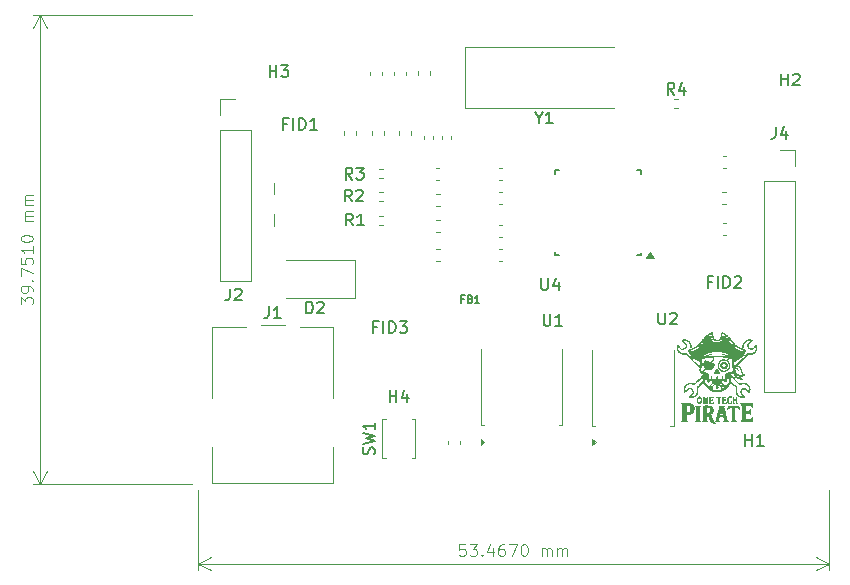
<source format=gbr>
%TF.GenerationSoftware,KiCad,Pcbnew,7.0.11-7.0.11~ubuntu22.04.1*%
%TF.CreationDate,2025-04-19T23:19:54+01:00*%
%TF.ProjectId,Mixed_Signal_Design,4d697865-645f-4536-9967-6e616c5f4465,rev?*%
%TF.SameCoordinates,Original*%
%TF.FileFunction,Legend,Top*%
%TF.FilePolarity,Positive*%
%FSLAX46Y46*%
G04 Gerber Fmt 4.6, Leading zero omitted, Abs format (unit mm)*
G04 Created by KiCad (PCBNEW 7.0.11-7.0.11~ubuntu22.04.1) date 2025-04-19 23:19:54*
%MOMM*%
%LPD*%
G01*
G04 APERTURE LIST*
%ADD10C,0.000000*%
%ADD11C,0.100000*%
%ADD12C,0.150000*%
%ADD13C,0.120000*%
G04 APERTURE END LIST*
D10*
G36*
X161264930Y-119973010D02*
G01*
X161375373Y-119976949D01*
X161407425Y-119979503D01*
X161420373Y-119982449D01*
X161422877Y-119987434D01*
X161426019Y-119996737D01*
X161433795Y-120026147D01*
X161442852Y-120066367D01*
X161452343Y-120113087D01*
X161461421Y-120161999D01*
X161469238Y-120208792D01*
X161474947Y-120249157D01*
X161477699Y-120278783D01*
X161477976Y-120285871D01*
X161478135Y-120292284D01*
X161478162Y-120298072D01*
X161478122Y-120300747D01*
X161478044Y-120303284D01*
X161477925Y-120305690D01*
X161477765Y-120307969D01*
X161477561Y-120310129D01*
X161477312Y-120312176D01*
X161477015Y-120314116D01*
X161476670Y-120315954D01*
X161476274Y-120317698D01*
X161475825Y-120319352D01*
X161475322Y-120320924D01*
X161474763Y-120322420D01*
X161474147Y-120323845D01*
X161473470Y-120325205D01*
X161472733Y-120326508D01*
X161471932Y-120327759D01*
X161471066Y-120328963D01*
X161470134Y-120330128D01*
X161469133Y-120331260D01*
X161468062Y-120332364D01*
X161466919Y-120333446D01*
X161465702Y-120334514D01*
X161464409Y-120335572D01*
X161463039Y-120336628D01*
X161460060Y-120338755D01*
X161456591Y-120341040D01*
X161453394Y-120342901D01*
X161450367Y-120344283D01*
X161448886Y-120344779D01*
X161447410Y-120345135D01*
X161445926Y-120345345D01*
X161444422Y-120345403D01*
X161442885Y-120345301D01*
X161441302Y-120345033D01*
X161439661Y-120344593D01*
X161437949Y-120343974D01*
X161436154Y-120343169D01*
X161434264Y-120342172D01*
X161430144Y-120339574D01*
X161425489Y-120336128D01*
X161420198Y-120331779D01*
X161414172Y-120326476D01*
X161407308Y-120320166D01*
X161399506Y-120312794D01*
X161380685Y-120294657D01*
X161365934Y-120280708D01*
X161351722Y-120267936D01*
X161337971Y-120256297D01*
X161324599Y-120245751D01*
X161311527Y-120236253D01*
X161298675Y-120227762D01*
X161285962Y-120220235D01*
X161273309Y-120213629D01*
X161260635Y-120207901D01*
X161247860Y-120203009D01*
X161234904Y-120198911D01*
X161221687Y-120195563D01*
X161208130Y-120192923D01*
X161194151Y-120190948D01*
X161179670Y-120189596D01*
X161164609Y-120188824D01*
X161100227Y-120187060D01*
X161100227Y-121183657D01*
X161126685Y-121231282D01*
X161129430Y-121236269D01*
X161132354Y-121241285D01*
X161135431Y-121246299D01*
X161138633Y-121251278D01*
X161141933Y-121256189D01*
X161145305Y-121261002D01*
X161148720Y-121265682D01*
X161152152Y-121270198D01*
X161155573Y-121274518D01*
X161158957Y-121278610D01*
X161162277Y-121282440D01*
X161165505Y-121285977D01*
X161168614Y-121289188D01*
X161171577Y-121292042D01*
X161174367Y-121294505D01*
X161176956Y-121296546D01*
X161179685Y-121298626D01*
X161182248Y-121300727D01*
X161184646Y-121302846D01*
X161186878Y-121304980D01*
X161188945Y-121307124D01*
X161190847Y-121309274D01*
X161192583Y-121311427D01*
X161194154Y-121313579D01*
X161195560Y-121315725D01*
X161196800Y-121317863D01*
X161197875Y-121319987D01*
X161198784Y-121322095D01*
X161199528Y-121324182D01*
X161200107Y-121326245D01*
X161200521Y-121328279D01*
X161200769Y-121330281D01*
X161200851Y-121332246D01*
X161200769Y-121334172D01*
X161200521Y-121336054D01*
X161200107Y-121337888D01*
X161199528Y-121339670D01*
X161198784Y-121341396D01*
X161197875Y-121343064D01*
X161196800Y-121344668D01*
X161195559Y-121346204D01*
X161194154Y-121347670D01*
X161192583Y-121349061D01*
X161190847Y-121350373D01*
X161188945Y-121351602D01*
X161186878Y-121352745D01*
X161184645Y-121353797D01*
X161182248Y-121354755D01*
X161172915Y-121356130D01*
X161155007Y-121357282D01*
X161098436Y-121358930D01*
X160937067Y-121359715D01*
X160777684Y-121357359D01*
X160723592Y-121355080D01*
X160707297Y-121353679D01*
X160699825Y-121352108D01*
X160698321Y-121351063D01*
X160696950Y-121349915D01*
X160695711Y-121348670D01*
X160694603Y-121347335D01*
X160693626Y-121345916D01*
X160692776Y-121344417D01*
X160692055Y-121342846D01*
X160691460Y-121341208D01*
X160690990Y-121339510D01*
X160690644Y-121337757D01*
X160690422Y-121335955D01*
X160690321Y-121334110D01*
X160690341Y-121332228D01*
X160690481Y-121330316D01*
X160690739Y-121328378D01*
X160691115Y-121326422D01*
X160691607Y-121324453D01*
X160692214Y-121322477D01*
X160692936Y-121320500D01*
X160693770Y-121318528D01*
X160694715Y-121316567D01*
X160695772Y-121314622D01*
X160696938Y-121312701D01*
X160698212Y-121310809D01*
X160699594Y-121308952D01*
X160701081Y-121307135D01*
X160702674Y-121305365D01*
X160704370Y-121303648D01*
X160706169Y-121301990D01*
X160708070Y-121300397D01*
X160710071Y-121298874D01*
X160712172Y-121297428D01*
X160717003Y-121293964D01*
X160721887Y-121289887D01*
X160726791Y-121285247D01*
X160731685Y-121280093D01*
X160736537Y-121274473D01*
X160741317Y-121268438D01*
X160745994Y-121262035D01*
X160750536Y-121255315D01*
X160754913Y-121248327D01*
X160759094Y-121241118D01*
X160763047Y-121233739D01*
X160766742Y-121226239D01*
X160770147Y-121218666D01*
X160773232Y-121211070D01*
X160775966Y-121203500D01*
X160778317Y-121196005D01*
X160783058Y-121059386D01*
X160787137Y-120765836D01*
X160789232Y-120442190D01*
X160788019Y-120215283D01*
X160787846Y-120209829D01*
X160787631Y-120205018D01*
X160787331Y-120200809D01*
X160786903Y-120197161D01*
X160786627Y-120195536D01*
X160786304Y-120194036D01*
X160785927Y-120192656D01*
X160785492Y-120191392D01*
X160784993Y-120190239D01*
X160784424Y-120189191D01*
X160783781Y-120188243D01*
X160783058Y-120187391D01*
X160782250Y-120186629D01*
X160781351Y-120185953D01*
X160780356Y-120185357D01*
X160779260Y-120184836D01*
X160778057Y-120184386D01*
X160776742Y-120184001D01*
X160775310Y-120183677D01*
X160773756Y-120183408D01*
X160770258Y-120183017D01*
X160766206Y-120182786D01*
X160761557Y-120182678D01*
X160756269Y-120182650D01*
X160747655Y-120182853D01*
X160738418Y-120183446D01*
X160728656Y-120184406D01*
X160718469Y-120185710D01*
X160707957Y-120187334D01*
X160697218Y-120189255D01*
X160686353Y-120191450D01*
X160675461Y-120193895D01*
X160664641Y-120196568D01*
X160653992Y-120199445D01*
X160643616Y-120202503D01*
X160633610Y-120205719D01*
X160624074Y-120209069D01*
X160615108Y-120212530D01*
X160606811Y-120216079D01*
X160599282Y-120219693D01*
X160595539Y-120221774D01*
X160591288Y-120224359D01*
X160581465Y-120230896D01*
X160570215Y-120239024D01*
X160557941Y-120248466D01*
X160545048Y-120258940D01*
X160531938Y-120270170D01*
X160519014Y-120281874D01*
X160506678Y-120293775D01*
X160494569Y-120305063D01*
X160482893Y-120315617D01*
X160471921Y-120325200D01*
X160466782Y-120329552D01*
X160461920Y-120333573D01*
X160457367Y-120337232D01*
X160453159Y-120340500D01*
X160449327Y-120343346D01*
X160445907Y-120345741D01*
X160442931Y-120347656D01*
X160440432Y-120349061D01*
X160439373Y-120349562D01*
X160438446Y-120349925D01*
X160437655Y-120350146D01*
X160437005Y-120350220D01*
X160436413Y-120350194D01*
X160435797Y-120350118D01*
X160435159Y-120349993D01*
X160434498Y-120349819D01*
X160433119Y-120349331D01*
X160431672Y-120348663D01*
X160430167Y-120347825D01*
X160428618Y-120346825D01*
X160427035Y-120345673D01*
X160425429Y-120344377D01*
X160423814Y-120342947D01*
X160422200Y-120341392D01*
X160420598Y-120339720D01*
X160419022Y-120337941D01*
X160417481Y-120336065D01*
X160415988Y-120334098D01*
X160414555Y-120332052D01*
X160413192Y-120329935D01*
X160411321Y-120326960D01*
X160409673Y-120323953D01*
X160408245Y-120320860D01*
X160407033Y-120317629D01*
X160406032Y-120314207D01*
X160405239Y-120310541D01*
X160404651Y-120306578D01*
X160404263Y-120302264D01*
X160404071Y-120297548D01*
X160404071Y-120292375D01*
X160404261Y-120286694D01*
X160404635Y-120280450D01*
X160405921Y-120266065D01*
X160407901Y-120248796D01*
X160418346Y-120185338D01*
X160433256Y-120101622D01*
X160447836Y-120024686D01*
X160453504Y-119997209D01*
X160457290Y-119981567D01*
X160468687Y-119978777D01*
X160499396Y-119976360D01*
X160607771Y-119972651D01*
X160935524Y-119969771D01*
X161264930Y-119973010D01*
G37*
G36*
X160016509Y-119971053D02*
G01*
X160051764Y-119971170D01*
X160082395Y-119971370D01*
X160108742Y-119971673D01*
X160120415Y-119971870D01*
X160131144Y-119972100D01*
X160140973Y-119972367D01*
X160149943Y-119972672D01*
X160158096Y-119973019D01*
X160165476Y-119973409D01*
X160172125Y-119973846D01*
X160178085Y-119974332D01*
X160183399Y-119974870D01*
X160188109Y-119975462D01*
X160192257Y-119976111D01*
X160195887Y-119976820D01*
X160199041Y-119977590D01*
X160201760Y-119978425D01*
X160202970Y-119978868D01*
X160204088Y-119979327D01*
X160205118Y-119979804D01*
X160206067Y-119980299D01*
X160206939Y-119980812D01*
X160207739Y-119981343D01*
X160208474Y-119981894D01*
X160209148Y-119982463D01*
X160209766Y-119983051D01*
X160210335Y-119983659D01*
X160211343Y-119984936D01*
X160212214Y-119986296D01*
X160212991Y-119987741D01*
X160214188Y-119990029D01*
X160215129Y-119992278D01*
X160215803Y-119994512D01*
X160216037Y-119995630D01*
X160216202Y-119996753D01*
X160216295Y-119997884D01*
X160216317Y-119999026D01*
X160216265Y-120000181D01*
X160216138Y-120001352D01*
X160215936Y-120002543D01*
X160215657Y-120003757D01*
X160215301Y-120004995D01*
X160214865Y-120006262D01*
X160213752Y-120008891D01*
X160212310Y-120011667D01*
X160210530Y-120014614D01*
X160208402Y-120017754D01*
X160205917Y-120021112D01*
X160203067Y-120024710D01*
X160199842Y-120028571D01*
X160196234Y-120032720D01*
X160179641Y-120052684D01*
X160173408Y-120062784D01*
X160168659Y-120073868D01*
X160165477Y-120086616D01*
X160163941Y-120101708D01*
X160164135Y-120119822D01*
X160166138Y-120141640D01*
X160170032Y-120167839D01*
X160175899Y-120199100D01*
X160193878Y-120279526D01*
X160220723Y-120388353D01*
X160257088Y-120531018D01*
X160323510Y-120784164D01*
X160352834Y-120892950D01*
X160379017Y-120987866D01*
X160401644Y-121067403D01*
X160420303Y-121130052D01*
X160434580Y-121174304D01*
X160439945Y-121189060D01*
X160444061Y-121198651D01*
X160445926Y-121202117D01*
X160448195Y-121205877D01*
X160450835Y-121209892D01*
X160453817Y-121214126D01*
X160457109Y-121218541D01*
X160460680Y-121223099D01*
X160464499Y-121227763D01*
X160468534Y-121232495D01*
X160472756Y-121237259D01*
X160477133Y-121242016D01*
X160481634Y-121246729D01*
X160486228Y-121251360D01*
X160490884Y-121255873D01*
X160495571Y-121260230D01*
X160500258Y-121264392D01*
X160504915Y-121268324D01*
X160512781Y-121275096D01*
X160519847Y-121281532D01*
X160523083Y-121284629D01*
X160526121Y-121287648D01*
X160528962Y-121290591D01*
X160531607Y-121293459D01*
X160534057Y-121296255D01*
X160536313Y-121298981D01*
X160538376Y-121301638D01*
X160540246Y-121304229D01*
X160541924Y-121306755D01*
X160543411Y-121309218D01*
X160544707Y-121311621D01*
X160545815Y-121313964D01*
X160546733Y-121316251D01*
X160547464Y-121318484D01*
X160548008Y-121320663D01*
X160548366Y-121322791D01*
X160548538Y-121324870D01*
X160548526Y-121326902D01*
X160548330Y-121328888D01*
X160547951Y-121330832D01*
X160547389Y-121332734D01*
X160546647Y-121334596D01*
X160545724Y-121336422D01*
X160544621Y-121338211D01*
X160543339Y-121339967D01*
X160541879Y-121341692D01*
X160540242Y-121343386D01*
X160538428Y-121345053D01*
X160530826Y-121346993D01*
X160513870Y-121348831D01*
X160457221Y-121352123D01*
X160379136Y-121354774D01*
X160290271Y-121356629D01*
X160201283Y-121357533D01*
X160122826Y-121357332D01*
X160065556Y-121355869D01*
X160048197Y-121354617D01*
X160040129Y-121352991D01*
X160036794Y-121350648D01*
X160035357Y-121349449D01*
X160034077Y-121348223D01*
X160032955Y-121346966D01*
X160031995Y-121345674D01*
X160031197Y-121344339D01*
X160030566Y-121342959D01*
X160030103Y-121341526D01*
X160029810Y-121340037D01*
X160029689Y-121338486D01*
X160029743Y-121336868D01*
X160029974Y-121335177D01*
X160030384Y-121333409D01*
X160030976Y-121331558D01*
X160031751Y-121329619D01*
X160032713Y-121327587D01*
X160033863Y-121325458D01*
X160036736Y-121320882D01*
X160040390Y-121315853D01*
X160044843Y-121310327D01*
X160050111Y-121304263D01*
X160056215Y-121297621D01*
X160063171Y-121290359D01*
X160070998Y-121282435D01*
X160084427Y-121268572D01*
X160089888Y-121262700D01*
X160094590Y-121257355D01*
X160098589Y-121252403D01*
X160101942Y-121247709D01*
X160103394Y-121245417D01*
X160104706Y-121243139D01*
X160105884Y-121240858D01*
X160106937Y-121238558D01*
X160107871Y-121236222D01*
X160108693Y-121233834D01*
X160109411Y-121231375D01*
X160110031Y-121228830D01*
X160111007Y-121223412D01*
X160111678Y-121217447D01*
X160112100Y-121210800D01*
X160112332Y-121203336D01*
X160112449Y-121185421D01*
X160111959Y-121173690D01*
X160110556Y-121159907D01*
X160108339Y-121144439D01*
X160105408Y-121127654D01*
X160101861Y-121109918D01*
X160097799Y-121091598D01*
X160088527Y-121054673D01*
X160083515Y-121036803D01*
X160078386Y-121019816D01*
X160073239Y-121004079D01*
X160068173Y-120989961D01*
X160063288Y-120977826D01*
X160058683Y-120968043D01*
X160054459Y-120960978D01*
X160052520Y-120958579D01*
X160050713Y-120956998D01*
X160047273Y-120955613D01*
X160041096Y-120954431D01*
X160021567Y-120952671D01*
X159994205Y-120951696D01*
X159961085Y-120951486D01*
X159924287Y-120952020D01*
X159885886Y-120953277D01*
X159847961Y-120955237D01*
X159812588Y-120957880D01*
X159750852Y-120963172D01*
X159721748Y-121055776D01*
X159714814Y-121078794D01*
X159708899Y-121099983D01*
X159704011Y-121119477D01*
X159700154Y-121137411D01*
X159698615Y-121145834D01*
X159697336Y-121153918D01*
X159696319Y-121161678D01*
X159695563Y-121169133D01*
X159695071Y-121176298D01*
X159694842Y-121183191D01*
X159694878Y-121189827D01*
X159695179Y-121196225D01*
X159695747Y-121202401D01*
X159696581Y-121208371D01*
X159697683Y-121214152D01*
X159699053Y-121219762D01*
X159700693Y-121225217D01*
X159702603Y-121230533D01*
X159704784Y-121235728D01*
X159707237Y-121240818D01*
X159709963Y-121245821D01*
X159712961Y-121250752D01*
X159716234Y-121255629D01*
X159719783Y-121260469D01*
X159723606Y-121265288D01*
X159727707Y-121270103D01*
X159736741Y-121279789D01*
X159741080Y-121284221D01*
X159745164Y-121288578D01*
X159748984Y-121292846D01*
X159752533Y-121297015D01*
X159755803Y-121301069D01*
X159758786Y-121304997D01*
X159761475Y-121308785D01*
X159763861Y-121312421D01*
X159765937Y-121315892D01*
X159767695Y-121319184D01*
X159769128Y-121322285D01*
X159770227Y-121325182D01*
X159770650Y-121326550D01*
X159770986Y-121327862D01*
X159771234Y-121329116D01*
X159771395Y-121330312D01*
X159771467Y-121331446D01*
X159771448Y-121332519D01*
X159771338Y-121333527D01*
X159771137Y-121334470D01*
X159770467Y-121337275D01*
X159769297Y-121339756D01*
X159767393Y-121341940D01*
X159764522Y-121343854D01*
X159760453Y-121345526D01*
X159754952Y-121346981D01*
X159747787Y-121348248D01*
X159738725Y-121349353D01*
X159713983Y-121351187D01*
X159678863Y-121352702D01*
X159570054Y-121355637D01*
X159529810Y-121356463D01*
X159491684Y-121356959D01*
X159456556Y-121357125D01*
X159425304Y-121356960D01*
X159398806Y-121356464D01*
X159377941Y-121355637D01*
X159369895Y-121355099D01*
X159363587Y-121354479D01*
X159359127Y-121353776D01*
X159356623Y-121352991D01*
X159352635Y-121350939D01*
X159350876Y-121349857D01*
X159349275Y-121348733D01*
X159347832Y-121347562D01*
X159346550Y-121346340D01*
X159345428Y-121345064D01*
X159344469Y-121343730D01*
X159343672Y-121342335D01*
X159343038Y-121340873D01*
X159342570Y-121339341D01*
X159342267Y-121337736D01*
X159342131Y-121336053D01*
X159342162Y-121334289D01*
X159342363Y-121332440D01*
X159342732Y-121330501D01*
X159343272Y-121328470D01*
X159343984Y-121326341D01*
X159344868Y-121324112D01*
X159345926Y-121321778D01*
X159348565Y-121316781D01*
X159351910Y-121311319D01*
X159355968Y-121305361D01*
X159360747Y-121298875D01*
X159366254Y-121291832D01*
X159372498Y-121284199D01*
X159378995Y-121276103D01*
X159385782Y-121267221D01*
X159392652Y-121257844D01*
X159399397Y-121248260D01*
X159405812Y-121238758D01*
X159411689Y-121229629D01*
X159416823Y-121221161D01*
X159421005Y-121213644D01*
X159429606Y-121191568D01*
X159441855Y-121153616D01*
X159475355Y-121037034D01*
X159517619Y-120877788D01*
X159547443Y-120758842D01*
X159806193Y-120758842D01*
X159806236Y-120759828D01*
X159806414Y-120760324D01*
X159810002Y-120761544D01*
X159817420Y-120762562D01*
X159841541Y-120764003D01*
X159874364Y-120764680D01*
X159911476Y-120764623D01*
X159948464Y-120763864D01*
X159980916Y-120762432D01*
X159994061Y-120761474D01*
X160004416Y-120760360D01*
X160011431Y-120759094D01*
X160013513Y-120758404D01*
X160014553Y-120757679D01*
X160014927Y-120756435D01*
X160015063Y-120754390D01*
X160014664Y-120748073D01*
X160013437Y-120739090D01*
X160011467Y-120727802D01*
X160008835Y-120714571D01*
X160005624Y-120699759D01*
X160001917Y-120683728D01*
X159997796Y-120666838D01*
X159987420Y-120625566D01*
X159975638Y-120574785D01*
X159963690Y-120520862D01*
X159952818Y-120470164D01*
X159943543Y-120424441D01*
X159939066Y-120403347D01*
X159934848Y-120384175D01*
X159931001Y-120367483D01*
X159927640Y-120353830D01*
X159924879Y-120343774D01*
X159923759Y-120340269D01*
X159922831Y-120337873D01*
X159921733Y-120334939D01*
X159920743Y-120332426D01*
X159919847Y-120330342D01*
X159919028Y-120328695D01*
X159918271Y-120327492D01*
X159917910Y-120327060D01*
X159917560Y-120326742D01*
X159917217Y-120326538D01*
X159916881Y-120326451D01*
X159916548Y-120326480D01*
X159916216Y-120326628D01*
X159915885Y-120326894D01*
X159915552Y-120327280D01*
X159915216Y-120327787D01*
X159914873Y-120328416D01*
X159914162Y-120330042D01*
X159913405Y-120332168D01*
X159912586Y-120334799D01*
X159911690Y-120337945D01*
X159909602Y-120345810D01*
X159853158Y-120563651D01*
X159842938Y-120602379D01*
X159833576Y-120638657D01*
X159825268Y-120671691D01*
X159818211Y-120700683D01*
X159812600Y-120724838D01*
X159808633Y-120743361D01*
X159806506Y-120755455D01*
X159806193Y-120758842D01*
X159547443Y-120758842D01*
X159564762Y-120689768D01*
X159607977Y-120516687D01*
X159653838Y-120336991D01*
X159663519Y-120298940D01*
X159672579Y-120262108D01*
X159680813Y-120227385D01*
X159688013Y-120195659D01*
X159693973Y-120167819D01*
X159698486Y-120144754D01*
X159701346Y-120127353D01*
X159702091Y-120121055D01*
X159702345Y-120116505D01*
X159702237Y-120110666D01*
X159701895Y-120105019D01*
X159701293Y-120099506D01*
X159700402Y-120094071D01*
X159699196Y-120088656D01*
X159697648Y-120083205D01*
X159695730Y-120077661D01*
X159693415Y-120071967D01*
X159690677Y-120066066D01*
X159687488Y-120059902D01*
X159683821Y-120053418D01*
X159679649Y-120046556D01*
X159674944Y-120039260D01*
X159669681Y-120031473D01*
X159663830Y-120023139D01*
X159657366Y-120014199D01*
X159656260Y-120012652D01*
X159655258Y-120010995D01*
X159654359Y-120009246D01*
X159653563Y-120007419D01*
X159652870Y-120005530D01*
X159652281Y-120003595D01*
X159651795Y-120001629D01*
X159651413Y-119999647D01*
X159651134Y-119997665D01*
X159650958Y-119995699D01*
X159650886Y-119993764D01*
X159650917Y-119991875D01*
X159651051Y-119990048D01*
X159651289Y-119988299D01*
X159651630Y-119986642D01*
X159652074Y-119985095D01*
X159653392Y-119982901D01*
X159655549Y-119980943D01*
X159658824Y-119979207D01*
X159663498Y-119977681D01*
X159678166Y-119975204D01*
X159701794Y-119973409D01*
X159736626Y-119972193D01*
X159784904Y-119971453D01*
X159930769Y-119970984D01*
X160016509Y-119971053D01*
G37*
G36*
X158071451Y-119972320D02*
G01*
X158127893Y-119973962D01*
X158145258Y-119975035D01*
X158153651Y-119976275D01*
X158157319Y-119977870D01*
X158158927Y-119978752D01*
X158160384Y-119979693D01*
X158161689Y-119980696D01*
X158162842Y-119981763D01*
X158163842Y-119982898D01*
X158164689Y-119984103D01*
X158165382Y-119985379D01*
X158165921Y-119986731D01*
X158166305Y-119988160D01*
X158166534Y-119989670D01*
X158166607Y-119991262D01*
X158166524Y-119992939D01*
X158166284Y-119994704D01*
X158165888Y-119996560D01*
X158165333Y-119998509D01*
X158164621Y-120000553D01*
X158162720Y-120004939D01*
X158160181Y-120009738D01*
X158156999Y-120014971D01*
X158153172Y-120020659D01*
X158148695Y-120026822D01*
X158143564Y-120033481D01*
X158137776Y-120040657D01*
X158119765Y-120062765D01*
X158112506Y-120073473D01*
X158106301Y-120085223D01*
X158101068Y-120098968D01*
X158096724Y-120115661D01*
X158093186Y-120136255D01*
X158090371Y-120161704D01*
X158086581Y-120230982D01*
X158084694Y-120331120D01*
X158083977Y-120654491D01*
X158084082Y-120841001D01*
X158084332Y-120916762D01*
X158084818Y-120982078D01*
X158085619Y-121037865D01*
X158086162Y-121062471D01*
X158086814Y-121085038D01*
X158087584Y-121105680D01*
X158088482Y-121124511D01*
X158089518Y-121141646D01*
X158090702Y-121157199D01*
X158092043Y-121171284D01*
X158093552Y-121184016D01*
X158095238Y-121195510D01*
X158097111Y-121205878D01*
X158099182Y-121215236D01*
X158101459Y-121223699D01*
X158103953Y-121231379D01*
X158106673Y-121238393D01*
X158109630Y-121244853D01*
X158112833Y-121250875D01*
X158116293Y-121256573D01*
X158120018Y-121262061D01*
X158124019Y-121267453D01*
X158128306Y-121272864D01*
X158137776Y-121284199D01*
X158140757Y-121287648D01*
X158143583Y-121291048D01*
X158146254Y-121294398D01*
X158148767Y-121297693D01*
X158151124Y-121300934D01*
X158153323Y-121304116D01*
X158155364Y-121307239D01*
X158157247Y-121310299D01*
X158158971Y-121313295D01*
X158160536Y-121316223D01*
X158161941Y-121319083D01*
X158163185Y-121321871D01*
X158164268Y-121324586D01*
X158165191Y-121327224D01*
X158165951Y-121329785D01*
X158166549Y-121332265D01*
X158166984Y-121334663D01*
X158167256Y-121336975D01*
X158167365Y-121339200D01*
X158167309Y-121341336D01*
X158167088Y-121343380D01*
X158166702Y-121345330D01*
X158166151Y-121347184D01*
X158165433Y-121348940D01*
X158164548Y-121350594D01*
X158163497Y-121352146D01*
X158162278Y-121353592D01*
X158160890Y-121354931D01*
X158159335Y-121356160D01*
X158157610Y-121357276D01*
X158155715Y-121358279D01*
X158153651Y-121359165D01*
X158146052Y-121360405D01*
X158130894Y-121361480D01*
X158082062Y-121363134D01*
X157939448Y-121364456D01*
X157792370Y-121363134D01*
X157737957Y-121361480D01*
X157707387Y-121359165D01*
X157703379Y-121358369D01*
X157699625Y-121357471D01*
X157696123Y-121356470D01*
X157692874Y-121355368D01*
X157689878Y-121354165D01*
X157687134Y-121352863D01*
X157684643Y-121351460D01*
X157682403Y-121349959D01*
X157680415Y-121348360D01*
X157678679Y-121346663D01*
X157677195Y-121344869D01*
X157675962Y-121342979D01*
X157674981Y-121340994D01*
X157674250Y-121338913D01*
X157673771Y-121336738D01*
X157673542Y-121334470D01*
X157673564Y-121332108D01*
X157673836Y-121329655D01*
X157674359Y-121327109D01*
X157675132Y-121324472D01*
X157676155Y-121321745D01*
X157677427Y-121318928D01*
X157678950Y-121316022D01*
X157680722Y-121313028D01*
X157682743Y-121309945D01*
X157685013Y-121306776D01*
X157687532Y-121303519D01*
X157690301Y-121300177D01*
X157696583Y-121293238D01*
X157703859Y-121285963D01*
X157707069Y-121282631D01*
X157710398Y-121278944D01*
X157713820Y-121274939D01*
X157717309Y-121270653D01*
X157724385Y-121261391D01*
X157731420Y-121251457D01*
X157738207Y-121241151D01*
X157744539Y-121230772D01*
X157747470Y-121225650D01*
X157750209Y-121220621D01*
X157752732Y-121215725D01*
X157755012Y-121210997D01*
X157761420Y-121195219D01*
X157766257Y-121177704D01*
X157769771Y-121152583D01*
X157772210Y-121113984D01*
X157773822Y-121056037D01*
X157774855Y-120972873D01*
X157776178Y-120707408D01*
X157775696Y-120524845D01*
X157774304Y-120366756D01*
X157772086Y-120250009D01*
X157770692Y-120212409D01*
X157769123Y-120191470D01*
X157767224Y-120179341D01*
X157764848Y-120167447D01*
X157762011Y-120155817D01*
X157758732Y-120144479D01*
X157755030Y-120133461D01*
X157750922Y-120122792D01*
X157746427Y-120112500D01*
X157741562Y-120102614D01*
X157736346Y-120093162D01*
X157730796Y-120084172D01*
X157724931Y-120075674D01*
X157718769Y-120067694D01*
X157712328Y-120060263D01*
X157705626Y-120053408D01*
X157698681Y-120047157D01*
X157691512Y-120041539D01*
X157689238Y-120039843D01*
X157687050Y-120038064D01*
X157684948Y-120036211D01*
X157682935Y-120034287D01*
X157681013Y-120032301D01*
X157679185Y-120030257D01*
X157677452Y-120028162D01*
X157675816Y-120026022D01*
X157674279Y-120023844D01*
X157672845Y-120021633D01*
X157671514Y-120019395D01*
X157670288Y-120017138D01*
X157669171Y-120014865D01*
X157668163Y-120012585D01*
X157667268Y-120010303D01*
X157666487Y-120008025D01*
X157665822Y-120005758D01*
X157665275Y-120003507D01*
X157664849Y-120001278D01*
X157664545Y-119999078D01*
X157664366Y-119996913D01*
X157664314Y-119994790D01*
X157664391Y-119992713D01*
X157664599Y-119990690D01*
X157664939Y-119988726D01*
X157665415Y-119986827D01*
X157666029Y-119985000D01*
X157666781Y-119983252D01*
X157667675Y-119981587D01*
X157668713Y-119980012D01*
X157669896Y-119978533D01*
X157671227Y-119977157D01*
X157677604Y-119975762D01*
X157693222Y-119974551D01*
X157746978Y-119972678D01*
X157908139Y-119971094D01*
X158071451Y-119972320D01*
G37*
G36*
X158789312Y-119967566D02*
G01*
X158845481Y-119969904D01*
X158869881Y-119971525D01*
X158891893Y-119973451D01*
X158911570Y-119975681D01*
X158928962Y-119978217D01*
X158944122Y-119981060D01*
X158957102Y-119984213D01*
X158980503Y-119990933D01*
X159002761Y-119998200D01*
X159023890Y-120006026D01*
X159043905Y-120014420D01*
X159062818Y-120023393D01*
X159080645Y-120032954D01*
X159097399Y-120043116D01*
X159113096Y-120053887D01*
X159127749Y-120065278D01*
X159141372Y-120077300D01*
X159147801Y-120083550D01*
X159153979Y-120089962D01*
X159159907Y-120096537D01*
X159165585Y-120103276D01*
X159171018Y-120110180D01*
X159176205Y-120117251D01*
X159181149Y-120124490D01*
X159185851Y-120131898D01*
X159190314Y-120139476D01*
X159194539Y-120147227D01*
X159202283Y-120163248D01*
X159209831Y-120180687D01*
X159216766Y-120198259D01*
X159228813Y-120233695D01*
X159238447Y-120269340D01*
X159245691Y-120304979D01*
X159250568Y-120340396D01*
X159253101Y-120375374D01*
X159253314Y-120409699D01*
X159251230Y-120443155D01*
X159246873Y-120475525D01*
X159243849Y-120491236D01*
X159240265Y-120506595D01*
X159236124Y-120521574D01*
X159231429Y-120536147D01*
X159226184Y-120550288D01*
X159220390Y-120563968D01*
X159214051Y-120577161D01*
X159207170Y-120589840D01*
X159199749Y-120601978D01*
X159191792Y-120613548D01*
X159183302Y-120624523D01*
X159174280Y-120634876D01*
X159164731Y-120644580D01*
X159154657Y-120653609D01*
X159149073Y-120658054D01*
X159142638Y-120662756D01*
X159135453Y-120667658D01*
X159127620Y-120672708D01*
X159110412Y-120683033D01*
X159091819Y-120693296D01*
X159072647Y-120703063D01*
X159053702Y-120711900D01*
X159044567Y-120715833D01*
X159035791Y-120719372D01*
X159027475Y-120722461D01*
X159019720Y-120725046D01*
X159016952Y-120725869D01*
X159014611Y-120726712D01*
X159012709Y-120727614D01*
X159011927Y-120728100D01*
X159011259Y-120728615D01*
X159010708Y-120729166D01*
X159010274Y-120729756D01*
X159009960Y-120730392D01*
X159009767Y-120731077D01*
X159009697Y-120731817D01*
X159009751Y-120732617D01*
X159009931Y-120733482D01*
X159010239Y-120734417D01*
X159010676Y-120735427D01*
X159011244Y-120736516D01*
X159012778Y-120738956D01*
X159014855Y-120741775D01*
X159017488Y-120745014D01*
X159020688Y-120748713D01*
X159024471Y-120752912D01*
X159033831Y-120762969D01*
X159054476Y-120785509D01*
X159063510Y-120796283D01*
X159071989Y-120807356D01*
X159080143Y-120819199D01*
X159088200Y-120832283D01*
X159096389Y-120847081D01*
X159104938Y-120864063D01*
X159124032Y-120906467D01*
X159147313Y-120963268D01*
X159213748Y-121135150D01*
X159228705Y-121174369D01*
X159242582Y-121209821D01*
X159255515Y-121241731D01*
X159267643Y-121270322D01*
X159279105Y-121295818D01*
X159290038Y-121318442D01*
X159295349Y-121328747D01*
X159300581Y-121338417D01*
X159305749Y-121347481D01*
X159310872Y-121355968D01*
X159315966Y-121363903D01*
X159321049Y-121371316D01*
X159326139Y-121378235D01*
X159331251Y-121384688D01*
X159336405Y-121390701D01*
X159341616Y-121396304D01*
X159346903Y-121401524D01*
X159352282Y-121406390D01*
X159357771Y-121410928D01*
X159363387Y-121415168D01*
X159369148Y-121419137D01*
X159375070Y-121422863D01*
X159381171Y-121426373D01*
X159387468Y-121429696D01*
X159393979Y-121432861D01*
X159400720Y-121435894D01*
X159404435Y-121437580D01*
X159407972Y-121439328D01*
X159411329Y-121441131D01*
X159414502Y-121442985D01*
X159417490Y-121444884D01*
X159420291Y-121446821D01*
X159422901Y-121448792D01*
X159425318Y-121450790D01*
X159427540Y-121452810D01*
X159429565Y-121454847D01*
X159431390Y-121456894D01*
X159433013Y-121458946D01*
X159434430Y-121460998D01*
X159435641Y-121463043D01*
X159436642Y-121465076D01*
X159437431Y-121467092D01*
X159438005Y-121469085D01*
X159438363Y-121471048D01*
X159438501Y-121472977D01*
X159438418Y-121474866D01*
X159438110Y-121476709D01*
X159437576Y-121478500D01*
X159436813Y-121480235D01*
X159435819Y-121481906D01*
X159434590Y-121483509D01*
X159433126Y-121485038D01*
X159431422Y-121486487D01*
X159429478Y-121487851D01*
X159427290Y-121489123D01*
X159424856Y-121490299D01*
X159422174Y-121491373D01*
X159419241Y-121492338D01*
X159412472Y-121493888D01*
X159402086Y-121495232D01*
X159372457Y-121497299D01*
X159334331Y-121498539D01*
X159291690Y-121498953D01*
X159248511Y-121498539D01*
X159208773Y-121497299D01*
X159176456Y-121495232D01*
X159164324Y-121493888D01*
X159155539Y-121492338D01*
X159147812Y-121490412D01*
X159139570Y-121487970D01*
X159130896Y-121485052D01*
X159121874Y-121481700D01*
X159112589Y-121477955D01*
X159103124Y-121473859D01*
X159093564Y-121469452D01*
X159083992Y-121464777D01*
X159074492Y-121459875D01*
X159065149Y-121454786D01*
X159056046Y-121449553D01*
X159047267Y-121444217D01*
X159038897Y-121438818D01*
X159031018Y-121433399D01*
X159023716Y-121428001D01*
X159017074Y-121422664D01*
X159010687Y-121416978D01*
X159004713Y-121411073D01*
X158999091Y-121404815D01*
X158993758Y-121398066D01*
X158988652Y-121390693D01*
X158983712Y-121382558D01*
X158978875Y-121373527D01*
X158974079Y-121363464D01*
X158969263Y-121352233D01*
X158964364Y-121339698D01*
X158954070Y-121310175D01*
X158942701Y-121273810D01*
X158929762Y-121229518D01*
X158915609Y-121184966D01*
X158896082Y-121130079D01*
X158872835Y-121068908D01*
X158847520Y-121005505D01*
X158821792Y-120943920D01*
X158797305Y-120888206D01*
X158775711Y-120842414D01*
X158766516Y-120824505D01*
X158758664Y-120810595D01*
X158755938Y-120806209D01*
X158753350Y-120802292D01*
X158750853Y-120798821D01*
X158748398Y-120795767D01*
X158745938Y-120793107D01*
X158744691Y-120791916D01*
X158743425Y-120790813D01*
X158742134Y-120789796D01*
X158740811Y-120788861D01*
X158739452Y-120788004D01*
X158738049Y-120787223D01*
X158736597Y-120786515D01*
X158735090Y-120785875D01*
X158733522Y-120785302D01*
X158731887Y-120784791D01*
X158728393Y-120783944D01*
X158724558Y-120783310D01*
X158720336Y-120782861D01*
X158715678Y-120782572D01*
X158710537Y-120782418D01*
X158704866Y-120782373D01*
X158668706Y-120782373D01*
X158672234Y-120982574D01*
X158673111Y-121022359D01*
X158674124Y-121058220D01*
X158675325Y-121090430D01*
X158676768Y-121119262D01*
X158678505Y-121144988D01*
X158680590Y-121167881D01*
X158683075Y-121188213D01*
X158684485Y-121197504D01*
X158686014Y-121206257D01*
X158687670Y-121214507D01*
X158689460Y-121222286D01*
X158691389Y-121229630D01*
X158693464Y-121236573D01*
X158695693Y-121243147D01*
X158698081Y-121249389D01*
X158700636Y-121255330D01*
X158703364Y-121261007D01*
X158706271Y-121266452D01*
X158709364Y-121271700D01*
X158712651Y-121276785D01*
X158716136Y-121281741D01*
X158719828Y-121286602D01*
X158723733Y-121291402D01*
X158732206Y-121300956D01*
X158741577Y-121311716D01*
X158749008Y-121321222D01*
X158754232Y-121329542D01*
X158756983Y-121336744D01*
X158757348Y-121339947D01*
X158756996Y-121342897D01*
X158755892Y-121345602D01*
X158754003Y-121348070D01*
X158751297Y-121350310D01*
X158747740Y-121352330D01*
X158737939Y-121355747D01*
X158724335Y-121358389D01*
X158706661Y-121360324D01*
X158684651Y-121361621D01*
X158658040Y-121362348D01*
X158589948Y-121362366D01*
X158500255Y-121360928D01*
X158342938Y-121358393D01*
X158294500Y-121357332D01*
X158281128Y-121356889D01*
X158276241Y-121356518D01*
X158275238Y-121355998D01*
X158274375Y-121355272D01*
X158273650Y-121354352D01*
X158273058Y-121353249D01*
X158272594Y-121351974D01*
X158272257Y-121350538D01*
X158272040Y-121348953D01*
X158271941Y-121347230D01*
X158272081Y-121343416D01*
X158272644Y-121339186D01*
X158273600Y-121334630D01*
X158274918Y-121329840D01*
X158276566Y-121324904D01*
X158278515Y-121319914D01*
X158280732Y-121314961D01*
X158283186Y-121310134D01*
X158285848Y-121305524D01*
X158288685Y-121301221D01*
X158291666Y-121297317D01*
X158294762Y-121293901D01*
X158300028Y-121288597D01*
X158305226Y-121282645D01*
X158310329Y-121276099D01*
X158315308Y-121269013D01*
X158320138Y-121261441D01*
X158324791Y-121253438D01*
X158329240Y-121245057D01*
X158333457Y-121236353D01*
X158337416Y-121227381D01*
X158341090Y-121218194D01*
X158344451Y-121208847D01*
X158347472Y-121199395D01*
X158350126Y-121189890D01*
X158352386Y-121180388D01*
X158354225Y-121170943D01*
X158355616Y-121161609D01*
X158358083Y-121107452D01*
X158360136Y-120989630D01*
X158362671Y-120632442D01*
X158364436Y-120142963D01*
X158357821Y-120129734D01*
X158670470Y-120129734D01*
X158670470Y-120614804D01*
X158729560Y-120614804D01*
X158742921Y-120614517D01*
X158755880Y-120613662D01*
X158768435Y-120612240D01*
X158780582Y-120610256D01*
X158792319Y-120607714D01*
X158803641Y-120604618D01*
X158814546Y-120600972D01*
X158825031Y-120596779D01*
X158835092Y-120592043D01*
X158844726Y-120586769D01*
X158853929Y-120580960D01*
X158862700Y-120574620D01*
X158871033Y-120567753D01*
X158878927Y-120560362D01*
X158886377Y-120552453D01*
X158893382Y-120544028D01*
X158899936Y-120535091D01*
X158906038Y-120525646D01*
X158911684Y-120515698D01*
X158916870Y-120505249D01*
X158921594Y-120494305D01*
X158925852Y-120482868D01*
X158929642Y-120470943D01*
X158932959Y-120458534D01*
X158935801Y-120445644D01*
X158938164Y-120432277D01*
X158941441Y-120404129D01*
X158942764Y-120374120D01*
X158942109Y-120342282D01*
X158940762Y-120321120D01*
X158938690Y-120301265D01*
X158937375Y-120291817D01*
X158935871Y-120282682D01*
X158934175Y-120273855D01*
X158932284Y-120265333D01*
X158930195Y-120257111D01*
X158927905Y-120249183D01*
X158925413Y-120241547D01*
X158922715Y-120234196D01*
X158919808Y-120227127D01*
X158916690Y-120220336D01*
X158913357Y-120213817D01*
X158909808Y-120207566D01*
X158906039Y-120201578D01*
X158902047Y-120195850D01*
X158897831Y-120190376D01*
X158893387Y-120185152D01*
X158888712Y-120180173D01*
X158883804Y-120175436D01*
X158878659Y-120170935D01*
X158873276Y-120166665D01*
X158867651Y-120162624D01*
X158861782Y-120158804D01*
X158855666Y-120155204D01*
X158849300Y-120151817D01*
X158842681Y-120148639D01*
X158835807Y-120145666D01*
X158828675Y-120142894D01*
X158821283Y-120140317D01*
X158817869Y-120139181D01*
X158813945Y-120138090D01*
X158804746Y-120136059D01*
X158794059Y-120134255D01*
X158782257Y-120132710D01*
X158769709Y-120131454D01*
X158756790Y-120130519D01*
X158743871Y-120129935D01*
X158731324Y-120129734D01*
X158670470Y-120129734D01*
X158357821Y-120129734D01*
X158341505Y-120097102D01*
X158338895Y-120092395D01*
X158336044Y-120087561D01*
X158332982Y-120082636D01*
X158329736Y-120077658D01*
X158326336Y-120072664D01*
X158322808Y-120067693D01*
X158319183Y-120062781D01*
X158315487Y-120057965D01*
X158311751Y-120053285D01*
X158308001Y-120048776D01*
X158304267Y-120044476D01*
X158300577Y-120040423D01*
X158296959Y-120036655D01*
X158293442Y-120033208D01*
X158290054Y-120030120D01*
X158286824Y-120027429D01*
X158282176Y-120023764D01*
X158277834Y-120020061D01*
X158273815Y-120016346D01*
X158270136Y-120012642D01*
X158266813Y-120008974D01*
X158265291Y-120007162D01*
X158263864Y-120005367D01*
X158262535Y-120003594D01*
X158261305Y-120001846D01*
X158260177Y-120000125D01*
X158259153Y-119998434D01*
X158258235Y-119996777D01*
X158257425Y-119995157D01*
X158256725Y-119993576D01*
X158256137Y-119992038D01*
X158255664Y-119990546D01*
X158255307Y-119989103D01*
X158255068Y-119987712D01*
X158254950Y-119986376D01*
X158254955Y-119985098D01*
X158255085Y-119983882D01*
X158255342Y-119982729D01*
X158255727Y-119981644D01*
X158256244Y-119980630D01*
X158256894Y-119979689D01*
X158257679Y-119978824D01*
X158258602Y-119978039D01*
X158274877Y-119976923D01*
X158318023Y-119975063D01*
X158458803Y-119970102D01*
X158558132Y-119967706D01*
X158646051Y-119966478D01*
X158722973Y-119966428D01*
X158789312Y-119967566D01*
G37*
G36*
X156968145Y-119741961D02*
G01*
X157022983Y-119742446D01*
X157071284Y-119743277D01*
X157113756Y-119744542D01*
X157151107Y-119746329D01*
X157184045Y-119748726D01*
X157213277Y-119751821D01*
X157239513Y-119755701D01*
X157263459Y-119760454D01*
X157285823Y-119766169D01*
X157307315Y-119772932D01*
X157328641Y-119780833D01*
X157350509Y-119789958D01*
X157373629Y-119800396D01*
X157398706Y-119812234D01*
X157428424Y-119827556D01*
X157456076Y-119844111D01*
X157481684Y-119861932D01*
X157505270Y-119881053D01*
X157526856Y-119901507D01*
X157546465Y-119923328D01*
X157564117Y-119946549D01*
X157579835Y-119971204D01*
X157593642Y-119997327D01*
X157605558Y-120024951D01*
X157615607Y-120054110D01*
X157623809Y-120084837D01*
X157630187Y-120117167D01*
X157634762Y-120151131D01*
X157637558Y-120186766D01*
X157638595Y-120224102D01*
X157637936Y-120264177D01*
X157635930Y-120302111D01*
X157632531Y-120337996D01*
X157627695Y-120371924D01*
X157624723Y-120388183D01*
X157621375Y-120403987D01*
X157617645Y-120419347D01*
X157613527Y-120434275D01*
X157609016Y-120448783D01*
X157604105Y-120462882D01*
X157598790Y-120476583D01*
X157593065Y-120489898D01*
X157586923Y-120502838D01*
X157580360Y-120515416D01*
X157573370Y-120527641D01*
X157565947Y-120539526D01*
X157558085Y-120551083D01*
X157549779Y-120562322D01*
X157541023Y-120573255D01*
X157531811Y-120583894D01*
X157522138Y-120594250D01*
X157511998Y-120604334D01*
X157501386Y-120614159D01*
X157490296Y-120623734D01*
X157478722Y-120633073D01*
X157466658Y-120642186D01*
X157454099Y-120651086D01*
X157441039Y-120659782D01*
X157422790Y-120671163D01*
X157404060Y-120681834D01*
X157384803Y-120691808D01*
X157364972Y-120701096D01*
X157344521Y-120709713D01*
X157323403Y-120717671D01*
X157301573Y-120724982D01*
X157278982Y-120731661D01*
X157255586Y-120737720D01*
X157231337Y-120743171D01*
X157206188Y-120748028D01*
X157180094Y-120752304D01*
X157153008Y-120756012D01*
X157124883Y-120759163D01*
X157095673Y-120761773D01*
X157065331Y-120763852D01*
X156963907Y-120769143D01*
X156963907Y-120980810D01*
X156963985Y-121048561D01*
X156964123Y-121076455D01*
X156964362Y-121100810D01*
X156964731Y-121121960D01*
X156965256Y-121140242D01*
X156965965Y-121155992D01*
X156966884Y-121169546D01*
X156968041Y-121181240D01*
X156968717Y-121186494D01*
X156969463Y-121191409D01*
X156970281Y-121196027D01*
X156971176Y-121200389D01*
X156972151Y-121204539D01*
X156973209Y-121208517D01*
X156974354Y-121212366D01*
X156975588Y-121216128D01*
X156978341Y-121223559D01*
X156981494Y-121231144D01*
X156985074Y-121239220D01*
X156987530Y-121244268D01*
X156990254Y-121249469D01*
X156993223Y-121254789D01*
X156996416Y-121260194D01*
X156999810Y-121265650D01*
X157003383Y-121271125D01*
X157007114Y-121276584D01*
X157010981Y-121281994D01*
X157014962Y-121287322D01*
X157019034Y-121292533D01*
X157023176Y-121297594D01*
X157027366Y-121302472D01*
X157031582Y-121307133D01*
X157035802Y-121311543D01*
X157040003Y-121315669D01*
X157044164Y-121319477D01*
X157047797Y-121322769D01*
X157051253Y-121326026D01*
X157054532Y-121329247D01*
X157057633Y-121332429D01*
X157060555Y-121335569D01*
X157063297Y-121338664D01*
X157065859Y-121341712D01*
X157068239Y-121344709D01*
X157070437Y-121347654D01*
X157072452Y-121350542D01*
X157074283Y-121353372D01*
X157075930Y-121356142D01*
X157077391Y-121358847D01*
X157078666Y-121361485D01*
X157079755Y-121364054D01*
X157080655Y-121366551D01*
X157081367Y-121368973D01*
X157081889Y-121371317D01*
X157082221Y-121373581D01*
X157082362Y-121375761D01*
X157082311Y-121377856D01*
X157082068Y-121379862D01*
X157081631Y-121381777D01*
X157080999Y-121383597D01*
X157080173Y-121385321D01*
X157079151Y-121386945D01*
X157077932Y-121388466D01*
X157076516Y-121389883D01*
X157074901Y-121391191D01*
X157073087Y-121392389D01*
X157071073Y-121393474D01*
X157068859Y-121394442D01*
X157039962Y-121396757D01*
X156974601Y-121398411D01*
X156783109Y-121399734D01*
X156591617Y-121398411D01*
X156526256Y-121396757D01*
X156497359Y-121394442D01*
X156495144Y-121393481D01*
X156493131Y-121392418D01*
X156491317Y-121391255D01*
X156489702Y-121389993D01*
X156488286Y-121388633D01*
X156487067Y-121387177D01*
X156486045Y-121385627D01*
X156485218Y-121383983D01*
X156484587Y-121382247D01*
X156484150Y-121380422D01*
X156483907Y-121378507D01*
X156483856Y-121376505D01*
X156483997Y-121374418D01*
X156484329Y-121372245D01*
X156484851Y-121369990D01*
X156485563Y-121367653D01*
X156486463Y-121365236D01*
X156487551Y-121362741D01*
X156488827Y-121360168D01*
X156490288Y-121357519D01*
X156493766Y-121352001D01*
X156497979Y-121346197D01*
X156502921Y-121340119D01*
X156508585Y-121333779D01*
X156514965Y-121327188D01*
X156522053Y-121320359D01*
X156526381Y-121316218D01*
X156530751Y-121311753D01*
X156535144Y-121306987D01*
X156539541Y-121301948D01*
X156543922Y-121296660D01*
X156548269Y-121291151D01*
X156552561Y-121285445D01*
X156556780Y-121279568D01*
X156560906Y-121273547D01*
X156564919Y-121267407D01*
X156568801Y-121261174D01*
X156572531Y-121254874D01*
X156576091Y-121248533D01*
X156579461Y-121242176D01*
X156582621Y-121235829D01*
X156585553Y-121229518D01*
X156610248Y-121174838D01*
X156607602Y-120575115D01*
X156607457Y-120544248D01*
X156959498Y-120544248D01*
X157023880Y-120544248D01*
X157039084Y-120544100D01*
X157053322Y-120543643D01*
X157066660Y-120542858D01*
X157079167Y-120541726D01*
X157090908Y-120540227D01*
X157101953Y-120538341D01*
X157112366Y-120536050D01*
X157122217Y-120533334D01*
X157131571Y-120530173D01*
X157140496Y-120526548D01*
X157149060Y-120522441D01*
X157157329Y-120517831D01*
X157165371Y-120512699D01*
X157173252Y-120507025D01*
X157181041Y-120500791D01*
X157188803Y-120493977D01*
X157204508Y-120478371D01*
X157218864Y-120461073D01*
X157231841Y-120442209D01*
X157243415Y-120421906D01*
X157253557Y-120400290D01*
X157262241Y-120377488D01*
X157269439Y-120353627D01*
X157275124Y-120328833D01*
X157279269Y-120303233D01*
X157281847Y-120276953D01*
X157282831Y-120250121D01*
X157282193Y-120222862D01*
X157279907Y-120195303D01*
X157275945Y-120167572D01*
X157270281Y-120139793D01*
X157262887Y-120112095D01*
X157261106Y-120106381D01*
X157259076Y-120100657D01*
X157254310Y-120089213D01*
X157248669Y-120077841D01*
X157242230Y-120066620D01*
X157235073Y-120055626D01*
X157227277Y-120044936D01*
X157218919Y-120034629D01*
X157210080Y-120024782D01*
X157200838Y-120015473D01*
X157191272Y-120006778D01*
X157181460Y-119998776D01*
X157171481Y-119991544D01*
X157161415Y-119985159D01*
X157151340Y-119979700D01*
X157141334Y-119975242D01*
X157136382Y-119973414D01*
X157131477Y-119971865D01*
X157123317Y-119969975D01*
X157113573Y-119968277D01*
X157102521Y-119966779D01*
X157090439Y-119965485D01*
X157064287Y-119963540D01*
X157037329Y-119962495D01*
X157011777Y-119962400D01*
X157000219Y-119962725D01*
X156989842Y-119963308D01*
X156980922Y-119964154D01*
X156973736Y-119965270D01*
X156968561Y-119966662D01*
X156966813Y-119967464D01*
X156965671Y-119968338D01*
X156964393Y-119975164D01*
X156963219Y-119992853D01*
X156961262Y-120055981D01*
X156959966Y-120148048D01*
X156959498Y-120259380D01*
X156959498Y-120544248D01*
X156607457Y-120544248D01*
X156606500Y-120340546D01*
X156604736Y-120145168D01*
X156602641Y-120009321D01*
X156601573Y-119970078D01*
X156600546Y-119953345D01*
X156598113Y-119944301D01*
X156595132Y-119935064D01*
X156591638Y-119925690D01*
X156587662Y-119916234D01*
X156583236Y-119906753D01*
X156578393Y-119897302D01*
X156573165Y-119887936D01*
X156567584Y-119878710D01*
X156561683Y-119869682D01*
X156555493Y-119860904D01*
X156549048Y-119852435D01*
X156542379Y-119844328D01*
X156535520Y-119836641D01*
X156528501Y-119829427D01*
X156521356Y-119822743D01*
X156514116Y-119816644D01*
X156507616Y-119810939D01*
X156501679Y-119805404D01*
X156496311Y-119800042D01*
X156491516Y-119794857D01*
X156489335Y-119792332D01*
X156487300Y-119789853D01*
X156485411Y-119787419D01*
X156483668Y-119785033D01*
X156482073Y-119782694D01*
X156480625Y-119780402D01*
X156479326Y-119778159D01*
X156478177Y-119775964D01*
X156477177Y-119773818D01*
X156476327Y-119771722D01*
X156475629Y-119769676D01*
X156475083Y-119767680D01*
X156474689Y-119765735D01*
X156474448Y-119763842D01*
X156474361Y-119762001D01*
X156474428Y-119760213D01*
X156474651Y-119758477D01*
X156475029Y-119756795D01*
X156475563Y-119755166D01*
X156476254Y-119753593D01*
X156477103Y-119752074D01*
X156478110Y-119750610D01*
X156479276Y-119749202D01*
X156480602Y-119747851D01*
X156488748Y-119746573D01*
X156510216Y-119745399D01*
X156587207Y-119743442D01*
X156699751Y-119742147D01*
X156836026Y-119741678D01*
X156968145Y-119741961D01*
G37*
G36*
X162421986Y-119740810D02*
G01*
X162514266Y-119743595D01*
X162540591Y-119745215D01*
X162551025Y-119746970D01*
X162552925Y-119753343D01*
X162554650Y-119767737D01*
X162557530Y-119816037D01*
X162559583Y-119882776D01*
X162560727Y-119958857D01*
X162560879Y-120035187D01*
X162559955Y-120102669D01*
X162557874Y-120152209D01*
X162556374Y-120167409D01*
X162554553Y-120174713D01*
X162553435Y-120176356D01*
X162552232Y-120177816D01*
X162550949Y-120179093D01*
X162549587Y-120180189D01*
X162548152Y-120181106D01*
X162546645Y-120181846D01*
X162545071Y-120182411D01*
X162543433Y-120182802D01*
X162541734Y-120183021D01*
X162539978Y-120183070D01*
X162538167Y-120182951D01*
X162536307Y-120182666D01*
X162534399Y-120182216D01*
X162532447Y-120181602D01*
X162530455Y-120180828D01*
X162528426Y-120179894D01*
X162526363Y-120178803D01*
X162524270Y-120177556D01*
X162522151Y-120176154D01*
X162520008Y-120174601D01*
X162517845Y-120172897D01*
X162515665Y-120171044D01*
X162513472Y-120169044D01*
X162511269Y-120166899D01*
X162506848Y-120162181D01*
X162502427Y-120156903D01*
X162498035Y-120151081D01*
X162493699Y-120144727D01*
X162487085Y-120134703D01*
X162480766Y-120125434D01*
X162474685Y-120116868D01*
X162468784Y-120108953D01*
X162463008Y-120101637D01*
X162457298Y-120094869D01*
X162451599Y-120088598D01*
X162445854Y-120082770D01*
X162440005Y-120077336D01*
X162433996Y-120072242D01*
X162427770Y-120067438D01*
X162421270Y-120062872D01*
X162414439Y-120058491D01*
X162407221Y-120054245D01*
X162399558Y-120050082D01*
X162391394Y-120045949D01*
X162378190Y-120039445D01*
X162364972Y-120033483D01*
X162351642Y-120028045D01*
X162338105Y-120023115D01*
X162324263Y-120018676D01*
X162310019Y-120014711D01*
X162295276Y-120011203D01*
X162279938Y-120008136D01*
X162263907Y-120005492D01*
X162247087Y-120003256D01*
X162229381Y-120001409D01*
X162210692Y-119999936D01*
X162190922Y-119998820D01*
X162169976Y-119998043D01*
X162124165Y-119997442D01*
X162072517Y-119997201D01*
X162051973Y-119997512D01*
X162034606Y-119998655D01*
X162020158Y-120001038D01*
X162013949Y-120002822D01*
X162008373Y-120005070D01*
X162003399Y-120007831D01*
X161998994Y-120011158D01*
X161995126Y-120015101D01*
X161991763Y-120019711D01*
X161988872Y-120025040D01*
X161986423Y-120031138D01*
X161984382Y-120038056D01*
X161982718Y-120045846D01*
X161980389Y-120064243D01*
X161979181Y-120086739D01*
X161978836Y-120113741D01*
X161979097Y-120145657D01*
X161980408Y-120225866D01*
X161981192Y-120267957D01*
X161982213Y-120305448D01*
X161983462Y-120338123D01*
X161984928Y-120365764D01*
X161986600Y-120388156D01*
X161987511Y-120397315D01*
X161988469Y-120405080D01*
X161989474Y-120411423D01*
X161990524Y-120416319D01*
X161991618Y-120419739D01*
X161992182Y-120420888D01*
X161992755Y-120421657D01*
X161994355Y-120422773D01*
X161996831Y-120423805D01*
X162000169Y-120424752D01*
X162004358Y-120425612D01*
X162015234Y-120427068D01*
X162029356Y-120428162D01*
X162046619Y-120428883D01*
X162066921Y-120429223D01*
X162090158Y-120429170D01*
X162116227Y-120428714D01*
X162152652Y-120427464D01*
X162167708Y-120426839D01*
X162180912Y-120426164D01*
X162192452Y-120425400D01*
X162202516Y-120424512D01*
X162207054Y-120424009D01*
X162211294Y-120423460D01*
X162215259Y-120422862D01*
X162218974Y-120422209D01*
X162222461Y-120421496D01*
X162225744Y-120420719D01*
X162228847Y-120419874D01*
X162231793Y-120418955D01*
X162234606Y-120417958D01*
X162237310Y-120416878D01*
X162239928Y-120415710D01*
X162242483Y-120414450D01*
X162245000Y-120413094D01*
X162247501Y-120411636D01*
X162250011Y-120410071D01*
X162252553Y-120408396D01*
X162257827Y-120404693D01*
X162263512Y-120400491D01*
X162266897Y-120397705D01*
X162270419Y-120394660D01*
X162274050Y-120391385D01*
X162277761Y-120387909D01*
X162285309Y-120380476D01*
X162292836Y-120372599D01*
X162300116Y-120364515D01*
X162306920Y-120356462D01*
X162310073Y-120352522D01*
X162313021Y-120348678D01*
X162315737Y-120344961D01*
X162318192Y-120341400D01*
X162322567Y-120334919D01*
X162326774Y-120329026D01*
X162330831Y-120323712D01*
X162334756Y-120318966D01*
X162336675Y-120316803D01*
X162338568Y-120314779D01*
X162340437Y-120312891D01*
X162342284Y-120311139D01*
X162344112Y-120309521D01*
X162345922Y-120308037D01*
X162347718Y-120306684D01*
X162349501Y-120305461D01*
X162351274Y-120304368D01*
X162353039Y-120303403D01*
X162354798Y-120302564D01*
X162356554Y-120301851D01*
X162358308Y-120301262D01*
X162360063Y-120300795D01*
X162361821Y-120300450D01*
X162363585Y-120300225D01*
X162365357Y-120300119D01*
X162367138Y-120300130D01*
X162368932Y-120300258D01*
X162370741Y-120300500D01*
X162372566Y-120300857D01*
X162374410Y-120301325D01*
X162376276Y-120301905D01*
X162378165Y-120302595D01*
X162379747Y-120303765D01*
X162381191Y-120306044D01*
X162382504Y-120309567D01*
X162383691Y-120314474D01*
X162385715Y-120328981D01*
X162387315Y-120350661D01*
X162388543Y-120380609D01*
X162389451Y-120419921D01*
X162390511Y-120531018D01*
X162390653Y-120569009D01*
X162390732Y-120602483D01*
X162390729Y-120631741D01*
X162390622Y-120657081D01*
X162390523Y-120668376D01*
X162390391Y-120678805D01*
X162390223Y-120688403D01*
X162390016Y-120697210D01*
X162389767Y-120705262D01*
X162389475Y-120712598D01*
X162389136Y-120719253D01*
X162388748Y-120725267D01*
X162388308Y-120730676D01*
X162387814Y-120735518D01*
X162387263Y-120739830D01*
X162386653Y-120743650D01*
X162385981Y-120747015D01*
X162385621Y-120748539D01*
X162385244Y-120749963D01*
X162384851Y-120751292D01*
X162384440Y-120752531D01*
X162384012Y-120753685D01*
X162383566Y-120754757D01*
X162383103Y-120755753D01*
X162382620Y-120756678D01*
X162382119Y-120757536D01*
X162381599Y-120758331D01*
X162381060Y-120759070D01*
X162380501Y-120759755D01*
X162379922Y-120760392D01*
X162379322Y-120760986D01*
X162378702Y-120761541D01*
X162378061Y-120762062D01*
X162376714Y-120763020D01*
X162375280Y-120763899D01*
X162373755Y-120764734D01*
X162369725Y-120766805D01*
X162365864Y-120768364D01*
X162363979Y-120768939D01*
X162362114Y-120769371D01*
X162360263Y-120769657D01*
X162358417Y-120769792D01*
X162356571Y-120769769D01*
X162354715Y-120769586D01*
X162352844Y-120769238D01*
X162350950Y-120768718D01*
X162349026Y-120768024D01*
X162347063Y-120767150D01*
X162345056Y-120766092D01*
X162342997Y-120764844D01*
X162338693Y-120761763D01*
X162334093Y-120757870D01*
X162329139Y-120753126D01*
X162323773Y-120747495D01*
X162317937Y-120740938D01*
X162311572Y-120733420D01*
X162304621Y-120724901D01*
X162297025Y-120715345D01*
X162293289Y-120710720D01*
X162289379Y-120706121D01*
X162285327Y-120701577D01*
X162281164Y-120697114D01*
X162276925Y-120692759D01*
X162272639Y-120688540D01*
X162268341Y-120684484D01*
X162264063Y-120680618D01*
X162259836Y-120676969D01*
X162255693Y-120673564D01*
X162251666Y-120670431D01*
X162247788Y-120667596D01*
X162244091Y-120665086D01*
X162240607Y-120662929D01*
X162237369Y-120661152D01*
X162234408Y-120659782D01*
X162227004Y-120657631D01*
X162216061Y-120655806D01*
X162202113Y-120654302D01*
X162185694Y-120653113D01*
X162147576Y-120651659D01*
X162105974Y-120651404D01*
X162065159Y-120652306D01*
X162029397Y-120654325D01*
X162014745Y-120655740D01*
X162002958Y-120657419D01*
X161994568Y-120659356D01*
X161991814Y-120660419D01*
X161990109Y-120661546D01*
X161989283Y-120663325D01*
X161988461Y-120667261D01*
X161986843Y-120681142D01*
X161985288Y-120702257D01*
X161983825Y-120729676D01*
X161981303Y-120799708D01*
X161979526Y-120883796D01*
X161975998Y-121098109D01*
X161997165Y-121120157D01*
X162002729Y-121125056D01*
X162009180Y-121129500D01*
X162016538Y-121133490D01*
X162024822Y-121137025D01*
X162034052Y-121140105D01*
X162044247Y-121142730D01*
X162055427Y-121144900D01*
X162067610Y-121146616D01*
X162080817Y-121147877D01*
X162095066Y-121148683D01*
X162110377Y-121149034D01*
X162126769Y-121148931D01*
X162144263Y-121148373D01*
X162162876Y-121147360D01*
X162203540Y-121143970D01*
X162235165Y-121140663D01*
X162264637Y-121136653D01*
X162292075Y-121131878D01*
X162317600Y-121126276D01*
X162329683Y-121123146D01*
X162341332Y-121119785D01*
X162352563Y-121116187D01*
X162363390Y-121112344D01*
X162373830Y-121108247D01*
X162383896Y-121103890D01*
X162393604Y-121099263D01*
X162402969Y-121094360D01*
X162412006Y-121089173D01*
X162420730Y-121083694D01*
X162429155Y-121077916D01*
X162437298Y-121071829D01*
X162445172Y-121065428D01*
X162452794Y-121058704D01*
X162460177Y-121051649D01*
X162467337Y-121044255D01*
X162474290Y-121036515D01*
X162481049Y-121028421D01*
X162487630Y-121019966D01*
X162494049Y-121011141D01*
X162500319Y-121001938D01*
X162506457Y-120992351D01*
X162518394Y-120971990D01*
X162523633Y-120962657D01*
X162526214Y-120958308D01*
X162528769Y-120954169D01*
X162531296Y-120950241D01*
X162533798Y-120946523D01*
X162536272Y-120943015D01*
X162538720Y-120939717D01*
X162541140Y-120936628D01*
X162543533Y-120933748D01*
X162545899Y-120931076D01*
X162548237Y-120928613D01*
X162550547Y-120926358D01*
X162552829Y-120924311D01*
X162555083Y-120922471D01*
X162557309Y-120920838D01*
X162559507Y-120919412D01*
X162561676Y-120918192D01*
X162563816Y-120917178D01*
X162565927Y-120916370D01*
X162568009Y-120915767D01*
X162570062Y-120915370D01*
X162572086Y-120915177D01*
X162574080Y-120915188D01*
X162576044Y-120915404D01*
X162577979Y-120915824D01*
X162579883Y-120916447D01*
X162581757Y-120917273D01*
X162583601Y-120918302D01*
X162585414Y-120919533D01*
X162587197Y-120920967D01*
X162588949Y-120922602D01*
X162590065Y-120924046D01*
X162591099Y-120926047D01*
X162592049Y-120928586D01*
X162592918Y-120931642D01*
X162593703Y-120935194D01*
X162594406Y-120939221D01*
X162595564Y-120948619D01*
X162596390Y-120959671D01*
X162596886Y-120972211D01*
X162597052Y-120986074D01*
X162596886Y-121001095D01*
X162595302Y-121034838D01*
X162592146Y-121079712D01*
X162582776Y-121186193D01*
X162572082Y-121287217D01*
X162567273Y-121325270D01*
X162563373Y-121349463D01*
X162559146Y-121365481D01*
X162555710Y-121371975D01*
X162550392Y-121377561D01*
X162542437Y-121382315D01*
X162531096Y-121386314D01*
X162515615Y-121389632D01*
X162495243Y-121392348D01*
X162436817Y-121396273D01*
X162349804Y-121398700D01*
X162065956Y-121401498D01*
X161885516Y-121402848D01*
X161729715Y-121403041D01*
X161615255Y-121402242D01*
X161578747Y-121401522D01*
X161558838Y-121400615D01*
X161546414Y-121399195D01*
X161535596Y-121397518D01*
X161526377Y-121395496D01*
X161522365Y-121394326D01*
X161518751Y-121393036D01*
X161515533Y-121391615D01*
X161512712Y-121390050D01*
X161510285Y-121388331D01*
X161508252Y-121386446D01*
X161506613Y-121384384D01*
X161505366Y-121382134D01*
X161504511Y-121379684D01*
X161504048Y-121377024D01*
X161503974Y-121374141D01*
X161504289Y-121371025D01*
X161504993Y-121367663D01*
X161506085Y-121364046D01*
X161507564Y-121360161D01*
X161509429Y-121355998D01*
X161511679Y-121351544D01*
X161514314Y-121346790D01*
X161520734Y-121336331D01*
X161528682Y-121324531D01*
X161538152Y-121311300D01*
X161549137Y-121296546D01*
X161555382Y-121288264D01*
X161561224Y-121280270D01*
X161566677Y-121272542D01*
X161571751Y-121265058D01*
X161576458Y-121257797D01*
X161580810Y-121250735D01*
X161584818Y-121243852D01*
X161588494Y-121237125D01*
X161591849Y-121230533D01*
X161594896Y-121224053D01*
X161597646Y-121217663D01*
X161600110Y-121211342D01*
X161602301Y-121205068D01*
X161604229Y-121198817D01*
X161605906Y-121192570D01*
X161607345Y-121186303D01*
X161609782Y-121166556D01*
X161611796Y-121131678D01*
X161614511Y-121011899D01*
X161615406Y-120817705D01*
X161614401Y-120539838D01*
X161613572Y-120319350D01*
X161613092Y-120231370D01*
X161612402Y-120156564D01*
X161611376Y-120093679D01*
X161610698Y-120066317D01*
X161609889Y-120041465D01*
X161608933Y-120018968D01*
X161607815Y-119998668D01*
X161606519Y-119980411D01*
X161605030Y-119964038D01*
X161603331Y-119949394D01*
X161601407Y-119936322D01*
X161599243Y-119924666D01*
X161596822Y-119914269D01*
X161594129Y-119904974D01*
X161591149Y-119896626D01*
X161587865Y-119889067D01*
X161584263Y-119882141D01*
X161580326Y-119875692D01*
X161576039Y-119869564D01*
X161571385Y-119863599D01*
X161566350Y-119857642D01*
X161542081Y-119830754D01*
X161530857Y-119817904D01*
X161521364Y-119806417D01*
X161513663Y-119796208D01*
X161507810Y-119787195D01*
X161505594Y-119783110D01*
X161503863Y-119779292D01*
X161502624Y-119775731D01*
X161501882Y-119772417D01*
X161501647Y-119769338D01*
X161501924Y-119766485D01*
X161502722Y-119763846D01*
X161504047Y-119761411D01*
X161505908Y-119759171D01*
X161508310Y-119757113D01*
X161511262Y-119755229D01*
X161514770Y-119753507D01*
X161518843Y-119751936D01*
X161523486Y-119750507D01*
X161534516Y-119748031D01*
X161547917Y-119745994D01*
X161563749Y-119744312D01*
X161582069Y-119742901D01*
X161602935Y-119741678D01*
X161690627Y-119738976D01*
X161819287Y-119737420D01*
X162135189Y-119737379D01*
X162421986Y-119740810D01*
G37*
G36*
X161215906Y-119212591D02*
G01*
X161233290Y-119212815D01*
X161249021Y-119213163D01*
X161262725Y-119213614D01*
X161274032Y-119214148D01*
X161282569Y-119214744D01*
X161285682Y-119215059D01*
X161287964Y-119215381D01*
X161289367Y-119215709D01*
X161289724Y-119215874D01*
X161289845Y-119216040D01*
X161289566Y-119217340D01*
X161288770Y-119219829D01*
X161285876Y-119227835D01*
X161276616Y-119252199D01*
X161272759Y-119263313D01*
X161269740Y-119277941D01*
X161267485Y-119297778D01*
X161265922Y-119324518D01*
X161264980Y-119359858D01*
X161264586Y-119405492D01*
X161265151Y-119534421D01*
X161266127Y-119609314D01*
X161266633Y-119640574D01*
X161267176Y-119668064D01*
X161267776Y-119692050D01*
X161268453Y-119712798D01*
X161269225Y-119730575D01*
X161270111Y-119745647D01*
X161271133Y-119758280D01*
X161271700Y-119763764D01*
X161272308Y-119768739D01*
X161272959Y-119773237D01*
X161273656Y-119777292D01*
X161274401Y-119780937D01*
X161275196Y-119784204D01*
X161276045Y-119787128D01*
X161276949Y-119789742D01*
X161277911Y-119792078D01*
X161278933Y-119794171D01*
X161280017Y-119796053D01*
X161281167Y-119797757D01*
X161282384Y-119799318D01*
X161283671Y-119800768D01*
X161285148Y-119802595D01*
X161286594Y-119804430D01*
X161288002Y-119806260D01*
X161289363Y-119808072D01*
X161290666Y-119809853D01*
X161291903Y-119811590D01*
X161293066Y-119813270D01*
X161294144Y-119814880D01*
X161295130Y-119816407D01*
X161296013Y-119817839D01*
X161296786Y-119819162D01*
X161297438Y-119820364D01*
X161297961Y-119821432D01*
X161298346Y-119822352D01*
X161298583Y-119823112D01*
X161298644Y-119823428D01*
X161298665Y-119823699D01*
X161298123Y-119824420D01*
X161296543Y-119825094D01*
X161290539Y-119826305D01*
X161281195Y-119827332D01*
X161269050Y-119828177D01*
X161238529Y-119829326D01*
X161203304Y-119829762D01*
X161167708Y-119829495D01*
X161136070Y-119828536D01*
X161112721Y-119826895D01*
X161105508Y-119825821D01*
X161101991Y-119824581D01*
X161101761Y-119824225D01*
X161101567Y-119823819D01*
X161101286Y-119822862D01*
X161101148Y-119821725D01*
X161101150Y-119820420D01*
X161101292Y-119818959D01*
X161101572Y-119817357D01*
X161101990Y-119815625D01*
X161102542Y-119813777D01*
X161103229Y-119811826D01*
X161104049Y-119809784D01*
X161105001Y-119807665D01*
X161106084Y-119805481D01*
X161107295Y-119803246D01*
X161108635Y-119800971D01*
X161110101Y-119798671D01*
X161111692Y-119796358D01*
X161113605Y-119793022D01*
X161115380Y-119789265D01*
X161117023Y-119785037D01*
X161118541Y-119780290D01*
X161119940Y-119774975D01*
X161121227Y-119769042D01*
X161123488Y-119755128D01*
X161125378Y-119738154D01*
X161126947Y-119717728D01*
X161128247Y-119693457D01*
X161129331Y-119664949D01*
X161132859Y-119555588D01*
X161068477Y-119558234D01*
X161003213Y-119560880D01*
X161003213Y-119666713D01*
X161003351Y-119696086D01*
X161003539Y-119708857D01*
X161003819Y-119720456D01*
X161004204Y-119730959D01*
X161004701Y-119740444D01*
X161005323Y-119748989D01*
X161006079Y-119756671D01*
X161006980Y-119763567D01*
X161008036Y-119769755D01*
X161009257Y-119775313D01*
X161010654Y-119780318D01*
X161012237Y-119784847D01*
X161014017Y-119788979D01*
X161016003Y-119792790D01*
X161018206Y-119796358D01*
X161019652Y-119798671D01*
X161021011Y-119800971D01*
X161022276Y-119803246D01*
X161023443Y-119805481D01*
X161024507Y-119807665D01*
X161025462Y-119809784D01*
X161026303Y-119811826D01*
X161027026Y-119813777D01*
X161027625Y-119815625D01*
X161028094Y-119817357D01*
X161028429Y-119818959D01*
X161028624Y-119820420D01*
X161028668Y-119821093D01*
X161028675Y-119821725D01*
X161028645Y-119822315D01*
X161028576Y-119822862D01*
X161028469Y-119823364D01*
X161028322Y-119823819D01*
X161028135Y-119824225D01*
X161027908Y-119824581D01*
X161026789Y-119825077D01*
X161024788Y-119825568D01*
X161018330Y-119826524D01*
X161008917Y-119827418D01*
X160996929Y-119828219D01*
X160982751Y-119828896D01*
X160966764Y-119829418D01*
X160949351Y-119829754D01*
X160930893Y-119829872D01*
X160913880Y-119829815D01*
X160898842Y-119829617D01*
X160885708Y-119829245D01*
X160879833Y-119828981D01*
X160874408Y-119828660D01*
X160869423Y-119828277D01*
X160864870Y-119827827D01*
X160860739Y-119827306D01*
X160857022Y-119826710D01*
X160853711Y-119826033D01*
X160850795Y-119825272D01*
X160848267Y-119824422D01*
X160846117Y-119823478D01*
X160844336Y-119822436D01*
X160843582Y-119821877D01*
X160842917Y-119821292D01*
X160842339Y-119820679D01*
X160841848Y-119820040D01*
X160841444Y-119819372D01*
X160841123Y-119818676D01*
X160840886Y-119817951D01*
X160840732Y-119817196D01*
X160840659Y-119816411D01*
X160840666Y-119815595D01*
X160840916Y-119813869D01*
X160841473Y-119812013D01*
X160842328Y-119810023D01*
X160843474Y-119807894D01*
X160844900Y-119805621D01*
X160846597Y-119803201D01*
X160848558Y-119800628D01*
X160850772Y-119797898D01*
X160855928Y-119791949D01*
X160860365Y-119785534D01*
X160862207Y-119781306D01*
X160863811Y-119776019D01*
X160866346Y-119761129D01*
X160868055Y-119738591D01*
X160869020Y-119706132D01*
X160869323Y-119661476D01*
X160868276Y-119526483D01*
X160867296Y-119451100D01*
X160866782Y-119419682D01*
X160866223Y-119392056D01*
X160865596Y-119367928D01*
X160864881Y-119347006D01*
X160864054Y-119328996D01*
X160863094Y-119313604D01*
X160861980Y-119300538D01*
X160860688Y-119289504D01*
X160859969Y-119284657D01*
X160859197Y-119280209D01*
X160858371Y-119276122D01*
X160857486Y-119272359D01*
X160856540Y-119268885D01*
X160855531Y-119265662D01*
X160854456Y-119262654D01*
X160853312Y-119259824D01*
X160852096Y-119257136D01*
X160850806Y-119254552D01*
X160847991Y-119249553D01*
X160844739Y-119243664D01*
X160841652Y-119237991D01*
X160838813Y-119232670D01*
X160836305Y-119227835D01*
X160834211Y-119223620D01*
X160833344Y-119221787D01*
X160832612Y-119220160D01*
X160832025Y-119218754D01*
X160831592Y-119217588D01*
X160831325Y-119216677D01*
X160831234Y-119216040D01*
X160831781Y-119215561D01*
X160833375Y-119215119D01*
X160839430Y-119214343D01*
X160861082Y-119213214D01*
X160891789Y-119212644D01*
X160927146Y-119212622D01*
X160962751Y-119213137D01*
X160994201Y-119214179D01*
X161017094Y-119215738D01*
X161023955Y-119216708D01*
X161027026Y-119217803D01*
X161027256Y-119218087D01*
X161027450Y-119218441D01*
X161027732Y-119219350D01*
X161027874Y-119220512D01*
X161027880Y-119221910D01*
X161027751Y-119223524D01*
X161027491Y-119225338D01*
X161027101Y-119227332D01*
X161026585Y-119229489D01*
X161025944Y-119231791D01*
X161025183Y-119234219D01*
X161024302Y-119236756D01*
X161023305Y-119239383D01*
X161022194Y-119242083D01*
X161020973Y-119244837D01*
X161019642Y-119247627D01*
X161018206Y-119250435D01*
X161016294Y-119254388D01*
X161014523Y-119258657D01*
X161012893Y-119263270D01*
X161011399Y-119268253D01*
X161010039Y-119273635D01*
X161008811Y-119279441D01*
X161007713Y-119285700D01*
X161006741Y-119292438D01*
X161005167Y-119307460D01*
X161004068Y-119324725D01*
X161003423Y-119344450D01*
X161003213Y-119366852D01*
X161003213Y-119455046D01*
X161126685Y-119455046D01*
X161129331Y-119380081D01*
X161129743Y-119362056D01*
X161129648Y-119345024D01*
X161129408Y-119336880D01*
X161129037Y-119328983D01*
X161128534Y-119321335D01*
X161127898Y-119313935D01*
X161127128Y-119306783D01*
X161126222Y-119299879D01*
X161125179Y-119293223D01*
X161123998Y-119286815D01*
X161122678Y-119280655D01*
X161121216Y-119274744D01*
X161119613Y-119269080D01*
X161117866Y-119263664D01*
X161112822Y-119247197D01*
X161108606Y-119233127D01*
X161106962Y-119227430D01*
X161105712Y-119222861D01*
X161104916Y-119219593D01*
X161104708Y-119218502D01*
X161104637Y-119217803D01*
X161105115Y-119217308D01*
X161106518Y-119216816D01*
X161111913Y-119215860D01*
X161120450Y-119214966D01*
X161131757Y-119214165D01*
X161145461Y-119213488D01*
X161161191Y-119212966D01*
X161178575Y-119212631D01*
X161197241Y-119212512D01*
X161215906Y-119212591D01*
G37*
G36*
X160337345Y-119291005D02*
G01*
X160337231Y-119305983D01*
X160337086Y-119312925D01*
X160336884Y-119319504D01*
X160336621Y-119325723D01*
X160336299Y-119331582D01*
X160335916Y-119337083D01*
X160335471Y-119342227D01*
X160334965Y-119347015D01*
X160334395Y-119351450D01*
X160333763Y-119355533D01*
X160333066Y-119359264D01*
X160332305Y-119362646D01*
X160331479Y-119365680D01*
X160330587Y-119368368D01*
X160329628Y-119370711D01*
X160328602Y-119372709D01*
X160327509Y-119374366D01*
X160326936Y-119375066D01*
X160326346Y-119375682D01*
X160325739Y-119376212D01*
X160325115Y-119376658D01*
X160324473Y-119377020D01*
X160323814Y-119377297D01*
X160323137Y-119377490D01*
X160322443Y-119377600D01*
X160321730Y-119377625D01*
X160321000Y-119377567D01*
X160320252Y-119377426D01*
X160319486Y-119377201D01*
X160318702Y-119376893D01*
X160317899Y-119376503D01*
X160316240Y-119375474D01*
X160314506Y-119374117D01*
X160312699Y-119372431D01*
X160310816Y-119370420D01*
X160308858Y-119368083D01*
X160306824Y-119365424D01*
X160304713Y-119362442D01*
X160300768Y-119357296D01*
X160296221Y-119352444D01*
X160291090Y-119347893D01*
X160285393Y-119343646D01*
X160279149Y-119339709D01*
X160272374Y-119336087D01*
X160265088Y-119332786D01*
X160257309Y-119329810D01*
X160249054Y-119327165D01*
X160240342Y-119324856D01*
X160231190Y-119322888D01*
X160221618Y-119321266D01*
X160211642Y-119319996D01*
X160201281Y-119319082D01*
X160190554Y-119318530D01*
X160179477Y-119318345D01*
X160168893Y-119318407D01*
X160159582Y-119318676D01*
X160151475Y-119319275D01*
X160144502Y-119320329D01*
X160141420Y-119321066D01*
X160138595Y-119321962D01*
X160136018Y-119323035D01*
X160133681Y-119324298D01*
X160131576Y-119325768D01*
X160129693Y-119327461D01*
X160128024Y-119329391D01*
X160126560Y-119331574D01*
X160125293Y-119334026D01*
X160124213Y-119336762D01*
X160123312Y-119339798D01*
X160122581Y-119343150D01*
X160122012Y-119346832D01*
X160121596Y-119350860D01*
X160121186Y-119360017D01*
X160121283Y-119370745D01*
X160121816Y-119383168D01*
X160123914Y-119413595D01*
X160127442Y-119468275D01*
X160175068Y-119468275D01*
X160181749Y-119468223D01*
X160187923Y-119468060D01*
X160193619Y-119467781D01*
X160198866Y-119467380D01*
X160203695Y-119466849D01*
X160208135Y-119466182D01*
X160210219Y-119465796D01*
X160212216Y-119465374D01*
X160214131Y-119464914D01*
X160215967Y-119464417D01*
X160217729Y-119463881D01*
X160219419Y-119463305D01*
X160221042Y-119462689D01*
X160222601Y-119462031D01*
X160224100Y-119461332D01*
X160225543Y-119460590D01*
X160226932Y-119459804D01*
X160228273Y-119458974D01*
X160229569Y-119458098D01*
X160230823Y-119457177D01*
X160232040Y-119456209D01*
X160233222Y-119455193D01*
X160234374Y-119454128D01*
X160235500Y-119453015D01*
X160237685Y-119450637D01*
X160239348Y-119448840D01*
X160241020Y-119447093D01*
X160242693Y-119445406D01*
X160244355Y-119443788D01*
X160245997Y-119442247D01*
X160247607Y-119440792D01*
X160249177Y-119439433D01*
X160250694Y-119438179D01*
X160252150Y-119437039D01*
X160253533Y-119436021D01*
X160254833Y-119435135D01*
X160256041Y-119434390D01*
X160257145Y-119433794D01*
X160258135Y-119433358D01*
X160258585Y-119433202D01*
X160259002Y-119433089D01*
X160259385Y-119433021D01*
X160259734Y-119432998D01*
X160260142Y-119433108D01*
X160260540Y-119433435D01*
X160261303Y-119434717D01*
X160262023Y-119436800D01*
X160262697Y-119439640D01*
X160263904Y-119447415D01*
X160264915Y-119457692D01*
X160265720Y-119470119D01*
X160266307Y-119484343D01*
X160266667Y-119500015D01*
X160266789Y-119516782D01*
X160266670Y-119533549D01*
X160266335Y-119549221D01*
X160265813Y-119563446D01*
X160265136Y-119575872D01*
X160264335Y-119586149D01*
X160263898Y-119590372D01*
X160263441Y-119593925D01*
X160262969Y-119596765D01*
X160262485Y-119598848D01*
X160261993Y-119600130D01*
X160261746Y-119600457D01*
X160261498Y-119600567D01*
X160260891Y-119600476D01*
X160260070Y-119600207D01*
X160259051Y-119599771D01*
X160257846Y-119599175D01*
X160254940Y-119597544D01*
X160251466Y-119595386D01*
X160247537Y-119592773D01*
X160243267Y-119589777D01*
X160238769Y-119586472D01*
X160234158Y-119582928D01*
X160231128Y-119580695D01*
X160227989Y-119578625D01*
X160224734Y-119576715D01*
X160221356Y-119574963D01*
X160217848Y-119573366D01*
X160214205Y-119571921D01*
X160210420Y-119570626D01*
X160206487Y-119569479D01*
X160202398Y-119568476D01*
X160198148Y-119567615D01*
X160193730Y-119566893D01*
X160189137Y-119566309D01*
X160184364Y-119565859D01*
X160179403Y-119565541D01*
X160174249Y-119565352D01*
X160168894Y-119565289D01*
X160125678Y-119565289D01*
X160123914Y-119615560D01*
X160123646Y-119628784D01*
X160123506Y-119641024D01*
X160123498Y-119652312D01*
X160123625Y-119662675D01*
X160123892Y-119672145D01*
X160124302Y-119680750D01*
X160124860Y-119688521D01*
X160125568Y-119695486D01*
X160126432Y-119701677D01*
X160127454Y-119707122D01*
X160128026Y-119709575D01*
X160128640Y-119711852D01*
X160129294Y-119713957D01*
X160129992Y-119715895D01*
X160130731Y-119717669D01*
X160131514Y-119719282D01*
X160132340Y-119720739D01*
X160133211Y-119722043D01*
X160134126Y-119723197D01*
X160135086Y-119724206D01*
X160136092Y-119725074D01*
X160137143Y-119725803D01*
X160140777Y-119727488D01*
X160145622Y-119728909D01*
X160151526Y-119730068D01*
X160158338Y-119730971D01*
X160165904Y-119731620D01*
X160174072Y-119732020D01*
X160182689Y-119732174D01*
X160191604Y-119732087D01*
X160200663Y-119731762D01*
X160209715Y-119731203D01*
X160218606Y-119730415D01*
X160227185Y-119729400D01*
X160235298Y-119728163D01*
X160242794Y-119726708D01*
X160249521Y-119725038D01*
X160255324Y-119723158D01*
X160257934Y-119722190D01*
X160260781Y-119720953D01*
X160263835Y-119719468D01*
X160267065Y-119717756D01*
X160270440Y-119715837D01*
X160273928Y-119713732D01*
X160277499Y-119711462D01*
X160281121Y-119709046D01*
X160284764Y-119706507D01*
X160288397Y-119703865D01*
X160291989Y-119701140D01*
X160295508Y-119698353D01*
X160298924Y-119695524D01*
X160302205Y-119692675D01*
X160305321Y-119689826D01*
X160308241Y-119686998D01*
X160311214Y-119684095D01*
X160314168Y-119681348D01*
X160317083Y-119678766D01*
X160319940Y-119676359D01*
X160322720Y-119674139D01*
X160325403Y-119672115D01*
X160327969Y-119670298D01*
X160330400Y-119668697D01*
X160332675Y-119667324D01*
X160334777Y-119666189D01*
X160336684Y-119665302D01*
X160337559Y-119664955D01*
X160338379Y-119664673D01*
X160339140Y-119664459D01*
X160339840Y-119664313D01*
X160340478Y-119664237D01*
X160341050Y-119664232D01*
X160341555Y-119664300D01*
X160341989Y-119664441D01*
X160342350Y-119664657D01*
X160342637Y-119664949D01*
X160343102Y-119665861D01*
X160343503Y-119667574D01*
X160344111Y-119673217D01*
X160344451Y-119681506D01*
X160344511Y-119692069D01*
X160344282Y-119704533D01*
X160343753Y-119718527D01*
X160342914Y-119733679D01*
X160341755Y-119749616D01*
X160335581Y-119829872D01*
X160294130Y-119830754D01*
X160193630Y-119830658D01*
X160081471Y-119829321D01*
X159989652Y-119827158D01*
X159961370Y-119825895D01*
X159953385Y-119825242D01*
X159950172Y-119824581D01*
X159950032Y-119824385D01*
X159949943Y-119824129D01*
X159949905Y-119823815D01*
X159949917Y-119823444D01*
X159950086Y-119822542D01*
X159950447Y-119821439D01*
X159950994Y-119820150D01*
X159951722Y-119818690D01*
X159952625Y-119817075D01*
X159953699Y-119815321D01*
X159954939Y-119813442D01*
X159956338Y-119811455D01*
X159957893Y-119809375D01*
X159959597Y-119807218D01*
X159961446Y-119804998D01*
X159963435Y-119802732D01*
X159965558Y-119800435D01*
X159967810Y-119798123D01*
X159974802Y-119790090D01*
X159977641Y-119785928D01*
X159980089Y-119781159D01*
X159982180Y-119775403D01*
X159983949Y-119768279D01*
X159985431Y-119759406D01*
X159986662Y-119748403D01*
X159988507Y-119718480D01*
X159989762Y-119675463D01*
X159991623Y-119537949D01*
X159994269Y-119299824D01*
X159972220Y-119261900D01*
X159969968Y-119257956D01*
X159967847Y-119254073D01*
X159965862Y-119250273D01*
X159964021Y-119246576D01*
X159962330Y-119243004D01*
X159960795Y-119239576D01*
X159959422Y-119236313D01*
X159958219Y-119233237D01*
X159957192Y-119230367D01*
X159956347Y-119227725D01*
X159955690Y-119225331D01*
X159955229Y-119223205D01*
X159954969Y-119221369D01*
X159954917Y-119220566D01*
X159954917Y-119219843D01*
X159954971Y-119219202D01*
X159955080Y-119218647D01*
X159955243Y-119218180D01*
X159955463Y-119217803D01*
X159960291Y-119216816D01*
X159972261Y-119215860D01*
X160014443Y-119214165D01*
X160075642Y-119212966D01*
X160149491Y-119212512D01*
X160337345Y-119212512D01*
X160337345Y-119291005D01*
G37*
G36*
X159904311Y-119289240D02*
G01*
X159906085Y-119304935D01*
X159907427Y-119318966D01*
X159908316Y-119331368D01*
X159908585Y-119336967D01*
X159908734Y-119342171D01*
X159908760Y-119346983D01*
X159908661Y-119351408D01*
X159908434Y-119355450D01*
X159908078Y-119359112D01*
X159907589Y-119362399D01*
X159906965Y-119365315D01*
X159906204Y-119367863D01*
X159905303Y-119370049D01*
X159904260Y-119371875D01*
X159903072Y-119373346D01*
X159902423Y-119373949D01*
X159901738Y-119374466D01*
X159901015Y-119374895D01*
X159900254Y-119375239D01*
X159899455Y-119375496D01*
X159898618Y-119375669D01*
X159896828Y-119375760D01*
X159894882Y-119375516D01*
X159892776Y-119374941D01*
X159890509Y-119374039D01*
X159888078Y-119372814D01*
X159885481Y-119371271D01*
X159882715Y-119369413D01*
X159879777Y-119367244D01*
X159876666Y-119364769D01*
X159873380Y-119361991D01*
X159869914Y-119358914D01*
X159864040Y-119353517D01*
X159858304Y-119348562D01*
X159852683Y-119344035D01*
X159847149Y-119339925D01*
X159841678Y-119336217D01*
X159836242Y-119332900D01*
X159830817Y-119329960D01*
X159825376Y-119327385D01*
X159819895Y-119325160D01*
X159814345Y-119323275D01*
X159808703Y-119321714D01*
X159802942Y-119320467D01*
X159797036Y-119319519D01*
X159790960Y-119318858D01*
X159784687Y-119318471D01*
X159778193Y-119318345D01*
X159746442Y-119318345D01*
X159746442Y-119543241D01*
X159746576Y-119605841D01*
X159747021Y-119656929D01*
X159747379Y-119678562D01*
X159747837Y-119697805D01*
X159748405Y-119714821D01*
X159749088Y-119729772D01*
X159749895Y-119742821D01*
X159750835Y-119754132D01*
X159751913Y-119763867D01*
X159753139Y-119772188D01*
X159754521Y-119779258D01*
X159756064Y-119785241D01*
X159757779Y-119790299D01*
X159759671Y-119794595D01*
X159761242Y-119797810D01*
X159762645Y-119800843D01*
X159763877Y-119803697D01*
X159764936Y-119806377D01*
X159765819Y-119808887D01*
X159766194Y-119810079D01*
X159766524Y-119811230D01*
X159766809Y-119812340D01*
X159767048Y-119813410D01*
X159767241Y-119814440D01*
X159767389Y-119815431D01*
X159767489Y-119816383D01*
X159767543Y-119817297D01*
X159767550Y-119818173D01*
X159767509Y-119819012D01*
X159767421Y-119819814D01*
X159767284Y-119820580D01*
X159767099Y-119821309D01*
X159766865Y-119822004D01*
X159766582Y-119822663D01*
X159766250Y-119823289D01*
X159765867Y-119823880D01*
X159765435Y-119824438D01*
X159764953Y-119824963D01*
X159764419Y-119825455D01*
X159763835Y-119825916D01*
X159763199Y-119826345D01*
X159759572Y-119827420D01*
X159752948Y-119828332D01*
X159732455Y-119829679D01*
X159705203Y-119830406D01*
X159674674Y-119830534D01*
X159644352Y-119830083D01*
X159617720Y-119829073D01*
X159598260Y-119827526D01*
X159592309Y-119826558D01*
X159590468Y-119826026D01*
X159589456Y-119825463D01*
X159589231Y-119825251D01*
X159589052Y-119824949D01*
X159588826Y-119824083D01*
X159588770Y-119822883D01*
X159588877Y-119821370D01*
X159589140Y-119819562D01*
X159589549Y-119817479D01*
X159590779Y-119812564D01*
X159592505Y-119806782D01*
X159594665Y-119800286D01*
X159597197Y-119793232D01*
X159600040Y-119785775D01*
X159603938Y-119773926D01*
X159607081Y-119759275D01*
X159609543Y-119740429D01*
X159611395Y-119715991D01*
X159612709Y-119684567D01*
X159613558Y-119644761D01*
X159614151Y-119534421D01*
X159614151Y-119318345D01*
X159582401Y-119318345D01*
X159576080Y-119318461D01*
X159569988Y-119318824D01*
X159564088Y-119319449D01*
X159558340Y-119320357D01*
X159552706Y-119321564D01*
X159547147Y-119323089D01*
X159541624Y-119324949D01*
X159536098Y-119327164D01*
X159530532Y-119329751D01*
X159524885Y-119332728D01*
X159519119Y-119336113D01*
X159513195Y-119339925D01*
X159507076Y-119344181D01*
X159500721Y-119348899D01*
X159494092Y-119354098D01*
X159487151Y-119359796D01*
X159484352Y-119362028D01*
X159481587Y-119364090D01*
X159478868Y-119365980D01*
X159476209Y-119367692D01*
X159473622Y-119369224D01*
X159471121Y-119370571D01*
X159468717Y-119371729D01*
X159466425Y-119372694D01*
X159464257Y-119373464D01*
X159463223Y-119373774D01*
X159462225Y-119374033D01*
X159461265Y-119374241D01*
X159460344Y-119374398D01*
X159459464Y-119374503D01*
X159458625Y-119374555D01*
X159457831Y-119374554D01*
X159457082Y-119374500D01*
X159456381Y-119374392D01*
X159455728Y-119374229D01*
X159455126Y-119374012D01*
X159454575Y-119373739D01*
X159454079Y-119373410D01*
X159453637Y-119373025D01*
X159453029Y-119372069D01*
X159452526Y-119370547D01*
X159451821Y-119365932D01*
X159451494Y-119359441D01*
X159451515Y-119351335D01*
X159452490Y-119331323D01*
X159454519Y-119307982D01*
X159457375Y-119283401D01*
X159460830Y-119259668D01*
X159464658Y-119238870D01*
X159466640Y-119230224D01*
X159468630Y-119223094D01*
X159469709Y-119221668D01*
X159472015Y-119220361D01*
X159475635Y-119219170D01*
X159480660Y-119218092D01*
X159495279Y-119216258D01*
X159516586Y-119214827D01*
X159545292Y-119213767D01*
X159582111Y-119213049D01*
X159682942Y-119212512D01*
X159893727Y-119212512D01*
X159904311Y-119289240D01*
G37*
G36*
X159243734Y-119291005D02*
G01*
X159243693Y-119299184D01*
X159243574Y-119307157D01*
X159243379Y-119314885D01*
X159243114Y-119322328D01*
X159242781Y-119329444D01*
X159242385Y-119336196D01*
X159241930Y-119342541D01*
X159241419Y-119348441D01*
X159240856Y-119353856D01*
X159240246Y-119358744D01*
X159239591Y-119363066D01*
X159238897Y-119366783D01*
X159238166Y-119369854D01*
X159237404Y-119372238D01*
X159237011Y-119373161D01*
X159236612Y-119373897D01*
X159236207Y-119374442D01*
X159235796Y-119374790D01*
X159235443Y-119375012D01*
X159235044Y-119375183D01*
X159234604Y-119375305D01*
X159234122Y-119375377D01*
X159233602Y-119375401D01*
X159233045Y-119375377D01*
X159231828Y-119375189D01*
X159230487Y-119374821D01*
X159229037Y-119374278D01*
X159227495Y-119373567D01*
X159225875Y-119372695D01*
X159224192Y-119371667D01*
X159222464Y-119370491D01*
X159220704Y-119369173D01*
X159218929Y-119367720D01*
X159217154Y-119366137D01*
X159215395Y-119364431D01*
X159213666Y-119362610D01*
X159211984Y-119360678D01*
X159206991Y-119355552D01*
X159201599Y-119350756D01*
X159195801Y-119346291D01*
X159189591Y-119342157D01*
X159182962Y-119338354D01*
X159175909Y-119334881D01*
X159168423Y-119331739D01*
X159160500Y-119328928D01*
X159152133Y-119326448D01*
X159143315Y-119324298D01*
X159134039Y-119322479D01*
X159124299Y-119320991D01*
X159114090Y-119319833D01*
X159103403Y-119319006D01*
X159092233Y-119318510D01*
X159080574Y-119318345D01*
X159023248Y-119318345D01*
X159023248Y-119468275D01*
X159069991Y-119468275D01*
X159075103Y-119468214D01*
X159080173Y-119468032D01*
X159085178Y-119467735D01*
X159090096Y-119467325D01*
X159094906Y-119466806D01*
X159099586Y-119466183D01*
X159104113Y-119465458D01*
X159108466Y-119464637D01*
X159112622Y-119463723D01*
X159116560Y-119462720D01*
X159120257Y-119461632D01*
X159123693Y-119460462D01*
X159126844Y-119459215D01*
X159129689Y-119457894D01*
X159132206Y-119456503D01*
X159134373Y-119455046D01*
X159136045Y-119453735D01*
X159137747Y-119452452D01*
X159139467Y-119451205D01*
X159141194Y-119450003D01*
X159142916Y-119448851D01*
X159144620Y-119447760D01*
X159146297Y-119446735D01*
X159147933Y-119445786D01*
X159149517Y-119444919D01*
X159151039Y-119444142D01*
X159152485Y-119443464D01*
X159153845Y-119442892D01*
X159155106Y-119442433D01*
X159156258Y-119442096D01*
X159157288Y-119441888D01*
X159157754Y-119441835D01*
X159158186Y-119441817D01*
X159158909Y-119442232D01*
X159159591Y-119443443D01*
X159160828Y-119448047D01*
X159161895Y-119455217D01*
X159162788Y-119464541D01*
X159164046Y-119488000D01*
X159164579Y-119515129D01*
X159164369Y-119542629D01*
X159163394Y-119567205D01*
X159162614Y-119577365D01*
X159161634Y-119585559D01*
X159160453Y-119591372D01*
X159159786Y-119593257D01*
X159159067Y-119594393D01*
X159158711Y-119594618D01*
X159158305Y-119594798D01*
X159157850Y-119594932D01*
X159157348Y-119595022D01*
X159156211Y-119595074D01*
X159154906Y-119594958D01*
X159153445Y-119594683D01*
X159151843Y-119594254D01*
X159150111Y-119593678D01*
X159148263Y-119592960D01*
X159146312Y-119592109D01*
X159144271Y-119591129D01*
X159142151Y-119590028D01*
X159139968Y-119588812D01*
X159137732Y-119587488D01*
X159135458Y-119586062D01*
X159133158Y-119584540D01*
X159130845Y-119582928D01*
X159127971Y-119580695D01*
X159124968Y-119578625D01*
X159121830Y-119576715D01*
X159118553Y-119574963D01*
X159115131Y-119573366D01*
X159111559Y-119571921D01*
X159107833Y-119570626D01*
X159103946Y-119569479D01*
X159099894Y-119568476D01*
X159095671Y-119567615D01*
X159091272Y-119566893D01*
X159086693Y-119566309D01*
X159081927Y-119565859D01*
X159076971Y-119565541D01*
X159071818Y-119565352D01*
X159066463Y-119565289D01*
X159023248Y-119565289D01*
X159023248Y-119640254D01*
X159023332Y-119655102D01*
X159023634Y-119668289D01*
X159024225Y-119679913D01*
X159025177Y-119690071D01*
X159025812Y-119694630D01*
X159026564Y-119698859D01*
X159027443Y-119702770D01*
X159028457Y-119706375D01*
X159029616Y-119709686D01*
X159030929Y-119712715D01*
X159032404Y-119715474D01*
X159034052Y-119717976D01*
X159035880Y-119720232D01*
X159037898Y-119722256D01*
X159040115Y-119724057D01*
X159042540Y-119725650D01*
X159045183Y-119727046D01*
X159048051Y-119728256D01*
X159051154Y-119729294D01*
X159054502Y-119730172D01*
X159058103Y-119730900D01*
X159061966Y-119731493D01*
X159066100Y-119731961D01*
X159070515Y-119732316D01*
X159080221Y-119732739D01*
X159091158Y-119732859D01*
X159101701Y-119732672D01*
X159111840Y-119732110D01*
X159121584Y-119731167D01*
X159130942Y-119729841D01*
X159139922Y-119728127D01*
X159148534Y-119726022D01*
X159156787Y-119723521D01*
X159164690Y-119720622D01*
X159172251Y-119717319D01*
X159179481Y-119713609D01*
X159186388Y-119709489D01*
X159192981Y-119704953D01*
X159199269Y-119699999D01*
X159205261Y-119694623D01*
X159210966Y-119688821D01*
X159216394Y-119682588D01*
X159223322Y-119674397D01*
X159229568Y-119667707D01*
X159235152Y-119662548D01*
X159240096Y-119658955D01*
X159242334Y-119657754D01*
X159244420Y-119656957D01*
X159246355Y-119656568D01*
X159248144Y-119656589D01*
X159249788Y-119657026D01*
X159251289Y-119657883D01*
X159252651Y-119659163D01*
X159253876Y-119660870D01*
X159254967Y-119663009D01*
X159255926Y-119665583D01*
X159257459Y-119672054D01*
X159258496Y-119680316D01*
X159259058Y-119690401D01*
X159259164Y-119702341D01*
X159258837Y-119716169D01*
X159258096Y-119731916D01*
X159256963Y-119749616D01*
X159249908Y-119829872D01*
X159071755Y-119829872D01*
X159001172Y-119830189D01*
X158969653Y-119830570D01*
X158941668Y-119831085D01*
X158917983Y-119831724D01*
X158899362Y-119832477D01*
X158886571Y-119833333D01*
X158882600Y-119833797D01*
X158880373Y-119834282D01*
X158879166Y-119834727D01*
X158877867Y-119835071D01*
X158876488Y-119835317D01*
X158875040Y-119835467D01*
X158873535Y-119835525D01*
X158871986Y-119835491D01*
X158870403Y-119835370D01*
X158868797Y-119835164D01*
X158867182Y-119834875D01*
X158865568Y-119834506D01*
X158863966Y-119834060D01*
X158862389Y-119833538D01*
X158860849Y-119832944D01*
X158859356Y-119832281D01*
X158857923Y-119831550D01*
X158856560Y-119830754D01*
X158854876Y-119829583D01*
X158853467Y-119828369D01*
X158852866Y-119827739D01*
X158852336Y-119827090D01*
X158851877Y-119826420D01*
X158851489Y-119825725D01*
X158851174Y-119825003D01*
X158850932Y-119824251D01*
X158850763Y-119823466D01*
X158850669Y-119822647D01*
X158850650Y-119821789D01*
X158850706Y-119820890D01*
X158850839Y-119819947D01*
X158851048Y-119818959D01*
X158851700Y-119816831D01*
X158852667Y-119814485D01*
X158853955Y-119811899D01*
X158855568Y-119809050D01*
X158857512Y-119805918D01*
X158859792Y-119802479D01*
X158862413Y-119798712D01*
X158865380Y-119794595D01*
X158872366Y-119785026D01*
X158875193Y-119780175D01*
X158877617Y-119774765D01*
X158879668Y-119768409D01*
X158881379Y-119760721D01*
X158882779Y-119751315D01*
X158883901Y-119739804D01*
X158885430Y-119708924D01*
X158886216Y-119664990D01*
X158886546Y-119525602D01*
X158886508Y-119447305D01*
X158886418Y-119415356D01*
X158886243Y-119387715D01*
X158885954Y-119364011D01*
X158885523Y-119343876D01*
X158885245Y-119335031D01*
X158884922Y-119326940D01*
X158884548Y-119319555D01*
X158884121Y-119312832D01*
X158883637Y-119306724D01*
X158883093Y-119301185D01*
X158882485Y-119296168D01*
X158881809Y-119291628D01*
X158881063Y-119287518D01*
X158880241Y-119283792D01*
X158879342Y-119280403D01*
X158878361Y-119277307D01*
X158877294Y-119274455D01*
X158876139Y-119271804D01*
X158874892Y-119269305D01*
X158873548Y-119266913D01*
X158872105Y-119264582D01*
X158870559Y-119262265D01*
X158867144Y-119257490D01*
X158865026Y-119254817D01*
X158862980Y-119252102D01*
X158861014Y-119249367D01*
X158859137Y-119246632D01*
X158857358Y-119243917D01*
X158855687Y-119241243D01*
X158854132Y-119238632D01*
X158852702Y-119236103D01*
X158851406Y-119233678D01*
X158850254Y-119231377D01*
X158849254Y-119229220D01*
X158848416Y-119227229D01*
X158847748Y-119225424D01*
X158847260Y-119223825D01*
X158846961Y-119222454D01*
X158846885Y-119221860D01*
X158846859Y-119221331D01*
X158847644Y-119220360D01*
X158849996Y-119219433D01*
X158859385Y-119217721D01*
X158874997Y-119216215D01*
X158896799Y-119214937D01*
X158924761Y-119213907D01*
X158958852Y-119213146D01*
X159045297Y-119212512D01*
X159243734Y-119212512D01*
X159243734Y-119291005D01*
G37*
G36*
X158732284Y-119212593D02*
G01*
X158748811Y-119212829D01*
X158763789Y-119213209D01*
X158776855Y-119213724D01*
X158787646Y-119214363D01*
X158792077Y-119214726D01*
X158795803Y-119215116D01*
X158798780Y-119215532D01*
X158800962Y-119215972D01*
X158802304Y-119216436D01*
X158802647Y-119216676D01*
X158802762Y-119216921D01*
X158802660Y-119217559D01*
X158802362Y-119218466D01*
X158801878Y-119219624D01*
X158801218Y-119221014D01*
X158799413Y-119224409D01*
X158797029Y-119228497D01*
X158794149Y-119233122D01*
X158790856Y-119238129D01*
X158787231Y-119243364D01*
X158783359Y-119248671D01*
X158776664Y-119258102D01*
X158773955Y-119263013D01*
X158771632Y-119268556D01*
X158769666Y-119275107D01*
X158768027Y-119283041D01*
X158766684Y-119292735D01*
X158765610Y-119304564D01*
X158764144Y-119336133D01*
X158763391Y-119380756D01*
X158763074Y-119521192D01*
X158763114Y-119601706D01*
X158763208Y-119634470D01*
X158763391Y-119662758D01*
X158763693Y-119686958D01*
X158763898Y-119697647D01*
X158764144Y-119707460D01*
X158764434Y-119716445D01*
X158764773Y-119724651D01*
X158765163Y-119732128D01*
X158765610Y-119738922D01*
X158766116Y-119745084D01*
X158766684Y-119750661D01*
X158767320Y-119755702D01*
X158768027Y-119760256D01*
X158768807Y-119764371D01*
X158769666Y-119768097D01*
X158770606Y-119771481D01*
X158771632Y-119774572D01*
X158772747Y-119777419D01*
X158773955Y-119780071D01*
X158775259Y-119782575D01*
X158776664Y-119784981D01*
X158778172Y-119787338D01*
X158779788Y-119789693D01*
X158783359Y-119794595D01*
X158785456Y-119797403D01*
X158787442Y-119800193D01*
X158789308Y-119802947D01*
X158791048Y-119805647D01*
X158792654Y-119808274D01*
X158794118Y-119810811D01*
X158795432Y-119813239D01*
X158796588Y-119815541D01*
X158797579Y-119817698D01*
X158798397Y-119819692D01*
X158799034Y-119821506D01*
X158799482Y-119823120D01*
X158799633Y-119823847D01*
X158799734Y-119824518D01*
X158799784Y-119825129D01*
X158799782Y-119825680D01*
X158799727Y-119826167D01*
X158799618Y-119826589D01*
X158799454Y-119826943D01*
X158799234Y-119827227D01*
X158798188Y-119827940D01*
X158796406Y-119828592D01*
X158790828Y-119829716D01*
X158782894Y-119830604D01*
X158772996Y-119831264D01*
X158748880Y-119831924D01*
X158721623Y-119831747D01*
X158694365Y-119830784D01*
X158670250Y-119829087D01*
X158660352Y-119827980D01*
X158652418Y-119826708D01*
X158646840Y-119825279D01*
X158645058Y-119824507D01*
X158644012Y-119823699D01*
X158640729Y-119818363D01*
X158634784Y-119806602D01*
X158616492Y-119767461D01*
X158565408Y-119652271D01*
X158516144Y-119536585D01*
X158500126Y-119496823D01*
X158495658Y-119484659D01*
X158494081Y-119478858D01*
X158494071Y-119478357D01*
X158494040Y-119477847D01*
X158493919Y-119476804D01*
X158493721Y-119475737D01*
X158493447Y-119474656D01*
X158493101Y-119473569D01*
X158492686Y-119472487D01*
X158492203Y-119471417D01*
X158491656Y-119470370D01*
X158491046Y-119469353D01*
X158490378Y-119468377D01*
X158489652Y-119467450D01*
X158489269Y-119467007D01*
X158488872Y-119466580D01*
X158488463Y-119466170D01*
X158488041Y-119465778D01*
X158487606Y-119465405D01*
X158487160Y-119465052D01*
X158486702Y-119464721D01*
X158486233Y-119464412D01*
X158485752Y-119464126D01*
X158485262Y-119463866D01*
X158484773Y-119463705D01*
X158484301Y-119463882D01*
X158483405Y-119465240D01*
X158482576Y-119467916D01*
X158481816Y-119471886D01*
X158480518Y-119483616D01*
X158479529Y-119500246D01*
X158478871Y-119521588D01*
X158478565Y-119547457D01*
X158478630Y-119577667D01*
X158479088Y-119612032D01*
X158479810Y-119655496D01*
X158480237Y-119674060D01*
X158480728Y-119690691D01*
X158481296Y-119705524D01*
X158481956Y-119718693D01*
X158482722Y-119730332D01*
X158483608Y-119740576D01*
X158484628Y-119749559D01*
X158485797Y-119757415D01*
X158487129Y-119764280D01*
X158488638Y-119770286D01*
X158489463Y-119773010D01*
X158490338Y-119775569D01*
X158491264Y-119777982D01*
X158492243Y-119780263D01*
X158494368Y-119784502D01*
X158496727Y-119788421D01*
X158498203Y-119790764D01*
X158499650Y-119793151D01*
X158501058Y-119795564D01*
X158502418Y-119797985D01*
X158503722Y-119800395D01*
X158504959Y-119802777D01*
X158506122Y-119805112D01*
X158507200Y-119807383D01*
X158508186Y-119809571D01*
X158509069Y-119811658D01*
X158509841Y-119813627D01*
X158510494Y-119815459D01*
X158511017Y-119817135D01*
X158511401Y-119818639D01*
X158511639Y-119819951D01*
X158511720Y-119821054D01*
X158511619Y-119821544D01*
X158511319Y-119822025D01*
X158510128Y-119822952D01*
X158508162Y-119823832D01*
X158505436Y-119824664D01*
X158501966Y-119825443D01*
X158497767Y-119826169D01*
X158487246Y-119827447D01*
X158473996Y-119828477D01*
X158458142Y-119829239D01*
X158439807Y-119829710D01*
X158419116Y-119829872D01*
X158400450Y-119829791D01*
X158383066Y-119829555D01*
X158367336Y-119829175D01*
X158353632Y-119828660D01*
X158342325Y-119828021D01*
X158337687Y-119827658D01*
X158333788Y-119827268D01*
X158330674Y-119826852D01*
X158328393Y-119826412D01*
X158326990Y-119825948D01*
X158326632Y-119825708D01*
X158326512Y-119825463D01*
X158326613Y-119824774D01*
X158326911Y-119823716D01*
X158328055Y-119820584D01*
X158329860Y-119816254D01*
X158332244Y-119810911D01*
X158335124Y-119804741D01*
X158338418Y-119797930D01*
X158342042Y-119790664D01*
X158345914Y-119783129D01*
X158352061Y-119770655D01*
X158354565Y-119764483D01*
X158356718Y-119757911D01*
X158358541Y-119750605D01*
X158360053Y-119742232D01*
X158361276Y-119732459D01*
X158362231Y-119720952D01*
X158363416Y-119691404D01*
X158363774Y-119650920D01*
X158362671Y-119526483D01*
X158361922Y-119455506D01*
X158361429Y-119425809D01*
X158360811Y-119399525D01*
X158360033Y-119376315D01*
X158359059Y-119355843D01*
X158357856Y-119337771D01*
X158356388Y-119321762D01*
X158354620Y-119307480D01*
X158352517Y-119294586D01*
X158350045Y-119282743D01*
X158347169Y-119271615D01*
X158343853Y-119260865D01*
X158340063Y-119250154D01*
X158335764Y-119239146D01*
X158330922Y-119227504D01*
X158329923Y-119225001D01*
X158329297Y-119222776D01*
X158329129Y-119220817D01*
X158329502Y-119219112D01*
X158329918Y-119218352D01*
X158330501Y-119217650D01*
X158332208Y-119216420D01*
X158334709Y-119215409D01*
X158338087Y-119214606D01*
X158342427Y-119213999D01*
X158347811Y-119213578D01*
X158354325Y-119213329D01*
X158362051Y-119213242D01*
X158381480Y-119213505D01*
X158406769Y-119214275D01*
X158489671Y-119216921D01*
X158570810Y-119380081D01*
X158651949Y-119543241D01*
X158651949Y-119405657D01*
X158652106Y-119368712D01*
X158652044Y-119352668D01*
X158651880Y-119338133D01*
X158651608Y-119325025D01*
X158651221Y-119313260D01*
X158650712Y-119302756D01*
X158650075Y-119293430D01*
X158649304Y-119285199D01*
X158648392Y-119277982D01*
X158647333Y-119271695D01*
X158646120Y-119266255D01*
X158644747Y-119261580D01*
X158643998Y-119259504D01*
X158643207Y-119257587D01*
X158642373Y-119255821D01*
X158641494Y-119254194D01*
X158640571Y-119252696D01*
X158639602Y-119251317D01*
X158635057Y-119245213D01*
X158631392Y-119239775D01*
X158628684Y-119234964D01*
X158627007Y-119230743D01*
X158626578Y-119228843D01*
X158626435Y-119227076D01*
X158626588Y-119225437D01*
X158627045Y-119223924D01*
X158627815Y-119222529D01*
X158628910Y-119221249D01*
X158630337Y-119220080D01*
X158632105Y-119219016D01*
X158634226Y-119218053D01*
X158636707Y-119217186D01*
X158642789Y-119215721D01*
X158650426Y-119214584D01*
X158659694Y-119213738D01*
X158670667Y-119213145D01*
X158683420Y-119212768D01*
X158714567Y-119212512D01*
X158732284Y-119212593D01*
G37*
G36*
X158069162Y-119204605D02*
G01*
X158082833Y-119205938D01*
X158096284Y-119208268D01*
X158109489Y-119211573D01*
X158122425Y-119215833D01*
X158135066Y-119221030D01*
X158147389Y-119227141D01*
X158159369Y-119234148D01*
X158170982Y-119242030D01*
X158182204Y-119250766D01*
X158193009Y-119260337D01*
X158203374Y-119270722D01*
X158213274Y-119281902D01*
X158222685Y-119293855D01*
X158231583Y-119306563D01*
X158239942Y-119320004D01*
X158247740Y-119334159D01*
X158254950Y-119349006D01*
X158261550Y-119364527D01*
X158267514Y-119380701D01*
X158272818Y-119397507D01*
X158277438Y-119414926D01*
X158281350Y-119432938D01*
X158284528Y-119451521D01*
X158286949Y-119470657D01*
X158288588Y-119490324D01*
X158289490Y-119508860D01*
X158289721Y-119527083D01*
X158289295Y-119544976D01*
X158288225Y-119562519D01*
X158286522Y-119579696D01*
X158284199Y-119596488D01*
X158281269Y-119612877D01*
X158277743Y-119628844D01*
X158273635Y-119644373D01*
X158268957Y-119659444D01*
X158263720Y-119674039D01*
X158257939Y-119688141D01*
X158251625Y-119701732D01*
X158244790Y-119714793D01*
X158237447Y-119727306D01*
X158229608Y-119739253D01*
X158221286Y-119750616D01*
X158212494Y-119761377D01*
X158203243Y-119771518D01*
X158193547Y-119781021D01*
X158183417Y-119789868D01*
X158172865Y-119798040D01*
X158161906Y-119805520D01*
X158150550Y-119812289D01*
X158138811Y-119818329D01*
X158126700Y-119823623D01*
X158114230Y-119828152D01*
X158101414Y-119831898D01*
X158088265Y-119834843D01*
X158074793Y-119836969D01*
X158061013Y-119838258D01*
X158046935Y-119838692D01*
X158037575Y-119838494D01*
X158028347Y-119837900D01*
X158019256Y-119836916D01*
X158010305Y-119835543D01*
X158001499Y-119833785D01*
X157992840Y-119831646D01*
X157984332Y-119829128D01*
X157975980Y-119826234D01*
X157967787Y-119822969D01*
X157959756Y-119819335D01*
X157951892Y-119815335D01*
X157944197Y-119810973D01*
X157936677Y-119806251D01*
X157929334Y-119801174D01*
X157922172Y-119795744D01*
X157915195Y-119789964D01*
X157908406Y-119783839D01*
X157901810Y-119777370D01*
X157895410Y-119770562D01*
X157889210Y-119763417D01*
X157877424Y-119748130D01*
X157866481Y-119731536D01*
X157856412Y-119713660D01*
X157847245Y-119694529D01*
X157839012Y-119674167D01*
X157831741Y-119652602D01*
X157827151Y-119635720D01*
X157823297Y-119617924D01*
X157820172Y-119599373D01*
X157817767Y-119580227D01*
X157816076Y-119560648D01*
X157815091Y-119540795D01*
X157814803Y-119520828D01*
X157815204Y-119500907D01*
X157816288Y-119481194D01*
X157816688Y-119476792D01*
X157956495Y-119476792D01*
X157956841Y-119502682D01*
X157957859Y-119534421D01*
X157959277Y-119562997D01*
X157960070Y-119575750D01*
X157960932Y-119587572D01*
X157961871Y-119598531D01*
X157962897Y-119608696D01*
X157964019Y-119618134D01*
X157965245Y-119626915D01*
X157966585Y-119635107D01*
X157968048Y-119642778D01*
X157969642Y-119649997D01*
X157971378Y-119656832D01*
X157973263Y-119663352D01*
X157975307Y-119669626D01*
X157977519Y-119675721D01*
X157979908Y-119681706D01*
X157983526Y-119689325D01*
X157987266Y-119696474D01*
X157991119Y-119703152D01*
X157995078Y-119709358D01*
X157999134Y-119715091D01*
X158003280Y-119720353D01*
X158007508Y-119725140D01*
X158011809Y-119729455D01*
X158016176Y-119733295D01*
X158020602Y-119736660D01*
X158025077Y-119739551D01*
X158029594Y-119741965D01*
X158034146Y-119743904D01*
X158038724Y-119745366D01*
X158043321Y-119746352D01*
X158047928Y-119746859D01*
X158052537Y-119746889D01*
X158057141Y-119746440D01*
X158061732Y-119745512D01*
X158066302Y-119744105D01*
X158070843Y-119742218D01*
X158075346Y-119739850D01*
X158079805Y-119737001D01*
X158084211Y-119733672D01*
X158088557Y-119729860D01*
X158092833Y-119725565D01*
X158097033Y-119720788D01*
X158101149Y-119715528D01*
X158105172Y-119709784D01*
X158109095Y-119703555D01*
X158112910Y-119696842D01*
X158116609Y-119689643D01*
X158122333Y-119677356D01*
X158124796Y-119671274D01*
X158127013Y-119665100D01*
X158128997Y-119658735D01*
X158130763Y-119652080D01*
X158132325Y-119645034D01*
X158133697Y-119637498D01*
X158134893Y-119629374D01*
X158135927Y-119620561D01*
X158137569Y-119600471D01*
X158138735Y-119576433D01*
X158139540Y-119547650D01*
X158140169Y-119526251D01*
X158140403Y-119506018D01*
X158140235Y-119486919D01*
X158139664Y-119468923D01*
X158138684Y-119451996D01*
X158137292Y-119436107D01*
X158135484Y-119421222D01*
X158133256Y-119407311D01*
X158130604Y-119394340D01*
X158127525Y-119382277D01*
X158124014Y-119371090D01*
X158120068Y-119360747D01*
X158115683Y-119351215D01*
X158110854Y-119342462D01*
X158105579Y-119334456D01*
X158099852Y-119327164D01*
X158095851Y-119322580D01*
X158091789Y-119318418D01*
X158087673Y-119314674D01*
X158083509Y-119311348D01*
X158079303Y-119308436D01*
X158075063Y-119305937D01*
X158070794Y-119303848D01*
X158066504Y-119302167D01*
X158062197Y-119300891D01*
X158057882Y-119300019D01*
X158053564Y-119299548D01*
X158049250Y-119299476D01*
X158044947Y-119299800D01*
X158040660Y-119300519D01*
X158036397Y-119301630D01*
X158032163Y-119303131D01*
X158027965Y-119305020D01*
X158023810Y-119307293D01*
X158019704Y-119309950D01*
X158015654Y-119312988D01*
X158011665Y-119316404D01*
X158007746Y-119320196D01*
X158003901Y-119324362D01*
X158000137Y-119328901D01*
X157996461Y-119333808D01*
X157992880Y-119339083D01*
X157989399Y-119344723D01*
X157986026Y-119350725D01*
X157982766Y-119357088D01*
X157979627Y-119363809D01*
X157976614Y-119370886D01*
X157973734Y-119378317D01*
X157968096Y-119393851D01*
X157965744Y-119401087D01*
X157963688Y-119408165D01*
X157961916Y-119415234D01*
X157960417Y-119422439D01*
X157959179Y-119429928D01*
X157958190Y-119437848D01*
X157957438Y-119446348D01*
X157956913Y-119455574D01*
X157956495Y-119476792D01*
X157816688Y-119476792D01*
X157818047Y-119461847D01*
X157820472Y-119443027D01*
X157823555Y-119424895D01*
X157827290Y-119407610D01*
X157831669Y-119391333D01*
X157836682Y-119376224D01*
X157842324Y-119362442D01*
X157848256Y-119350123D01*
X157854473Y-119338299D01*
X157860972Y-119326972D01*
X157867749Y-119316140D01*
X157874800Y-119305805D01*
X157882120Y-119295966D01*
X157889707Y-119286623D01*
X157897556Y-119277775D01*
X157905663Y-119269425D01*
X157914025Y-119261570D01*
X157922638Y-119254211D01*
X157931497Y-119247348D01*
X157940599Y-119240982D01*
X157949940Y-119235112D01*
X157959517Y-119229737D01*
X157969324Y-119224859D01*
X157983859Y-119218655D01*
X157998344Y-119213587D01*
X158012754Y-119209637D01*
X158027066Y-119206784D01*
X158041254Y-119205008D01*
X158055294Y-119204288D01*
X158069162Y-119204605D01*
G37*
G36*
X160764343Y-119177834D02*
G01*
X160765250Y-119179584D01*
X160766743Y-119186239D01*
X160767826Y-119196605D01*
X160768520Y-119210086D01*
X160768828Y-119244020D01*
X160767844Y-119283287D01*
X160765745Y-119323133D01*
X160762704Y-119358804D01*
X160760886Y-119373588D01*
X160758899Y-119385545D01*
X160756765Y-119394081D01*
X160755649Y-119396880D01*
X160754505Y-119398602D01*
X160753758Y-119399302D01*
X160753004Y-119399913D01*
X160752242Y-119400435D01*
X160751470Y-119400867D01*
X160750686Y-119401208D01*
X160749889Y-119401456D01*
X160749077Y-119401612D01*
X160748249Y-119401675D01*
X160747402Y-119401643D01*
X160746536Y-119401516D01*
X160745649Y-119401293D01*
X160744738Y-119400974D01*
X160743803Y-119400557D01*
X160742842Y-119400041D01*
X160741853Y-119399426D01*
X160740835Y-119398712D01*
X160738704Y-119396980D01*
X160736435Y-119394838D01*
X160734017Y-119392280D01*
X160731436Y-119389300D01*
X160728680Y-119385891D01*
X160725735Y-119382046D01*
X160722588Y-119377760D01*
X160719227Y-119373025D01*
X160714652Y-119366713D01*
X160710026Y-119360678D01*
X160705356Y-119354921D01*
X160700647Y-119349445D01*
X160695907Y-119344253D01*
X160691139Y-119339347D01*
X160686352Y-119334729D01*
X160681551Y-119330403D01*
X160676743Y-119326369D01*
X160671932Y-119322631D01*
X160667126Y-119319191D01*
X160662331Y-119316052D01*
X160657553Y-119313216D01*
X160652797Y-119310685D01*
X160648071Y-119308462D01*
X160643380Y-119306549D01*
X160638730Y-119304949D01*
X160634128Y-119303663D01*
X160629579Y-119302696D01*
X160625090Y-119302048D01*
X160620667Y-119301722D01*
X160616316Y-119301722D01*
X160612043Y-119302048D01*
X160607854Y-119302704D01*
X160603756Y-119303692D01*
X160599754Y-119305015D01*
X160595855Y-119306674D01*
X160592065Y-119308673D01*
X160588390Y-119311013D01*
X160584836Y-119313697D01*
X160581409Y-119316728D01*
X160578116Y-119320108D01*
X160571691Y-119327380D01*
X160565946Y-119334421D01*
X160560840Y-119341392D01*
X160556329Y-119348455D01*
X160552371Y-119355771D01*
X160548924Y-119363501D01*
X160545944Y-119371808D01*
X160543389Y-119380852D01*
X160541217Y-119390796D01*
X160539385Y-119401800D01*
X160537849Y-119414027D01*
X160536568Y-119427637D01*
X160534599Y-119459654D01*
X160533137Y-119499144D01*
X160532492Y-119530836D01*
X160532568Y-119559829D01*
X160532889Y-119573341D01*
X160533404Y-119586212D01*
X160534119Y-119598453D01*
X160535039Y-119610076D01*
X160536167Y-119621091D01*
X160537510Y-119631511D01*
X160539072Y-119641346D01*
X160540857Y-119650607D01*
X160542872Y-119659307D01*
X160545119Y-119667456D01*
X160547605Y-119675066D01*
X160550335Y-119682147D01*
X160553312Y-119688712D01*
X160556542Y-119694771D01*
X160560030Y-119700336D01*
X160563781Y-119705419D01*
X160567799Y-119710029D01*
X160572089Y-119714180D01*
X160576657Y-119717882D01*
X160581506Y-119721146D01*
X160586642Y-119723983D01*
X160592070Y-119726406D01*
X160597794Y-119728425D01*
X160603820Y-119730051D01*
X160610152Y-119731297D01*
X160616794Y-119732172D01*
X160623753Y-119732689D01*
X160631033Y-119732859D01*
X160639429Y-119732607D01*
X160647440Y-119731837D01*
X160655091Y-119730528D01*
X160658791Y-119729663D01*
X160662410Y-119728656D01*
X160665954Y-119727502D01*
X160669425Y-119726200D01*
X160672826Y-119724746D01*
X160676162Y-119723138D01*
X160679434Y-119721374D01*
X160682648Y-119719449D01*
X160685805Y-119717362D01*
X160688910Y-119715110D01*
X160691966Y-119712689D01*
X160694976Y-119710098D01*
X160700873Y-119704394D01*
X160706628Y-119697973D01*
X160712268Y-119690815D01*
X160717820Y-119682897D01*
X160723311Y-119674197D01*
X160728769Y-119664694D01*
X160734220Y-119654365D01*
X160740453Y-119642946D01*
X160746259Y-119633829D01*
X160751644Y-119627022D01*
X160754180Y-119624487D01*
X160756613Y-119622533D01*
X160758945Y-119621160D01*
X160761175Y-119620369D01*
X160763305Y-119620162D01*
X160765335Y-119620538D01*
X160767266Y-119621500D01*
X160769099Y-119623048D01*
X160770835Y-119625184D01*
X160772475Y-119627907D01*
X160775468Y-119635123D01*
X160778085Y-119644702D01*
X160780333Y-119656653D01*
X160782217Y-119670985D01*
X160783745Y-119687703D01*
X160784923Y-119706817D01*
X160785758Y-119728334D01*
X160786255Y-119752261D01*
X160786372Y-119768305D01*
X160786362Y-119782428D01*
X160786181Y-119794714D01*
X160785786Y-119805247D01*
X160785495Y-119809882D01*
X160785133Y-119814110D01*
X160784696Y-119817943D01*
X160784178Y-119821389D01*
X160783573Y-119824460D01*
X160782876Y-119827166D01*
X160782081Y-119829518D01*
X160781184Y-119831526D01*
X160780178Y-119833201D01*
X160779058Y-119834553D01*
X160778453Y-119835111D01*
X160777818Y-119835593D01*
X160777152Y-119835999D01*
X160776454Y-119836330D01*
X160775723Y-119836589D01*
X160774959Y-119836777D01*
X160773328Y-119836943D01*
X160771555Y-119836838D01*
X160769636Y-119836473D01*
X160767564Y-119835859D01*
X160765334Y-119835007D01*
X160762941Y-119833926D01*
X160760379Y-119832627D01*
X160757642Y-119831121D01*
X160754726Y-119829417D01*
X160748331Y-119825463D01*
X160745149Y-119823292D01*
X160742177Y-119821411D01*
X160739357Y-119819819D01*
X160736632Y-119818517D01*
X160733943Y-119817504D01*
X160731232Y-119816781D01*
X160728441Y-119816347D01*
X160725511Y-119816202D01*
X160722385Y-119816347D01*
X160719005Y-119816781D01*
X160715312Y-119817504D01*
X160711248Y-119818517D01*
X160706756Y-119819819D01*
X160701776Y-119821411D01*
X160690123Y-119825463D01*
X160675546Y-119830084D01*
X160660948Y-119833700D01*
X160646368Y-119836319D01*
X160631846Y-119837948D01*
X160617422Y-119838595D01*
X160603136Y-119838268D01*
X160589029Y-119836975D01*
X160575140Y-119834723D01*
X160561509Y-119831521D01*
X160548176Y-119827375D01*
X160535183Y-119822294D01*
X160522567Y-119816285D01*
X160510371Y-119809357D01*
X160498632Y-119801516D01*
X160487393Y-119792771D01*
X160476692Y-119783129D01*
X160467580Y-119773719D01*
X160458930Y-119763696D01*
X160443034Y-119741933D01*
X160429029Y-119718071D01*
X160416941Y-119692344D01*
X160406796Y-119664984D01*
X160398620Y-119636224D01*
X160392438Y-119606295D01*
X160388278Y-119575431D01*
X160386163Y-119543865D01*
X160386121Y-119511828D01*
X160388177Y-119479554D01*
X160392357Y-119447274D01*
X160398686Y-119415222D01*
X160407191Y-119383629D01*
X160417898Y-119352729D01*
X160430832Y-119322755D01*
X160439425Y-119305858D01*
X160448980Y-119290235D01*
X160459465Y-119275895D01*
X160470850Y-119262851D01*
X160476869Y-119256819D01*
X160483102Y-119251115D01*
X160489544Y-119245741D01*
X160496192Y-119240698D01*
X160503041Y-119235987D01*
X160510087Y-119231611D01*
X160517328Y-119227571D01*
X160524758Y-119223867D01*
X160540173Y-119217476D01*
X160556302Y-119212452D01*
X160573112Y-119208804D01*
X160590573Y-119206545D01*
X160608655Y-119205686D01*
X160627326Y-119206240D01*
X160646554Y-119208217D01*
X160666310Y-119211630D01*
X160684392Y-119215369D01*
X160691772Y-119216794D01*
X160698184Y-119217900D01*
X160701060Y-119218327D01*
X160703734Y-119218669D01*
X160706217Y-119218923D01*
X160708525Y-119219086D01*
X160710669Y-119219157D01*
X160712662Y-119219134D01*
X160714518Y-119219014D01*
X160716250Y-119218795D01*
X160717871Y-119218476D01*
X160719394Y-119218053D01*
X160720832Y-119217526D01*
X160722198Y-119216892D01*
X160723506Y-119216148D01*
X160724767Y-119215293D01*
X160725996Y-119214325D01*
X160727206Y-119213242D01*
X160728409Y-119212041D01*
X160729619Y-119210720D01*
X160730848Y-119209277D01*
X160732110Y-119207711D01*
X160734785Y-119204198D01*
X160737748Y-119200164D01*
X160739585Y-119197872D01*
X160741451Y-119195634D01*
X160743333Y-119193463D01*
X160745217Y-119191372D01*
X160747090Y-119189374D01*
X160748941Y-119187483D01*
X160750755Y-119185710D01*
X160752520Y-119184069D01*
X160754223Y-119182572D01*
X160755852Y-119181233D01*
X160757392Y-119180065D01*
X160758832Y-119179080D01*
X160760158Y-119178292D01*
X160760774Y-119177975D01*
X160761357Y-119177713D01*
X160761905Y-119177506D01*
X160762417Y-119177356D01*
X160762890Y-119177265D01*
X160763324Y-119177234D01*
X160764343Y-119177834D01*
G37*
G36*
X160133020Y-116277206D02*
G01*
X160149491Y-116278062D01*
X160165879Y-116279517D01*
X160182037Y-116281562D01*
X160197817Y-116284185D01*
X160213074Y-116287377D01*
X160227658Y-116291127D01*
X160241423Y-116295425D01*
X160254222Y-116300260D01*
X160265908Y-116305622D01*
X160278116Y-116312229D01*
X160290233Y-116319453D01*
X160302212Y-116327247D01*
X160314001Y-116335567D01*
X160325553Y-116344368D01*
X160336818Y-116353604D01*
X160347747Y-116363230D01*
X160358291Y-116373202D01*
X160368401Y-116383473D01*
X160378028Y-116393998D01*
X160387123Y-116404733D01*
X160395636Y-116415631D01*
X160403519Y-116426649D01*
X160410722Y-116437740D01*
X160417197Y-116448860D01*
X160422894Y-116459963D01*
X160430285Y-116475090D01*
X160433360Y-116482027D01*
X160436054Y-116488709D01*
X160438391Y-116495256D01*
X160440397Y-116501790D01*
X160442094Y-116508432D01*
X160443509Y-116515305D01*
X160444666Y-116522529D01*
X160445588Y-116530226D01*
X160446302Y-116538517D01*
X160446830Y-116547524D01*
X160447431Y-116568170D01*
X160447588Y-116593136D01*
X160447383Y-116611628D01*
X160446735Y-116628828D01*
X160445594Y-116644870D01*
X160443909Y-116659889D01*
X160441629Y-116674019D01*
X160438705Y-116687394D01*
X160435086Y-116700150D01*
X160430721Y-116712419D01*
X160425561Y-116724338D01*
X160419554Y-116736039D01*
X160412651Y-116747658D01*
X160404800Y-116759328D01*
X160395953Y-116771184D01*
X160386057Y-116783361D01*
X160375064Y-116795992D01*
X160362922Y-116809213D01*
X160345912Y-116826141D01*
X160328300Y-116841535D01*
X160310101Y-116855388D01*
X160291332Y-116867697D01*
X160272011Y-116878455D01*
X160252153Y-116887658D01*
X160231776Y-116895300D01*
X160210896Y-116901376D01*
X160189531Y-116905882D01*
X160167697Y-116908811D01*
X160145410Y-116910159D01*
X160122688Y-116909920D01*
X160099548Y-116908090D01*
X160076005Y-116904663D01*
X160052078Y-116899634D01*
X160027783Y-116892998D01*
X160017666Y-116889936D01*
X160008407Y-116886986D01*
X159999893Y-116884072D01*
X159992009Y-116881119D01*
X159984641Y-116878052D01*
X159977677Y-116874797D01*
X159971002Y-116871278D01*
X159964503Y-116867421D01*
X159958066Y-116863151D01*
X159951577Y-116858392D01*
X159944923Y-116853069D01*
X159937990Y-116847109D01*
X159930664Y-116840436D01*
X159922831Y-116832974D01*
X159914379Y-116824649D01*
X159905192Y-116815387D01*
X159897199Y-116807298D01*
X159889736Y-116799541D01*
X159882777Y-116792076D01*
X159876295Y-116784863D01*
X159870262Y-116777862D01*
X159864652Y-116771033D01*
X159859437Y-116764335D01*
X159854591Y-116757729D01*
X159850085Y-116751175D01*
X159845894Y-116744633D01*
X159841989Y-116738062D01*
X159838344Y-116731423D01*
X159834931Y-116724675D01*
X159831724Y-116717778D01*
X159828695Y-116710693D01*
X159825817Y-116703380D01*
X159821446Y-116691081D01*
X159817594Y-116678368D01*
X159814264Y-116665305D01*
X159811458Y-116651951D01*
X159809180Y-116638371D01*
X159807431Y-116624625D01*
X159806214Y-116610775D01*
X159805625Y-116598759D01*
X159993442Y-116598759D01*
X159993974Y-116608010D01*
X159995066Y-116617144D01*
X159996703Y-116626135D01*
X159998871Y-116634960D01*
X160001556Y-116643594D01*
X160004743Y-116652011D01*
X160008419Y-116660189D01*
X160012569Y-116668102D01*
X160017179Y-116675725D01*
X160022234Y-116683035D01*
X160027721Y-116690005D01*
X160033625Y-116696613D01*
X160039933Y-116702834D01*
X160046629Y-116708642D01*
X160053700Y-116714013D01*
X160061131Y-116718924D01*
X160068909Y-116723348D01*
X160077018Y-116727263D01*
X160085445Y-116730642D01*
X160094176Y-116733462D01*
X160103197Y-116735698D01*
X160112492Y-116737326D01*
X160122049Y-116738320D01*
X160131852Y-116738657D01*
X160138967Y-116738508D01*
X160145924Y-116738063D01*
X160152719Y-116737325D01*
X160159349Y-116736297D01*
X160165810Y-116734985D01*
X160172100Y-116733390D01*
X160178213Y-116731517D01*
X160184149Y-116729369D01*
X160189902Y-116726950D01*
X160195469Y-116724263D01*
X160200847Y-116721312D01*
X160206034Y-116718100D01*
X160211024Y-116714632D01*
X160215815Y-116710909D01*
X160220404Y-116706937D01*
X160224787Y-116702718D01*
X160228961Y-116698256D01*
X160232922Y-116693556D01*
X160236666Y-116688619D01*
X160240192Y-116683450D01*
X160243494Y-116678052D01*
X160246571Y-116672429D01*
X160249417Y-116666585D01*
X160252031Y-116660523D01*
X160254408Y-116654246D01*
X160256546Y-116647758D01*
X160258440Y-116641063D01*
X160260087Y-116634164D01*
X160261485Y-116627065D01*
X160262629Y-116619769D01*
X160263517Y-116612280D01*
X160264144Y-116604602D01*
X160264701Y-116593417D01*
X160264716Y-116582674D01*
X160264183Y-116572359D01*
X160263709Y-116567359D01*
X160263097Y-116562461D01*
X160262345Y-116557664D01*
X160261452Y-116552966D01*
X160260419Y-116548366D01*
X160259245Y-116543861D01*
X160257928Y-116539451D01*
X160256469Y-116535134D01*
X160254866Y-116530907D01*
X160253120Y-116526770D01*
X160251228Y-116522721D01*
X160249191Y-116518758D01*
X160247008Y-116514880D01*
X160244679Y-116511085D01*
X160242202Y-116507371D01*
X160239578Y-116503737D01*
X160236805Y-116500181D01*
X160233882Y-116496702D01*
X160230810Y-116493297D01*
X160227587Y-116489966D01*
X160224213Y-116486707D01*
X160220687Y-116483517D01*
X160217009Y-116480396D01*
X160213178Y-116477342D01*
X160205053Y-116471428D01*
X160199010Y-116467578D01*
X160192797Y-116464126D01*
X160186432Y-116461068D01*
X160179932Y-116458399D01*
X160173312Y-116456115D01*
X160166590Y-116454212D01*
X160159784Y-116452685D01*
X160152908Y-116451529D01*
X160145981Y-116450741D01*
X160139019Y-116450314D01*
X160132039Y-116450246D01*
X160125058Y-116450530D01*
X160118092Y-116451164D01*
X160111159Y-116452142D01*
X160104274Y-116453459D01*
X160097456Y-116455112D01*
X160090720Y-116457096D01*
X160084084Y-116459406D01*
X160077564Y-116462037D01*
X160071177Y-116464986D01*
X160064940Y-116468247D01*
X160058869Y-116471817D01*
X160052982Y-116475690D01*
X160047295Y-116479862D01*
X160041826Y-116484328D01*
X160036590Y-116489085D01*
X160031605Y-116494127D01*
X160026887Y-116499451D01*
X160022453Y-116505050D01*
X160018321Y-116510922D01*
X160014506Y-116517061D01*
X160011026Y-116523463D01*
X160006571Y-116532771D01*
X160002790Y-116542158D01*
X159999668Y-116551599D01*
X159997190Y-116561069D01*
X159995343Y-116570545D01*
X159994112Y-116580002D01*
X159993483Y-116589415D01*
X159993442Y-116598759D01*
X159805625Y-116598759D01*
X159805533Y-116596885D01*
X159805388Y-116583015D01*
X159805784Y-116569228D01*
X159806722Y-116555585D01*
X159808206Y-116542149D01*
X159810237Y-116528982D01*
X159812819Y-116516146D01*
X159815953Y-116503702D01*
X159819643Y-116491713D01*
X159826060Y-116474930D01*
X159833687Y-116458363D01*
X159842454Y-116442082D01*
X159852289Y-116426160D01*
X159863122Y-116410666D01*
X159874881Y-116395672D01*
X159887495Y-116381250D01*
X159900893Y-116367469D01*
X159915004Y-116354401D01*
X159929758Y-116342118D01*
X159945082Y-116330690D01*
X159960906Y-116320188D01*
X159977160Y-116310684D01*
X159993771Y-116302248D01*
X160010669Y-116294952D01*
X160027783Y-116288866D01*
X160040708Y-116285236D01*
X160054582Y-116282279D01*
X160069257Y-116279982D01*
X160084585Y-116278337D01*
X160100420Y-116277333D01*
X160116614Y-116276959D01*
X160133020Y-116277206D01*
G37*
G36*
X159538083Y-116839640D02*
G01*
X159545918Y-116840384D01*
X159549811Y-116841003D01*
X159553679Y-116841786D01*
X159557514Y-116842734D01*
X159561310Y-116843845D01*
X159565060Y-116845120D01*
X159568758Y-116846558D01*
X159572396Y-116848158D01*
X159575968Y-116849922D01*
X159579467Y-116851847D01*
X159582886Y-116853934D01*
X159586219Y-116856182D01*
X159589458Y-116858592D01*
X159592598Y-116861163D01*
X159595630Y-116863894D01*
X159603116Y-116872431D01*
X159612769Y-116885393D01*
X159637164Y-116922116D01*
X159665982Y-116969112D01*
X159696392Y-117021431D01*
X159725562Y-117074122D01*
X159750659Y-117122234D01*
X159760796Y-117143026D01*
X159768853Y-117160818D01*
X159774475Y-117174989D01*
X159777310Y-117184921D01*
X159778273Y-117191118D01*
X159778853Y-117197297D01*
X159779061Y-117203448D01*
X159778907Y-117209559D01*
X159778401Y-117215617D01*
X159777553Y-117221611D01*
X159776373Y-117227529D01*
X159774871Y-117233359D01*
X159773058Y-117239090D01*
X159770944Y-117244710D01*
X159768539Y-117250206D01*
X159765854Y-117255568D01*
X159762897Y-117260783D01*
X159759680Y-117265840D01*
X159756213Y-117270726D01*
X159752506Y-117275431D01*
X159748568Y-117279941D01*
X159744411Y-117284247D01*
X159740044Y-117288334D01*
X159735478Y-117292193D01*
X159730723Y-117295811D01*
X159725788Y-117299175D01*
X159720685Y-117302276D01*
X159715423Y-117305100D01*
X159710012Y-117307636D01*
X159704463Y-117309872D01*
X159698785Y-117311797D01*
X159692990Y-117313397D01*
X159687087Y-117314663D01*
X159681086Y-117315582D01*
X159674997Y-117316142D01*
X159668831Y-117316331D01*
X159661691Y-117316007D01*
X159654207Y-117315058D01*
X159646449Y-117313523D01*
X159638487Y-117311439D01*
X159630390Y-117308843D01*
X159622229Y-117305773D01*
X159614073Y-117302267D01*
X159605993Y-117298361D01*
X159598056Y-117294094D01*
X159590335Y-117289502D01*
X159582897Y-117284624D01*
X159575813Y-117279496D01*
X159569154Y-117274156D01*
X159562987Y-117268642D01*
X159557384Y-117262991D01*
X159552414Y-117257241D01*
X159533012Y-117232546D01*
X159515373Y-117257241D01*
X159511015Y-117262700D01*
X159505937Y-117268136D01*
X159500223Y-117273501D01*
X159493958Y-117278752D01*
X159487228Y-117283842D01*
X159480119Y-117288727D01*
X159472715Y-117293361D01*
X159465102Y-117297700D01*
X159457365Y-117301697D01*
X159449589Y-117305308D01*
X159441859Y-117308488D01*
X159434261Y-117311191D01*
X159426881Y-117313372D01*
X159419802Y-117314986D01*
X159413112Y-117315987D01*
X159406894Y-117316331D01*
X159398968Y-117316088D01*
X159391239Y-117315371D01*
X159383716Y-117314194D01*
X159376410Y-117312576D01*
X159369330Y-117310531D01*
X159362487Y-117308076D01*
X159355892Y-117305226D01*
X159349554Y-117301999D01*
X159343483Y-117298411D01*
X159337689Y-117294476D01*
X159332184Y-117290212D01*
X159326976Y-117285635D01*
X159322077Y-117280761D01*
X159317495Y-117275606D01*
X159313243Y-117270186D01*
X159309329Y-117264517D01*
X159305763Y-117258615D01*
X159302557Y-117252498D01*
X159299720Y-117246180D01*
X159297262Y-117239678D01*
X159295194Y-117233008D01*
X159293525Y-117226186D01*
X159292267Y-117219228D01*
X159291428Y-117212151D01*
X159291019Y-117204971D01*
X159291051Y-117197703D01*
X159291534Y-117190365D01*
X159292477Y-117182971D01*
X159293891Y-117175539D01*
X159295786Y-117168084D01*
X159298172Y-117160623D01*
X159301060Y-117153171D01*
X159307169Y-117139583D01*
X159315371Y-117122968D01*
X159336834Y-117082698D01*
X159363010Y-117036434D01*
X159391460Y-116988248D01*
X159419744Y-116942211D01*
X159445424Y-116902396D01*
X159456525Y-116886094D01*
X159466060Y-116872875D01*
X159473724Y-116863247D01*
X159479213Y-116857720D01*
X159482406Y-116855325D01*
X159485695Y-116853100D01*
X159489074Y-116851045D01*
X159492535Y-116849159D01*
X159496074Y-116847443D01*
X159499681Y-116845895D01*
X159503351Y-116844516D01*
X159507077Y-116843306D01*
X159510852Y-116842263D01*
X159514670Y-116841388D01*
X159518523Y-116840680D01*
X159522404Y-116840140D01*
X159526308Y-116839766D01*
X159530227Y-116839558D01*
X159538083Y-116839640D01*
G37*
G36*
X159978929Y-113772225D02*
G01*
X159999413Y-113774789D01*
X160021981Y-113779692D01*
X160046466Y-113786854D01*
X160072701Y-113796193D01*
X160100521Y-113807627D01*
X160129757Y-113821075D01*
X160160245Y-113836456D01*
X160191816Y-113853688D01*
X160224304Y-113872690D01*
X160257543Y-113893381D01*
X160291366Y-113915678D01*
X160325606Y-113939502D01*
X160360097Y-113964770D01*
X160394671Y-113991400D01*
X160449931Y-114037184D01*
X160504363Y-114086471D01*
X160559622Y-114141112D01*
X160617362Y-114202957D01*
X160679236Y-114273855D01*
X160746898Y-114355657D01*
X160822001Y-114450213D01*
X160906199Y-114559372D01*
X160932099Y-114592981D01*
X160957292Y-114624762D01*
X160981898Y-114654830D01*
X161006038Y-114683299D01*
X161029832Y-114710286D01*
X161053400Y-114735904D01*
X161076861Y-114760270D01*
X161100337Y-114783497D01*
X161123948Y-114805701D01*
X161147812Y-114826996D01*
X161172052Y-114847499D01*
X161196786Y-114867323D01*
X161222135Y-114886584D01*
X161248220Y-114905396D01*
X161275159Y-114923876D01*
X161303074Y-114942136D01*
X161342865Y-114966011D01*
X161393529Y-114993730D01*
X161452213Y-115023930D01*
X161516064Y-115055246D01*
X161582230Y-115086314D01*
X161647859Y-115115769D01*
X161710098Y-115142248D01*
X161766095Y-115164387D01*
X161790388Y-115173439D01*
X161813927Y-115182563D01*
X161836122Y-115191501D01*
X161856384Y-115199995D01*
X161874125Y-115207786D01*
X161888754Y-115214616D01*
X161894718Y-115217590D01*
X161899684Y-115220226D01*
X161903577Y-115222493D01*
X161906324Y-115224359D01*
X161914497Y-115230993D01*
X161921984Y-115238155D01*
X161928785Y-115245839D01*
X161934903Y-115254035D01*
X161940338Y-115262734D01*
X161945091Y-115271929D01*
X161949164Y-115281612D01*
X161952558Y-115291772D01*
X161955273Y-115302403D01*
X161957311Y-115313496D01*
X161959360Y-115337034D01*
X161958714Y-115362318D01*
X161955383Y-115389282D01*
X161949374Y-115417858D01*
X161940698Y-115447980D01*
X161929363Y-115479579D01*
X161915378Y-115512589D01*
X161898753Y-115546943D01*
X161879496Y-115582573D01*
X161857616Y-115619412D01*
X161833123Y-115657393D01*
X161813523Y-115686066D01*
X161793649Y-115713636D01*
X161773351Y-115740243D01*
X161752480Y-115766024D01*
X161730885Y-115791118D01*
X161708417Y-115815663D01*
X161684926Y-115839797D01*
X161660262Y-115863658D01*
X161634275Y-115887385D01*
X161606814Y-115911116D01*
X161577732Y-115934989D01*
X161546877Y-115959142D01*
X161514099Y-115983714D01*
X161479249Y-116008843D01*
X161442177Y-116034667D01*
X161402734Y-116061324D01*
X161356590Y-116090704D01*
X161303791Y-116122399D01*
X161246775Y-116155086D01*
X161187981Y-116187442D01*
X161129848Y-116218145D01*
X161074816Y-116245871D01*
X161025324Y-116269297D01*
X160983810Y-116287102D01*
X160945887Y-116302095D01*
X160945887Y-116470546D01*
X160945900Y-116499178D01*
X160945954Y-116524353D01*
X160946067Y-116546276D01*
X160946259Y-116565149D01*
X160946390Y-116573504D01*
X160946549Y-116581174D01*
X160946737Y-116588182D01*
X160946956Y-116594554D01*
X160947210Y-116600316D01*
X160947501Y-116605493D01*
X160947831Y-116610110D01*
X160948202Y-116614193D01*
X160948617Y-116617767D01*
X160949078Y-116620857D01*
X160949327Y-116622229D01*
X160949589Y-116623489D01*
X160949863Y-116624641D01*
X160950150Y-116625688D01*
X160950451Y-116626633D01*
X160950765Y-116627479D01*
X160951093Y-116628230D01*
X160951436Y-116628888D01*
X160951793Y-116629457D01*
X160952166Y-116629940D01*
X160952553Y-116630340D01*
X160952956Y-116630661D01*
X160953375Y-116630904D01*
X160953810Y-116631075D01*
X160954261Y-116631175D01*
X160954729Y-116631208D01*
X160955214Y-116631178D01*
X160955717Y-116631087D01*
X160956237Y-116630938D01*
X160956775Y-116630734D01*
X160957331Y-116630480D01*
X160957906Y-116630178D01*
X160959113Y-116629441D01*
X160960397Y-116628551D01*
X160961762Y-116627532D01*
X160965894Y-116624337D01*
X160971504Y-116620160D01*
X160986126Y-116609563D01*
X161021734Y-116584317D01*
X161052042Y-116560258D01*
X161096686Y-116521162D01*
X161233070Y-116393927D01*
X161439073Y-116194760D01*
X161722880Y-115915803D01*
X161865502Y-115774749D01*
X161922432Y-115718705D01*
X161971051Y-115671408D01*
X162012317Y-115632178D01*
X162030491Y-115615375D01*
X162047186Y-115600334D01*
X162062521Y-115586969D01*
X162076616Y-115575195D01*
X162089591Y-115564927D01*
X162101565Y-115556080D01*
X162112658Y-115548569D01*
X162122989Y-115542308D01*
X162132679Y-115537214D01*
X162141847Y-115533199D01*
X162150612Y-115530180D01*
X162159094Y-115528072D01*
X162167414Y-115526789D01*
X162175689Y-115526245D01*
X162184041Y-115526357D01*
X162192589Y-115527039D01*
X162201453Y-115528205D01*
X162210752Y-115529771D01*
X162254692Y-115538331D01*
X162290256Y-115544120D01*
X162306584Y-115546398D01*
X162322078Y-115548266D01*
X162336838Y-115549726D01*
X162350965Y-115550780D01*
X162364560Y-115551427D01*
X162377723Y-115551670D01*
X162390556Y-115551510D01*
X162403159Y-115550948D01*
X162415632Y-115549986D01*
X162428077Y-115548625D01*
X162440594Y-115546865D01*
X162453285Y-115544709D01*
X162466249Y-115542158D01*
X162479588Y-115539213D01*
X162510251Y-115530709D01*
X162540012Y-115520129D01*
X162568796Y-115507546D01*
X162596528Y-115493035D01*
X162623134Y-115476668D01*
X162648539Y-115458520D01*
X162672667Y-115438664D01*
X162695444Y-115417174D01*
X162716795Y-115394123D01*
X162736644Y-115369585D01*
X162754917Y-115343634D01*
X162771539Y-115316343D01*
X162786436Y-115287786D01*
X162799531Y-115258036D01*
X162810750Y-115227168D01*
X162820019Y-115195255D01*
X162822694Y-115183678D01*
X162825092Y-115170648D01*
X162827203Y-115156468D01*
X162829018Y-115141442D01*
X162830528Y-115125874D01*
X162831724Y-115110066D01*
X162832597Y-115094323D01*
X162833138Y-115078948D01*
X162833338Y-115064245D01*
X162833188Y-115050518D01*
X162832679Y-115038069D01*
X162831801Y-115027203D01*
X162830547Y-115018223D01*
X162828906Y-115011433D01*
X162827937Y-115008954D01*
X162826869Y-115007136D01*
X162825700Y-115006018D01*
X162824429Y-115005636D01*
X162823982Y-115005683D01*
X162823470Y-115005819D01*
X162822260Y-115006355D01*
X162820814Y-115007224D01*
X162819151Y-115008406D01*
X162817285Y-115009884D01*
X162815235Y-115011636D01*
X162813017Y-115013644D01*
X162810648Y-115015889D01*
X162805524Y-115021010D01*
X162799996Y-115026844D01*
X162794200Y-115033237D01*
X162788269Y-115040032D01*
X162780550Y-115049200D01*
X162769018Y-115061778D01*
X162754240Y-115077208D01*
X162736785Y-115094933D01*
X162696119Y-115135034D01*
X162651567Y-115177616D01*
X162605408Y-115221026D01*
X162586379Y-115238222D01*
X162569367Y-115252540D01*
X162553859Y-115264071D01*
X162546508Y-115268822D01*
X162539342Y-115272912D01*
X162532294Y-115276353D01*
X162525302Y-115279156D01*
X162518301Y-115281334D01*
X162511228Y-115282898D01*
X162504017Y-115283860D01*
X162496606Y-115284231D01*
X162488929Y-115284024D01*
X162480923Y-115283251D01*
X162472524Y-115281923D01*
X162463667Y-115280051D01*
X162444324Y-115274726D01*
X162422382Y-115267370D01*
X162397328Y-115258077D01*
X162335831Y-115234060D01*
X162307085Y-115222701D01*
X162279497Y-115211322D01*
X162253728Y-115200233D01*
X162230439Y-115189742D01*
X162210292Y-115180162D01*
X162193949Y-115171800D01*
X162187410Y-115168174D01*
X162182070Y-115164969D01*
X162178012Y-115162224D01*
X162175317Y-115159977D01*
X162173129Y-115157595D01*
X162170873Y-115154773D01*
X162168566Y-115151545D01*
X162166222Y-115147947D01*
X162163858Y-115144012D01*
X162161489Y-115139776D01*
X162159130Y-115135275D01*
X162156797Y-115130542D01*
X162152270Y-115120522D01*
X162148032Y-115109995D01*
X162144208Y-115099241D01*
X162142490Y-115093866D01*
X162140921Y-115088539D01*
X162133218Y-115061461D01*
X162122952Y-115026693D01*
X162100353Y-114950956D01*
X162086162Y-114904099D01*
X162080892Y-114884948D01*
X162077118Y-114867970D01*
X162075858Y-114860137D01*
X162075050Y-114852656D01*
X162074721Y-114845464D01*
X162074896Y-114838498D01*
X162075603Y-114831692D01*
X162076866Y-114824985D01*
X162078713Y-114818311D01*
X162081170Y-114811609D01*
X162084262Y-114804813D01*
X162088015Y-114797861D01*
X162092457Y-114790688D01*
X162097613Y-114783231D01*
X162103509Y-114775427D01*
X162110172Y-114767212D01*
X162125901Y-114749294D01*
X162145009Y-114728967D01*
X162167707Y-114705724D01*
X162224706Y-114648449D01*
X162254951Y-114618046D01*
X162283107Y-114589441D01*
X162308577Y-114563276D01*
X162330760Y-114540190D01*
X162349057Y-114520825D01*
X162362868Y-114505822D01*
X162371595Y-114495821D01*
X162373864Y-114492897D01*
X162374442Y-114491988D01*
X162374637Y-114491463D01*
X162374200Y-114490437D01*
X162372920Y-114489508D01*
X162368012Y-114487933D01*
X162360277Y-114486729D01*
X162350080Y-114485882D01*
X162323756Y-114485215D01*
X162291955Y-114485840D01*
X162257590Y-114487665D01*
X162223576Y-114490595D01*
X162192829Y-114494538D01*
X162179591Y-114496860D01*
X162168262Y-114499400D01*
X162137279Y-114508566D01*
X162107217Y-114519806D01*
X162078149Y-114533046D01*
X162050150Y-114548210D01*
X162023293Y-114565225D01*
X161997652Y-114584015D01*
X161973300Y-114604505D01*
X161950311Y-114626621D01*
X161928759Y-114650287D01*
X161908717Y-114675428D01*
X161890259Y-114701969D01*
X161873458Y-114729836D01*
X161858389Y-114758953D01*
X161845124Y-114789247D01*
X161833738Y-114820641D01*
X161824303Y-114853060D01*
X161821165Y-114866181D01*
X161818378Y-114881462D01*
X161815963Y-114898499D01*
X161813940Y-114916891D01*
X161812332Y-114936233D01*
X161811157Y-114956123D01*
X161810437Y-114976158D01*
X161810192Y-114995935D01*
X161810151Y-115005074D01*
X161810032Y-115013942D01*
X161809838Y-115022495D01*
X161809572Y-115030689D01*
X161809240Y-115038480D01*
X161808844Y-115045823D01*
X161808388Y-115052676D01*
X161807877Y-115058994D01*
X161807315Y-115064733D01*
X161806704Y-115069850D01*
X161806050Y-115074299D01*
X161805356Y-115078039D01*
X161804625Y-115081023D01*
X161803862Y-115083210D01*
X161803470Y-115083990D01*
X161803071Y-115084554D01*
X161802666Y-115084896D01*
X161802255Y-115085012D01*
X161801155Y-115084900D01*
X161799527Y-115084572D01*
X161794814Y-115083317D01*
X161788364Y-115081337D01*
X161780427Y-115078728D01*
X161761079Y-115071989D01*
X161738755Y-115063845D01*
X161682311Y-115042678D01*
X161684074Y-114964185D01*
X161685327Y-114938156D01*
X161687439Y-114912638D01*
X161690421Y-114887602D01*
X161694286Y-114863023D01*
X161699044Y-114838873D01*
X161704709Y-114815124D01*
X161711290Y-114791750D01*
X161718801Y-114768724D01*
X161727252Y-114746018D01*
X161736655Y-114723605D01*
X161747022Y-114701459D01*
X161758364Y-114679551D01*
X161770694Y-114657856D01*
X161784022Y-114636345D01*
X161798360Y-114614991D01*
X161813720Y-114593768D01*
X161840796Y-114560676D01*
X161870297Y-114529908D01*
X161902023Y-114501536D01*
X161935773Y-114475629D01*
X161971347Y-114452260D01*
X162008545Y-114431499D01*
X162047167Y-114413418D01*
X162087012Y-114398087D01*
X162127881Y-114385578D01*
X162169572Y-114375961D01*
X162211887Y-114369308D01*
X162254623Y-114365689D01*
X162297582Y-114365177D01*
X162340563Y-114367841D01*
X162383366Y-114373753D01*
X162425790Y-114382983D01*
X162440614Y-114386872D01*
X162454341Y-114390940D01*
X162466991Y-114395202D01*
X162472918Y-114397410D01*
X162478582Y-114399672D01*
X162483988Y-114401989D01*
X162489135Y-114404364D01*
X162494028Y-114406798D01*
X162498669Y-114409292D01*
X162503060Y-114411850D01*
X162507203Y-114414471D01*
X162511101Y-114417159D01*
X162514756Y-114419915D01*
X162518171Y-114422741D01*
X162521348Y-114425638D01*
X162524289Y-114428609D01*
X162526998Y-114431654D01*
X162529476Y-114434777D01*
X162531725Y-114437978D01*
X162533749Y-114441260D01*
X162535550Y-114444623D01*
X162537130Y-114448071D01*
X162538491Y-114451605D01*
X162539636Y-114455226D01*
X162540568Y-114458936D01*
X162541288Y-114462737D01*
X162541800Y-114466632D01*
X162542105Y-114470621D01*
X162542206Y-114474706D01*
X162542028Y-114480026D01*
X162541362Y-114485231D01*
X162540008Y-114490554D01*
X162537769Y-114496231D01*
X162534444Y-114502497D01*
X162529835Y-114509587D01*
X162523742Y-114517737D01*
X162515968Y-114527182D01*
X162506313Y-114538156D01*
X162494578Y-114550894D01*
X162464071Y-114582606D01*
X162422858Y-114624199D01*
X162369345Y-114677553D01*
X162341835Y-114704954D01*
X162317400Y-114729409D01*
X162295869Y-114751115D01*
X162277072Y-114770268D01*
X162260838Y-114787064D01*
X162246996Y-114801701D01*
X162235377Y-114814373D01*
X162230347Y-114820035D01*
X162225809Y-114825279D01*
X162221741Y-114830130D01*
X162218122Y-114834613D01*
X162214931Y-114838753D01*
X162212146Y-114842573D01*
X162209745Y-114846099D01*
X162207709Y-114849355D01*
X162206015Y-114852365D01*
X162204642Y-114855155D01*
X162203569Y-114857748D01*
X162202774Y-114860169D01*
X162202236Y-114862443D01*
X162201934Y-114864594D01*
X162201847Y-114866647D01*
X162201952Y-114868627D01*
X162202229Y-114870557D01*
X162202657Y-114872463D01*
X162206764Y-114888503D01*
X162214343Y-114915458D01*
X162224238Y-114949357D01*
X162235290Y-114986234D01*
X162239575Y-115000065D01*
X162243527Y-115012511D01*
X162247184Y-115023652D01*
X162250586Y-115033569D01*
X162253770Y-115042345D01*
X162255293Y-115046329D01*
X162256777Y-115050059D01*
X162258225Y-115053544D01*
X162259643Y-115056795D01*
X162261037Y-115059821D01*
X162262409Y-115062632D01*
X162263767Y-115065240D01*
X162265113Y-115067653D01*
X162266454Y-115069883D01*
X162267794Y-115071939D01*
X162269138Y-115073832D01*
X162270490Y-115075571D01*
X162271856Y-115077168D01*
X162273241Y-115078631D01*
X162274649Y-115079972D01*
X162276084Y-115081200D01*
X162277553Y-115082326D01*
X162279060Y-115083360D01*
X162280609Y-115084311D01*
X162282205Y-115085191D01*
X162283854Y-115086009D01*
X162285561Y-115086775D01*
X162387866Y-115124699D01*
X162419947Y-115136275D01*
X162448059Y-115146527D01*
X162469225Y-115154464D01*
X162476274Y-115157255D01*
X162480470Y-115159095D01*
X162482822Y-115159297D01*
X162486262Y-115158235D01*
X162490822Y-115155884D01*
X162496538Y-115152218D01*
X162511569Y-115140848D01*
X162531623Y-115123927D01*
X162556968Y-115101260D01*
X162587874Y-115072650D01*
X162624609Y-115037901D01*
X162667442Y-114996817D01*
X162698213Y-114967051D01*
X162725546Y-114940800D01*
X162749703Y-114917876D01*
X162770947Y-114898094D01*
X162780558Y-114889324D01*
X162789540Y-114881268D01*
X162797924Y-114873906D01*
X162805744Y-114867213D01*
X162813032Y-114861165D01*
X162819822Y-114855740D01*
X162826145Y-114850915D01*
X162832035Y-114846666D01*
X162837525Y-114842970D01*
X162842647Y-114839803D01*
X162847434Y-114837143D01*
X162851919Y-114834966D01*
X162856134Y-114833250D01*
X162860113Y-114831969D01*
X162863888Y-114831102D01*
X162867492Y-114830626D01*
X162870958Y-114830516D01*
X162874319Y-114830750D01*
X162877606Y-114831304D01*
X162880854Y-114832155D01*
X162884095Y-114833281D01*
X162887361Y-114834657D01*
X162890686Y-114836260D01*
X162894103Y-114838067D01*
X162897631Y-114840228D01*
X162901103Y-114843057D01*
X162907857Y-114850618D01*
X162914324Y-114860550D01*
X162920464Y-114872656D01*
X162926238Y-114886736D01*
X162931604Y-114902590D01*
X162936523Y-114920021D01*
X162940955Y-114938829D01*
X162944861Y-114958816D01*
X162948199Y-114979781D01*
X162950930Y-115001527D01*
X162953013Y-115023854D01*
X162954409Y-115046564D01*
X162955078Y-115069457D01*
X162954980Y-115092334D01*
X162954074Y-115114997D01*
X162952070Y-115139775D01*
X162949048Y-115164315D01*
X162945030Y-115188594D01*
X162940036Y-115212587D01*
X162934087Y-115236268D01*
X162927204Y-115259613D01*
X162919408Y-115282597D01*
X162910721Y-115305194D01*
X162901163Y-115327381D01*
X162890756Y-115349133D01*
X162879519Y-115370423D01*
X162867475Y-115391229D01*
X162854644Y-115411524D01*
X162841047Y-115431284D01*
X162826706Y-115450483D01*
X162811640Y-115469098D01*
X162795872Y-115487103D01*
X162779422Y-115504474D01*
X162762311Y-115521185D01*
X162744561Y-115537211D01*
X162726191Y-115552529D01*
X162707224Y-115567112D01*
X162687680Y-115580936D01*
X162667580Y-115593976D01*
X162646945Y-115606208D01*
X162625796Y-115617606D01*
X162604155Y-115628145D01*
X162582041Y-115637801D01*
X162559477Y-115646549D01*
X162536483Y-115654364D01*
X162513080Y-115661221D01*
X162489289Y-115667095D01*
X162478907Y-115669110D01*
X162467661Y-115670855D01*
X162455640Y-115672329D01*
X162442932Y-115673530D01*
X162415806Y-115675110D01*
X162386984Y-115675584D01*
X162357170Y-115674941D01*
X162327067Y-115673172D01*
X162297377Y-115670266D01*
X162282907Y-115668383D01*
X162268803Y-115666213D01*
X162262620Y-115665107D01*
X162256339Y-115664106D01*
X162250006Y-115663211D01*
X162243668Y-115662423D01*
X162231162Y-115661174D01*
X162219194Y-115660370D01*
X162213528Y-115660138D01*
X162208135Y-115660020D01*
X162203063Y-115660019D01*
X162198358Y-115660136D01*
X162194067Y-115660371D01*
X162190235Y-115660726D01*
X162186909Y-115661203D01*
X162184137Y-115661803D01*
X162179595Y-115664372D01*
X162171611Y-115670410D01*
X162145442Y-115692795D01*
X162053168Y-115778109D01*
X161909301Y-115916175D01*
X161715824Y-116105421D01*
X161543817Y-116275430D01*
X161402734Y-116415755D01*
X161307291Y-116511598D01*
X161281284Y-116538213D01*
X161272206Y-116548157D01*
X161272255Y-116548506D01*
X161272400Y-116548889D01*
X161272968Y-116549757D01*
X161273892Y-116550752D01*
X161275155Y-116551864D01*
X161276739Y-116553085D01*
X161278624Y-116554405D01*
X161283231Y-116557307D01*
X161288829Y-116560499D01*
X161295275Y-116563908D01*
X161302423Y-116567462D01*
X161310130Y-116571088D01*
X161321147Y-116576014D01*
X161332950Y-116581804D01*
X161345414Y-116588372D01*
X161358416Y-116595631D01*
X161371831Y-116603494D01*
X161385536Y-116611876D01*
X161413317Y-116629848D01*
X161440768Y-116648852D01*
X161466896Y-116668198D01*
X161479153Y-116677783D01*
X161490708Y-116687193D01*
X161501436Y-116696342D01*
X161511214Y-116705144D01*
X161527563Y-116720933D01*
X161542912Y-116736954D01*
X161557315Y-116753313D01*
X161570827Y-116770118D01*
X161583502Y-116787476D01*
X161595394Y-116805494D01*
X161606558Y-116824279D01*
X161617047Y-116843940D01*
X161626916Y-116864581D01*
X161636219Y-116886312D01*
X161645010Y-116909240D01*
X161653344Y-116933471D01*
X161661275Y-116959112D01*
X161668857Y-116986272D01*
X161676145Y-117015057D01*
X161683192Y-117045574D01*
X161690305Y-117075684D01*
X161698092Y-117104182D01*
X161706567Y-117131088D01*
X161715742Y-117156423D01*
X161725630Y-117180208D01*
X161736243Y-117202464D01*
X161741827Y-117213024D01*
X161747596Y-117223210D01*
X161753554Y-117233024D01*
X161759701Y-117242468D01*
X161766039Y-117251545D01*
X161772571Y-117260259D01*
X161779296Y-117268610D01*
X161786218Y-117276602D01*
X161793337Y-117284238D01*
X161800656Y-117291519D01*
X161808176Y-117298450D01*
X161815898Y-117305031D01*
X161823824Y-117311266D01*
X161831956Y-117317158D01*
X161840295Y-117322708D01*
X161848843Y-117327920D01*
X161857602Y-117332796D01*
X161866573Y-117337339D01*
X161875758Y-117341551D01*
X161885158Y-117345435D01*
X161899773Y-117351295D01*
X161906385Y-117354166D01*
X161912534Y-117357007D01*
X161918222Y-117359827D01*
X161923448Y-117362632D01*
X161928214Y-117365430D01*
X161932521Y-117368228D01*
X161936369Y-117371034D01*
X161939759Y-117373855D01*
X161942692Y-117376699D01*
X161945169Y-117379573D01*
X161947191Y-117382484D01*
X161948758Y-117385440D01*
X161949871Y-117388449D01*
X161950532Y-117391517D01*
X161950740Y-117394652D01*
X161950497Y-117397862D01*
X161949803Y-117401154D01*
X161948659Y-117404536D01*
X161947067Y-117408014D01*
X161945026Y-117411597D01*
X161942538Y-117415292D01*
X161939604Y-117419105D01*
X161936224Y-117423046D01*
X161932399Y-117427120D01*
X161928129Y-117431336D01*
X161923417Y-117435700D01*
X161918262Y-117440221D01*
X161912665Y-117444906D01*
X161900150Y-117454796D01*
X161891375Y-117461036D01*
X161881621Y-117467175D01*
X161870945Y-117473194D01*
X161859402Y-117479077D01*
X161847048Y-117484805D01*
X161833937Y-117490360D01*
X161820127Y-117495723D01*
X161805672Y-117500878D01*
X161790628Y-117505805D01*
X161775051Y-117510486D01*
X161758995Y-117514904D01*
X161742517Y-117519040D01*
X161725672Y-117522877D01*
X161708515Y-117526396D01*
X161691103Y-117529578D01*
X161673491Y-117532407D01*
X161663386Y-117533867D01*
X161654212Y-117535279D01*
X161645927Y-117536657D01*
X161638489Y-117538016D01*
X161635075Y-117538692D01*
X161631857Y-117539370D01*
X161628831Y-117540049D01*
X161625990Y-117540732D01*
X161623330Y-117541421D01*
X161620847Y-117542118D01*
X161618533Y-117542824D01*
X161616385Y-117543542D01*
X161614397Y-117544272D01*
X161612565Y-117545017D01*
X161610882Y-117545778D01*
X161609344Y-117546558D01*
X161607945Y-117547358D01*
X161606680Y-117548179D01*
X161605545Y-117549024D01*
X161604534Y-117549894D01*
X161603642Y-117550792D01*
X161602863Y-117551718D01*
X161602193Y-117552675D01*
X161601627Y-117553665D01*
X161601158Y-117554689D01*
X161600783Y-117555749D01*
X161600495Y-117556846D01*
X161600290Y-117557983D01*
X161599480Y-117564103D01*
X161599351Y-117570851D01*
X161599881Y-117578172D01*
X161601047Y-117586013D01*
X161602829Y-117594318D01*
X161605204Y-117603035D01*
X161608150Y-117612108D01*
X161611644Y-117621484D01*
X161615666Y-117631107D01*
X161620194Y-117640924D01*
X161625204Y-117650881D01*
X161630675Y-117660923D01*
X161636586Y-117670996D01*
X161642914Y-117681046D01*
X161649638Y-117691018D01*
X161656734Y-117700859D01*
X161664479Y-117711399D01*
X161671727Y-117721681D01*
X161678314Y-117731446D01*
X161681308Y-117736054D01*
X161684074Y-117740436D01*
X161686592Y-117744560D01*
X161688842Y-117748392D01*
X161690802Y-117751902D01*
X161692452Y-117755057D01*
X161693772Y-117757824D01*
X161694740Y-117760171D01*
X161695336Y-117762066D01*
X161695488Y-117762834D01*
X161695539Y-117763477D01*
X161694965Y-117767981D01*
X161693269Y-117772071D01*
X161690494Y-117775751D01*
X161686680Y-117779026D01*
X161681870Y-117781900D01*
X161676104Y-117784377D01*
X161661874Y-117788157D01*
X161644320Y-117790403D01*
X161623776Y-117791149D01*
X161600573Y-117790431D01*
X161575044Y-117788281D01*
X161547519Y-117784737D01*
X161518332Y-117779832D01*
X161487814Y-117773602D01*
X161456298Y-117766081D01*
X161424115Y-117757305D01*
X161391598Y-117747307D01*
X161359077Y-117736124D01*
X161326887Y-117723789D01*
X161285548Y-117706115D01*
X161247119Y-117687733D01*
X161211491Y-117668514D01*
X161178555Y-117648328D01*
X161148203Y-117627047D01*
X161120326Y-117604541D01*
X161094816Y-117580681D01*
X161071564Y-117555338D01*
X161050462Y-117528383D01*
X161031401Y-117499686D01*
X161014273Y-117469118D01*
X160998969Y-117436551D01*
X160985380Y-117401854D01*
X160973399Y-117364900D01*
X160973207Y-117364178D01*
X161123571Y-117364178D01*
X161123764Y-117366946D01*
X161124391Y-117370381D01*
X161125431Y-117374427D01*
X161126865Y-117379029D01*
X161128670Y-117384130D01*
X161130826Y-117389676D01*
X161133314Y-117395611D01*
X161139198Y-117408425D01*
X161146157Y-117422128D01*
X161149988Y-117429174D01*
X161154026Y-117436275D01*
X161161096Y-117447833D01*
X161169041Y-117459325D01*
X161177806Y-117470705D01*
X161187333Y-117481930D01*
X161197569Y-117492952D01*
X161208457Y-117503729D01*
X161219942Y-117514213D01*
X161231968Y-117524360D01*
X161244480Y-117534124D01*
X161257422Y-117543461D01*
X161270738Y-117552325D01*
X161284374Y-117560671D01*
X161298274Y-117568454D01*
X161312381Y-117575628D01*
X161326641Y-117582148D01*
X161340998Y-117587970D01*
X161355231Y-117593532D01*
X161369868Y-117598898D01*
X161384484Y-117603953D01*
X161398655Y-117608585D01*
X161411958Y-117612680D01*
X161423969Y-117616123D01*
X161434265Y-117618802D01*
X161442421Y-117620602D01*
X161453192Y-117622581D01*
X161457550Y-117623267D01*
X161461287Y-117623703D01*
X161462937Y-117623816D01*
X161464449Y-117623854D01*
X161465831Y-117623813D01*
X161467087Y-117623687D01*
X161468223Y-117623473D01*
X161469246Y-117623166D01*
X161470161Y-117622761D01*
X161470974Y-117622256D01*
X161471692Y-117621644D01*
X161472321Y-117620922D01*
X161472866Y-117620085D01*
X161473333Y-117619129D01*
X161473728Y-117618050D01*
X161474058Y-117616843D01*
X161474327Y-117615504D01*
X161474544Y-117614029D01*
X161474838Y-117610651D01*
X161474990Y-117606675D01*
X161475053Y-117596789D01*
X161474822Y-117589075D01*
X161474111Y-117581791D01*
X161472897Y-117574913D01*
X161472093Y-117571618D01*
X161471154Y-117568415D01*
X161470076Y-117565302D01*
X161468858Y-117562275D01*
X161467495Y-117559330D01*
X161465984Y-117556466D01*
X161464323Y-117553679D01*
X161462509Y-117550965D01*
X161460537Y-117548322D01*
X161458407Y-117545747D01*
X161456113Y-117543236D01*
X161453653Y-117540787D01*
X161451025Y-117538396D01*
X161448225Y-117536061D01*
X161442096Y-117531544D01*
X161435242Y-117527212D01*
X161427639Y-117523040D01*
X161419262Y-117519004D01*
X161410086Y-117515079D01*
X161400088Y-117511241D01*
X161372684Y-117500351D01*
X161344898Y-117488283D01*
X161317008Y-117475181D01*
X161289294Y-117461190D01*
X161262034Y-117446456D01*
X161235509Y-117431121D01*
X161209996Y-117415333D01*
X161185776Y-117399234D01*
X161163755Y-117384241D01*
X161153933Y-117377654D01*
X161145206Y-117371893D01*
X161137803Y-117367125D01*
X161131949Y-117363515D01*
X161129675Y-117362195D01*
X161127874Y-117361227D01*
X161126574Y-117360631D01*
X161126121Y-117360479D01*
X161125803Y-117360428D01*
X161125123Y-117360538D01*
X161124570Y-117360863D01*
X161124141Y-117361397D01*
X161123833Y-117362132D01*
X161123571Y-117364178D01*
X160973207Y-117364178D01*
X160962917Y-117325558D01*
X160953824Y-117283699D01*
X160934422Y-117184921D01*
X160893852Y-117220199D01*
X160884578Y-117228298D01*
X160873568Y-117237204D01*
X160861234Y-117246647D01*
X160847991Y-117256359D01*
X160834252Y-117266070D01*
X160820430Y-117275513D01*
X160806939Y-117284419D01*
X160794192Y-117292519D01*
X160782246Y-117300053D01*
X160771055Y-117307319D01*
X160760877Y-117314130D01*
X160751969Y-117320300D01*
X160748073Y-117323086D01*
X160744592Y-117325643D01*
X160741557Y-117327946D01*
X160739002Y-117329973D01*
X160736958Y-117331701D01*
X160735459Y-117333105D01*
X160734535Y-117334163D01*
X160734300Y-117334555D01*
X160734220Y-117334852D01*
X160765045Y-117369310D01*
X160846544Y-117452591D01*
X161095707Y-117700638D01*
X161349997Y-117949016D01*
X161437903Y-118032711D01*
X161477699Y-118067747D01*
X161484529Y-118071313D01*
X161491488Y-118074400D01*
X161498626Y-118077007D01*
X161505990Y-118079130D01*
X161513628Y-118080768D01*
X161521588Y-118081917D01*
X161529917Y-118082576D01*
X161538664Y-118082741D01*
X161547875Y-118082410D01*
X161557600Y-118081580D01*
X161567885Y-118080249D01*
X161578779Y-118078414D01*
X161590328Y-118076072D01*
X161602582Y-118073222D01*
X161615588Y-118069860D01*
X161629394Y-118065984D01*
X161656297Y-118058687D01*
X161683098Y-118052670D01*
X161709798Y-118047932D01*
X161736399Y-118044472D01*
X161762901Y-118042289D01*
X161789307Y-118041380D01*
X161815617Y-118041746D01*
X161841832Y-118043384D01*
X161867955Y-118046293D01*
X161893986Y-118050472D01*
X161919926Y-118055920D01*
X161945778Y-118062635D01*
X161971541Y-118070616D01*
X161997218Y-118079862D01*
X162022809Y-118090372D01*
X162048317Y-118102143D01*
X162059361Y-118107674D01*
X162069735Y-118113071D01*
X162079536Y-118118406D01*
X162088859Y-118123751D01*
X162097800Y-118129179D01*
X162106453Y-118134762D01*
X162114916Y-118140572D01*
X162123283Y-118146682D01*
X162131649Y-118153164D01*
X162140112Y-118160090D01*
X162148766Y-118167533D01*
X162157706Y-118175566D01*
X162167029Y-118184259D01*
X162176830Y-118193687D01*
X162198248Y-118215032D01*
X162217591Y-118235200D01*
X162235625Y-118255405D01*
X162252386Y-118275730D01*
X162267908Y-118296254D01*
X162282225Y-118317057D01*
X162295374Y-118338219D01*
X162307388Y-118359820D01*
X162318303Y-118381940D01*
X162328153Y-118404660D01*
X162336973Y-118428060D01*
X162344799Y-118452219D01*
X162351665Y-118477218D01*
X162357606Y-118503136D01*
X162362656Y-118530055D01*
X162366852Y-118558054D01*
X162370227Y-118587213D01*
X162371664Y-118606936D01*
X162372050Y-118627882D01*
X162371448Y-118649763D01*
X162369924Y-118672293D01*
X162367542Y-118695184D01*
X162364367Y-118718151D01*
X162360463Y-118740905D01*
X162355895Y-118763161D01*
X162350728Y-118784631D01*
X162345026Y-118805029D01*
X162338854Y-118824068D01*
X162332276Y-118841461D01*
X162325357Y-118856921D01*
X162318161Y-118870162D01*
X162314480Y-118875860D01*
X162310754Y-118880896D01*
X162306991Y-118885234D01*
X162303199Y-118888838D01*
X162295866Y-118894595D01*
X162288890Y-118899175D01*
X162281989Y-118902393D01*
X162278478Y-118903434D01*
X162274880Y-118904065D01*
X162271160Y-118904263D01*
X162267281Y-118904006D01*
X162263208Y-118903269D01*
X162258907Y-118902031D01*
X162249477Y-118897955D01*
X162238707Y-118891594D01*
X162226314Y-118882763D01*
X162212016Y-118871276D01*
X162195529Y-118856951D01*
X162176571Y-118839601D01*
X162130109Y-118795088D01*
X162070366Y-118736262D01*
X162036304Y-118702727D01*
X162004082Y-118671384D01*
X161974465Y-118642934D01*
X161948216Y-118618081D01*
X161926102Y-118597528D01*
X161908887Y-118581977D01*
X161902356Y-118576296D01*
X161897336Y-118572130D01*
X161893923Y-118569566D01*
X161892849Y-118568913D01*
X161892213Y-118568692D01*
X161886801Y-118569497D01*
X161877855Y-118571783D01*
X161851437Y-118580020D01*
X161817101Y-118591854D01*
X161778994Y-118605734D01*
X161741258Y-118620110D01*
X161708038Y-118633432D01*
X161683480Y-118644150D01*
X161675744Y-118648048D01*
X161671727Y-118650713D01*
X161669260Y-118654572D01*
X161665922Y-118661870D01*
X161657203Y-118684902D01*
X161646705Y-118716058D01*
X161635567Y-118751585D01*
X161624925Y-118787733D01*
X161615916Y-118820749D01*
X161609677Y-118846882D01*
X161607952Y-118856194D01*
X161607345Y-118862379D01*
X161608189Y-118864339D01*
X161610666Y-118867845D01*
X161620188Y-118879150D01*
X161635250Y-118895602D01*
X161655190Y-118916509D01*
X161679348Y-118941178D01*
X161707060Y-118968916D01*
X161737666Y-118999031D01*
X161770505Y-119030831D01*
X161803969Y-119063301D01*
X161835148Y-119094138D01*
X161863414Y-119122701D01*
X161888134Y-119148350D01*
X161908679Y-119170443D01*
X161917188Y-119179956D01*
X161924418Y-119188341D01*
X161930288Y-119195515D01*
X161934720Y-119201401D01*
X161937636Y-119205917D01*
X161938501Y-119207636D01*
X161938956Y-119208984D01*
X161939722Y-119212115D01*
X161940364Y-119215223D01*
X161940885Y-119218306D01*
X161941285Y-119221362D01*
X161941567Y-119224388D01*
X161941732Y-119227382D01*
X161941780Y-119230342D01*
X161941713Y-119233265D01*
X161941532Y-119236149D01*
X161941239Y-119238993D01*
X161940835Y-119241793D01*
X161940321Y-119244548D01*
X161939698Y-119247254D01*
X161938969Y-119249911D01*
X161938133Y-119252516D01*
X161937193Y-119255065D01*
X161936149Y-119257558D01*
X161935003Y-119259992D01*
X161933757Y-119262365D01*
X161932411Y-119264674D01*
X161930967Y-119266917D01*
X161929425Y-119269092D01*
X161927789Y-119271196D01*
X161926058Y-119273228D01*
X161924234Y-119275185D01*
X161922318Y-119277065D01*
X161920312Y-119278865D01*
X161918217Y-119280583D01*
X161916034Y-119282218D01*
X161913764Y-119283766D01*
X161911409Y-119285226D01*
X161908970Y-119286595D01*
X161899075Y-119291149D01*
X161887686Y-119295532D01*
X161874964Y-119299718D01*
X161861069Y-119303683D01*
X161846162Y-119307399D01*
X161830401Y-119310841D01*
X161813948Y-119313984D01*
X161796963Y-119316801D01*
X161779606Y-119319267D01*
X161762037Y-119321356D01*
X161744416Y-119323041D01*
X161726904Y-119324298D01*
X161709661Y-119325100D01*
X161692846Y-119325421D01*
X161676620Y-119325236D01*
X161661144Y-119324518D01*
X161631983Y-119322191D01*
X161603682Y-119318842D01*
X161576209Y-119314463D01*
X161549537Y-119309043D01*
X161523634Y-119302574D01*
X161498471Y-119295047D01*
X161474020Y-119286453D01*
X161450249Y-119276783D01*
X161427129Y-119266028D01*
X161404631Y-119254178D01*
X161382724Y-119241225D01*
X161361379Y-119227160D01*
X161340567Y-119211973D01*
X161320257Y-119195656D01*
X161300420Y-119178200D01*
X161281026Y-119159595D01*
X161258823Y-119136519D01*
X161238172Y-119113234D01*
X161219057Y-119089696D01*
X161201458Y-119065861D01*
X161185358Y-119041684D01*
X161170738Y-119017123D01*
X161157581Y-118992133D01*
X161145868Y-118966670D01*
X161135581Y-118940690D01*
X161126703Y-118914149D01*
X161119214Y-118887004D01*
X161113098Y-118859210D01*
X161108336Y-118830724D01*
X161104909Y-118801501D01*
X161102800Y-118771499D01*
X161101991Y-118740671D01*
X161101948Y-118716900D01*
X161102473Y-118693873D01*
X161103557Y-118671590D01*
X161105188Y-118650051D01*
X161107357Y-118629257D01*
X161110053Y-118609206D01*
X161113265Y-118589900D01*
X161116984Y-118571338D01*
X161125540Y-118533228D01*
X161128327Y-118517302D01*
X161129704Y-118502767D01*
X161129766Y-118495857D01*
X161129360Y-118489099D01*
X161128445Y-118482428D01*
X161126984Y-118475778D01*
X161124936Y-118469084D01*
X161122264Y-118462281D01*
X161118928Y-118455303D01*
X161114890Y-118448086D01*
X161104549Y-118432672D01*
X161090931Y-118415516D01*
X161073724Y-118396097D01*
X161052616Y-118373893D01*
X161027297Y-118348381D01*
X160997455Y-118319040D01*
X160922956Y-118246783D01*
X160846021Y-118172768D01*
X160782396Y-118112396D01*
X160757669Y-118089316D01*
X160738781Y-118072033D01*
X160726570Y-118061345D01*
X160723230Y-118058722D01*
X160722297Y-118058135D01*
X160721873Y-118058046D01*
X160720574Y-118059905D01*
X160718097Y-118063986D01*
X160710187Y-118077780D01*
X160699301Y-118097361D01*
X160686595Y-118120664D01*
X160673471Y-118142740D01*
X160656347Y-118166139D01*
X160629901Y-118196070D01*
X160588810Y-118237742D01*
X160527750Y-118296364D01*
X160441401Y-118377145D01*
X160171540Y-118626018D01*
X160142309Y-118652850D01*
X160115340Y-118677209D01*
X160090432Y-118699227D01*
X160067387Y-118719036D01*
X160046007Y-118736768D01*
X160026091Y-118752553D01*
X160007441Y-118766525D01*
X159989859Y-118778815D01*
X159973145Y-118789555D01*
X159957099Y-118798876D01*
X159941525Y-118806911D01*
X159926221Y-118813790D01*
X159910990Y-118819646D01*
X159895632Y-118824611D01*
X159879948Y-118828816D01*
X159863741Y-118832394D01*
X159847743Y-118834583D01*
X159823240Y-118836514D01*
X159750742Y-118839559D01*
X159650297Y-118841447D01*
X159525956Y-118842095D01*
X159420891Y-118841814D01*
X159376899Y-118841380D01*
X159337964Y-118840676D01*
X159303607Y-118839646D01*
X159273351Y-118838235D01*
X159246718Y-118836387D01*
X159223229Y-118834047D01*
X159202406Y-118831160D01*
X159192845Y-118829493D01*
X159183772Y-118827669D01*
X159175126Y-118825679D01*
X159166848Y-118823519D01*
X159158879Y-118821179D01*
X159151157Y-118818654D01*
X159136221Y-118813020D01*
X159121560Y-118806560D01*
X159106699Y-118799219D01*
X159091158Y-118790942D01*
X159085348Y-118787476D01*
X159077589Y-118782108D01*
X159056693Y-118766082D01*
X159029409Y-118743689D01*
X158996679Y-118715756D01*
X158959443Y-118683110D01*
X158918641Y-118646579D01*
X158905763Y-118634838D01*
X159204046Y-118634838D01*
X159523310Y-118637484D01*
X159649744Y-118638571D01*
X159699883Y-118638827D01*
X159742184Y-118638572D01*
X159777308Y-118637569D01*
X159792384Y-118636711D01*
X159805913Y-118635577D01*
X159817978Y-118634136D01*
X159828662Y-118632358D01*
X159838045Y-118630213D01*
X159846212Y-118627672D01*
X159853245Y-118624705D01*
X159859226Y-118621281D01*
X159864238Y-118617372D01*
X159868363Y-118612946D01*
X159871683Y-118607975D01*
X159874282Y-118602428D01*
X159876242Y-118596275D01*
X159877645Y-118589487D01*
X159878574Y-118582033D01*
X159879112Y-118573884D01*
X159879342Y-118555382D01*
X159878734Y-118508720D01*
X159878615Y-118489365D01*
X159878279Y-118470631D01*
X159877757Y-118452971D01*
X159877080Y-118436841D01*
X159876279Y-118422696D01*
X159875385Y-118410989D01*
X159874430Y-118402177D01*
X159873938Y-118398998D01*
X159873442Y-118396713D01*
X159872449Y-118394489D01*
X159870495Y-118391488D01*
X159867635Y-118387762D01*
X159863920Y-118383360D01*
X159854141Y-118372730D01*
X159841582Y-118360002D01*
X159826667Y-118345579D01*
X159809818Y-118329864D01*
X159791461Y-118313260D01*
X159772019Y-118296171D01*
X159675887Y-118213268D01*
X159675887Y-118127720D01*
X159675418Y-118087219D01*
X159674123Y-118039856D01*
X159672166Y-117991666D01*
X159669713Y-117948685D01*
X159664421Y-117854317D01*
X159770255Y-117854317D01*
X159776429Y-118009539D01*
X159782602Y-118165644D01*
X159828463Y-118206213D01*
X159850443Y-118225575D01*
X159875978Y-118248657D01*
X159902009Y-118272566D01*
X159925477Y-118294408D01*
X159975748Y-118342032D01*
X159976630Y-118426699D01*
X159977059Y-118468988D01*
X159977550Y-118485723D01*
X159978408Y-118499597D01*
X159979016Y-118505481D01*
X159979766Y-118510671D01*
X159980676Y-118515176D01*
X159981761Y-118519004D01*
X159983040Y-118522160D01*
X159984529Y-118524654D01*
X159986245Y-118526492D01*
X159988205Y-118527682D01*
X159990426Y-118528231D01*
X159992925Y-118528146D01*
X159995719Y-118527436D01*
X159998825Y-118526107D01*
X160002259Y-118524168D01*
X160006040Y-118521624D01*
X160010182Y-118518484D01*
X160014705Y-118514756D01*
X160024957Y-118505562D01*
X160036931Y-118494102D01*
X160066588Y-118464622D01*
X160143317Y-118387012D01*
X160053359Y-118299699D01*
X159972882Y-118222419D01*
X159935785Y-118187210D01*
X159906956Y-118160351D01*
X159852275Y-118108317D01*
X159852275Y-118062456D01*
X159958109Y-118062456D01*
X160090401Y-118188574D01*
X160222692Y-118313810D01*
X160368213Y-118179755D01*
X160406505Y-118143936D01*
X160423221Y-118128072D01*
X160438410Y-118113471D01*
X160452142Y-118100059D01*
X160464486Y-118087760D01*
X160475513Y-118076500D01*
X160485291Y-118066204D01*
X160493892Y-118056797D01*
X160501383Y-118048203D01*
X160507836Y-118040349D01*
X160513320Y-118033159D01*
X160517905Y-118026557D01*
X160521661Y-118020470D01*
X160524657Y-118014823D01*
X160526963Y-118009539D01*
X160530820Y-117996615D01*
X160533839Y-117979567D01*
X160536094Y-117956256D01*
X160537656Y-117924542D01*
X160538599Y-117882286D01*
X160538993Y-117827349D01*
X160538428Y-117670873D01*
X160537264Y-117537699D01*
X160738630Y-117537699D01*
X160740394Y-117701741D01*
X160742158Y-117865782D01*
X160997039Y-118122428D01*
X161097517Y-118223239D01*
X161137669Y-118264024D01*
X161171651Y-118299368D01*
X161199881Y-118329999D01*
X161211970Y-118343775D01*
X161222778Y-118356646D01*
X161232356Y-118368703D01*
X161240757Y-118380038D01*
X161248033Y-118390740D01*
X161254237Y-118400902D01*
X161259419Y-118410614D01*
X161263634Y-118419968D01*
X161266932Y-118429054D01*
X161269366Y-118437964D01*
X161270988Y-118446789D01*
X161271850Y-118455620D01*
X161272004Y-118464547D01*
X161271503Y-118473662D01*
X161270399Y-118483057D01*
X161268744Y-118492822D01*
X161266589Y-118503047D01*
X161263988Y-118513825D01*
X161250158Y-118564283D01*
X161240875Y-118601207D01*
X161233859Y-118637549D01*
X161229101Y-118673287D01*
X161226593Y-118708398D01*
X161226328Y-118742857D01*
X161228298Y-118776642D01*
X161232496Y-118809729D01*
X161238913Y-118842095D01*
X161247541Y-118873717D01*
X161258374Y-118904572D01*
X161271403Y-118934636D01*
X161286620Y-118963886D01*
X161304019Y-118992299D01*
X161323590Y-119019851D01*
X161345326Y-119046520D01*
X161369220Y-119072282D01*
X161380927Y-119083541D01*
X161392595Y-119094181D01*
X161404268Y-119104224D01*
X161415991Y-119113692D01*
X161427806Y-119122608D01*
X161439758Y-119130992D01*
X161451891Y-119138867D01*
X161464249Y-119146255D01*
X161476876Y-119153179D01*
X161489815Y-119159659D01*
X161503111Y-119165717D01*
X161516808Y-119171377D01*
X161530949Y-119176660D01*
X161545578Y-119181587D01*
X161560739Y-119186181D01*
X161576477Y-119190463D01*
X161587327Y-119192848D01*
X161599818Y-119195035D01*
X161613626Y-119197009D01*
X161628429Y-119198759D01*
X161643904Y-119200271D01*
X161659728Y-119201532D01*
X161691130Y-119203251D01*
X161706062Y-119203683D01*
X161720051Y-119203813D01*
X161732775Y-119203627D01*
X161743909Y-119203113D01*
X161753131Y-119202258D01*
X161760118Y-119201050D01*
X161762672Y-119200308D01*
X161764547Y-119199474D01*
X161765701Y-119198544D01*
X161766095Y-119197518D01*
X161765363Y-119196126D01*
X161763215Y-119193322D01*
X161754960Y-119183793D01*
X161741910Y-119169551D01*
X161724644Y-119151217D01*
X161679775Y-119104749D01*
X161624984Y-119049352D01*
X161584990Y-119008834D01*
X161568077Y-118991483D01*
X161553078Y-118975902D01*
X161539888Y-118961965D01*
X161528401Y-118949544D01*
X161518511Y-118938513D01*
X161510111Y-118928746D01*
X161503096Y-118920116D01*
X161500075Y-118916187D01*
X161497361Y-118912496D01*
X161494939Y-118909025D01*
X161492798Y-118905759D01*
X161490924Y-118902683D01*
X161489303Y-118899780D01*
X161487922Y-118897035D01*
X161486768Y-118894431D01*
X161485828Y-118891953D01*
X161485089Y-118889586D01*
X161484537Y-118887313D01*
X161484159Y-118885118D01*
X161483942Y-118882986D01*
X161483873Y-118880901D01*
X161484720Y-118871310D01*
X161487132Y-118857507D01*
X161495889Y-118819757D01*
X161508616Y-118772644D01*
X161523781Y-118721158D01*
X161539856Y-118670293D01*
X161555310Y-118625040D01*
X161568615Y-118590391D01*
X161573984Y-118578603D01*
X161578241Y-118571338D01*
X161584600Y-118565327D01*
X161595954Y-118557728D01*
X161611636Y-118548814D01*
X161630979Y-118538857D01*
X161677971Y-118516907D01*
X161731589Y-118494057D01*
X161786488Y-118472489D01*
X161837326Y-118454383D01*
X161859552Y-118447311D01*
X161878758Y-118441921D01*
X161894278Y-118438487D01*
X161905442Y-118437282D01*
X161910007Y-118437294D01*
X161914510Y-118437704D01*
X161919054Y-118438583D01*
X161923743Y-118439997D01*
X161928680Y-118442016D01*
X161933968Y-118444708D01*
X161939711Y-118448142D01*
X161946012Y-118452386D01*
X161952975Y-118457508D01*
X161960702Y-118463577D01*
X161969297Y-118470662D01*
X161978864Y-118478830D01*
X162001326Y-118498693D01*
X162028915Y-118523713D01*
X162070104Y-118562450D01*
X162112369Y-118602757D01*
X162150830Y-118639923D01*
X162180609Y-118669234D01*
X162202305Y-118690852D01*
X162211198Y-118699220D01*
X162218905Y-118705917D01*
X162222340Y-118708628D01*
X162225511Y-118710909D01*
X162228428Y-118712755D01*
X162231102Y-118714161D01*
X162233545Y-118715125D01*
X162235766Y-118715641D01*
X162237777Y-118715706D01*
X162239589Y-118715315D01*
X162241212Y-118714465D01*
X162242658Y-118713150D01*
X162243936Y-118711367D01*
X162245058Y-118709111D01*
X162246035Y-118706378D01*
X162246877Y-118703165D01*
X162247596Y-118699467D01*
X162248202Y-118695279D01*
X162249118Y-118685419D01*
X162249713Y-118673551D01*
X162250072Y-118659642D01*
X162250283Y-118643658D01*
X162249851Y-118618942D01*
X162248236Y-118594431D01*
X162245454Y-118570162D01*
X162241518Y-118546175D01*
X162236446Y-118522509D01*
X162230253Y-118499201D01*
X162222953Y-118476292D01*
X162214564Y-118453819D01*
X162205099Y-118431822D01*
X162194575Y-118410338D01*
X162183007Y-118389408D01*
X162170411Y-118369070D01*
X162156802Y-118349362D01*
X162142196Y-118330323D01*
X162126608Y-118311992D01*
X162110053Y-118294408D01*
X162085894Y-118271681D01*
X162060727Y-118251127D01*
X162034577Y-118232748D01*
X162007472Y-118216548D01*
X161979437Y-118202529D01*
X161950497Y-118190693D01*
X161920679Y-118181043D01*
X161890008Y-118173581D01*
X161858511Y-118168310D01*
X161826212Y-118165234D01*
X161793138Y-118164353D01*
X161759315Y-118165671D01*
X161724769Y-118169191D01*
X161689524Y-118174914D01*
X161653608Y-118182845D01*
X161617046Y-118192984D01*
X161600499Y-118197956D01*
X161584881Y-118202289D01*
X161570129Y-118205987D01*
X161556179Y-118209052D01*
X161542967Y-118211486D01*
X161530432Y-118213292D01*
X161518508Y-118214474D01*
X161507134Y-118215032D01*
X161496246Y-118214971D01*
X161485780Y-118214291D01*
X161475673Y-118212997D01*
X161465862Y-118211091D01*
X161456284Y-118208575D01*
X161446874Y-118205452D01*
X161437571Y-118201724D01*
X161428310Y-118197394D01*
X161422832Y-118194023D01*
X161415036Y-118188249D01*
X161392729Y-118169709D01*
X161361865Y-118142218D01*
X161322918Y-118106222D01*
X161222680Y-118010490D01*
X161095817Y-117886067D01*
X160878087Y-117671424D01*
X160804734Y-117599697D01*
X160769498Y-117565921D01*
X160738630Y-117537699D01*
X160537264Y-117537699D01*
X160535783Y-117368365D01*
X160482866Y-117422164D01*
X160429949Y-117475963D01*
X160425539Y-117680574D01*
X160421130Y-117885185D01*
X160395554Y-117931928D01*
X160389420Y-117942453D01*
X160383236Y-117952213D01*
X160376971Y-117961229D01*
X160370597Y-117969521D01*
X160364084Y-117977111D01*
X160357401Y-117984018D01*
X160350519Y-117990264D01*
X160343409Y-117995869D01*
X160336040Y-118000854D01*
X160328383Y-118005240D01*
X160320408Y-118009046D01*
X160312086Y-118012295D01*
X160303386Y-118015006D01*
X160294280Y-118017201D01*
X160284737Y-118018899D01*
X160274727Y-118020122D01*
X160268789Y-118020555D01*
X160263191Y-118020853D01*
X160257901Y-118021006D01*
X160252885Y-118021004D01*
X160248113Y-118020837D01*
X160243551Y-118020495D01*
X160239167Y-118019966D01*
X160234929Y-118019241D01*
X160230805Y-118018309D01*
X160226763Y-118017160D01*
X160222769Y-118015783D01*
X160218792Y-118014169D01*
X160214800Y-118012307D01*
X160210760Y-118010187D01*
X160206640Y-118007798D01*
X160202407Y-118005130D01*
X160196202Y-118001111D01*
X160190470Y-117996963D01*
X160185188Y-117992636D01*
X160180331Y-117988083D01*
X160175878Y-117983256D01*
X160171805Y-117978108D01*
X160168088Y-117972590D01*
X160164704Y-117966655D01*
X160161631Y-117960254D01*
X160158844Y-117953341D01*
X160156321Y-117945867D01*
X160154038Y-117937785D01*
X160151973Y-117929046D01*
X160150101Y-117919604D01*
X160148399Y-117909409D01*
X160146845Y-117898415D01*
X160140672Y-117854317D01*
X159958109Y-117854317D01*
X159958109Y-118062456D01*
X159852275Y-118062456D01*
X159852275Y-117854317D01*
X159770255Y-117854317D01*
X159664421Y-117854317D01*
X159587692Y-117854317D01*
X159587692Y-118354379D01*
X159609741Y-118365845D01*
X159615003Y-118368929D01*
X159620040Y-118372382D01*
X159624847Y-118376184D01*
X159629419Y-118380316D01*
X159633754Y-118384759D01*
X159637848Y-118389493D01*
X159641696Y-118394499D01*
X159645294Y-118399758D01*
X159648640Y-118405252D01*
X159651728Y-118410959D01*
X159654555Y-118416863D01*
X159657118Y-118422942D01*
X159661433Y-118435553D01*
X159664642Y-118448637D01*
X159666714Y-118462043D01*
X159667619Y-118475614D01*
X159667324Y-118489199D01*
X159666717Y-118495948D01*
X159665800Y-118502643D01*
X159664566Y-118509264D01*
X159663014Y-118515792D01*
X159661139Y-118522208D01*
X159658937Y-118528493D01*
X159656404Y-118534627D01*
X159653537Y-118540592D01*
X159650331Y-118546368D01*
X159646783Y-118551935D01*
X159641463Y-118559468D01*
X159635765Y-118566518D01*
X159629706Y-118573077D01*
X159623301Y-118579137D01*
X159616565Y-118584691D01*
X159609514Y-118589731D01*
X159602163Y-118594249D01*
X159594527Y-118598237D01*
X159586624Y-118601688D01*
X159578466Y-118604593D01*
X159570072Y-118606946D01*
X159561454Y-118608738D01*
X159552631Y-118609961D01*
X159543616Y-118610608D01*
X159534425Y-118610672D01*
X159525074Y-118610143D01*
X159513500Y-118608744D01*
X159502434Y-118606558D01*
X159491885Y-118603623D01*
X159481864Y-118599980D01*
X159472383Y-118595668D01*
X159463452Y-118590726D01*
X159455082Y-118585193D01*
X159447284Y-118579110D01*
X159440068Y-118572515D01*
X159433447Y-118565448D01*
X159427429Y-118557947D01*
X159422026Y-118550054D01*
X159417250Y-118541807D01*
X159413110Y-118533245D01*
X159409617Y-118524407D01*
X159406783Y-118515334D01*
X159404619Y-118506065D01*
X159403134Y-118496639D01*
X159402340Y-118487095D01*
X159402248Y-118477473D01*
X159402301Y-118476644D01*
X159492684Y-118476644D01*
X159492954Y-118480675D01*
X159493563Y-118484683D01*
X159494498Y-118488639D01*
X159495750Y-118492514D01*
X159497306Y-118496278D01*
X159499156Y-118499901D01*
X159501289Y-118503353D01*
X159503694Y-118506606D01*
X159506360Y-118509630D01*
X159509276Y-118512395D01*
X159512431Y-118514871D01*
X159515814Y-118517030D01*
X159519414Y-118518840D01*
X159523220Y-118520274D01*
X159527221Y-118521301D01*
X159531406Y-118521892D01*
X159535765Y-118522018D01*
X159540285Y-118521648D01*
X159544957Y-118520753D01*
X159549769Y-118519303D01*
X159553389Y-118517986D01*
X159556654Y-118516661D01*
X159559580Y-118515300D01*
X159562185Y-118513874D01*
X159563372Y-118513128D01*
X159564485Y-118512355D01*
X159565525Y-118511552D01*
X159566496Y-118510715D01*
X159567399Y-118509840D01*
X159568237Y-118508924D01*
X159569010Y-118507964D01*
X159569723Y-118506956D01*
X159570375Y-118505896D01*
X159570971Y-118504781D01*
X159571511Y-118503607D01*
X159571998Y-118502371D01*
X159572434Y-118501068D01*
X159572821Y-118499697D01*
X159573457Y-118496731D01*
X159573922Y-118493445D01*
X159574234Y-118489810D01*
X159574408Y-118485798D01*
X159574463Y-118481380D01*
X159574391Y-118478037D01*
X159574178Y-118474790D01*
X159573828Y-118471642D01*
X159573343Y-118468597D01*
X159572728Y-118465656D01*
X159571986Y-118462825D01*
X159571121Y-118460104D01*
X159570136Y-118457498D01*
X159569035Y-118455010D01*
X159567820Y-118452642D01*
X159566497Y-118450398D01*
X159565068Y-118448281D01*
X159563537Y-118446293D01*
X159561908Y-118444439D01*
X159560183Y-118442720D01*
X159558368Y-118441141D01*
X159556464Y-118439703D01*
X159554476Y-118438411D01*
X159552407Y-118437267D01*
X159550261Y-118436274D01*
X159548042Y-118435436D01*
X159545752Y-118434755D01*
X159543396Y-118434235D01*
X159540977Y-118433878D01*
X159538498Y-118433688D01*
X159535964Y-118433668D01*
X159533377Y-118433820D01*
X159530742Y-118434149D01*
X159528061Y-118434656D01*
X159525338Y-118435345D01*
X159522578Y-118436220D01*
X159519783Y-118437282D01*
X159515143Y-118439277D01*
X159510973Y-118441604D01*
X159507261Y-118444234D01*
X159503997Y-118447137D01*
X159501170Y-118450283D01*
X159498768Y-118453644D01*
X159496782Y-118457188D01*
X159495198Y-118460888D01*
X159494008Y-118464713D01*
X159493199Y-118468634D01*
X159492762Y-118472621D01*
X159492684Y-118476644D01*
X159402301Y-118476644D01*
X159402868Y-118467812D01*
X159404212Y-118458152D01*
X159406290Y-118448532D01*
X159409112Y-118438991D01*
X159412691Y-118429569D01*
X159417036Y-118420306D01*
X159422158Y-118411240D01*
X159428069Y-118402411D01*
X159434779Y-118393859D01*
X159442298Y-118385622D01*
X159450638Y-118377741D01*
X159459810Y-118370255D01*
X159489796Y-118346442D01*
X159488033Y-118100380D01*
X159487151Y-117854317D01*
X159413949Y-117854317D01*
X159408657Y-117913407D01*
X159407379Y-117927568D01*
X159406205Y-117944510D01*
X159404248Y-117984294D01*
X159402952Y-118027881D01*
X159402484Y-118070394D01*
X159402484Y-118167408D01*
X159305470Y-118260893D01*
X159207574Y-118354379D01*
X159205811Y-118494609D01*
X159204046Y-118634838D01*
X158905763Y-118634838D01*
X158875214Y-118606988D01*
X158830102Y-118565164D01*
X158744988Y-118485789D01*
X159023248Y-118485789D01*
X159056762Y-118518421D01*
X159063640Y-118524888D01*
X159070280Y-118530961D01*
X159076528Y-118536498D01*
X159082228Y-118541352D01*
X159084824Y-118543478D01*
X159087225Y-118545379D01*
X159089412Y-118547037D01*
X159091364Y-118548435D01*
X159093064Y-118549553D01*
X159094491Y-118550374D01*
X159095096Y-118550668D01*
X159095626Y-118550880D01*
X159096078Y-118551010D01*
X159096449Y-118551053D01*
X159097100Y-118550413D01*
X159097727Y-118548535D01*
X159098902Y-118541324D01*
X159099953Y-118529938D01*
X159100859Y-118514893D01*
X159101600Y-118496707D01*
X159102154Y-118475895D01*
X159102623Y-118428463D01*
X159102623Y-118305872D01*
X159197873Y-118219442D01*
X159292241Y-118132130D01*
X159297533Y-118074803D01*
X159298812Y-118061545D01*
X159299999Y-118045961D01*
X159302053Y-118010090D01*
X159303610Y-117971740D01*
X159304588Y-117935456D01*
X159305470Y-117854317D01*
X159208456Y-117854317D01*
X159208456Y-118079213D01*
X159115852Y-118171817D01*
X159023248Y-118264421D01*
X159023248Y-118485789D01*
X158744988Y-118485789D01*
X158646988Y-118394398D01*
X158510838Y-118267949D01*
X158483813Y-118242441D01*
X158471780Y-118230804D01*
X158460664Y-118219828D01*
X158450410Y-118209451D01*
X158440966Y-118199612D01*
X158432280Y-118190248D01*
X158424297Y-118181298D01*
X158416966Y-118172699D01*
X158410233Y-118164389D01*
X158404045Y-118156307D01*
X158398349Y-118148390D01*
X158393092Y-118140577D01*
X158388222Y-118132805D01*
X158383685Y-118125012D01*
X158379429Y-118117136D01*
X158373541Y-118105805D01*
X158367880Y-118095115D01*
X158362592Y-118085293D01*
X158357821Y-118076567D01*
X158350407Y-118063310D01*
X158348054Y-118059235D01*
X158346796Y-118057164D01*
X158341632Y-118060343D01*
X158328841Y-118071472D01*
X158284674Y-118113250D01*
X158222897Y-118173839D01*
X158152107Y-118244577D01*
X158080904Y-118316804D01*
X158017886Y-118381857D01*
X157971653Y-118431077D01*
X157957518Y-118447043D01*
X157950803Y-118455803D01*
X157948013Y-118461659D01*
X157945598Y-118467676D01*
X157943560Y-118473893D01*
X157941901Y-118480346D01*
X157940625Y-118487073D01*
X157939734Y-118494111D01*
X157939231Y-118501498D01*
X157939118Y-118509271D01*
X157939397Y-118517468D01*
X157940072Y-118526126D01*
X157941145Y-118535283D01*
X157942618Y-118544976D01*
X157944494Y-118555243D01*
X157946776Y-118566120D01*
X157949466Y-118577647D01*
X157952567Y-118589859D01*
X157955978Y-118604426D01*
X157958932Y-118620534D01*
X157961429Y-118637964D01*
X157963468Y-118656501D01*
X157965046Y-118675926D01*
X157966163Y-118696023D01*
X157966818Y-118716575D01*
X157967009Y-118737364D01*
X157966735Y-118758174D01*
X157965995Y-118778788D01*
X157964786Y-118798988D01*
X157963109Y-118818558D01*
X157960962Y-118837280D01*
X157958343Y-118854938D01*
X157955251Y-118871315D01*
X157951685Y-118886192D01*
X157941252Y-118921378D01*
X157928534Y-118955761D01*
X157913626Y-118989242D01*
X157896619Y-119021722D01*
X157877607Y-119053102D01*
X157856683Y-119083281D01*
X157833941Y-119112160D01*
X157809472Y-119139641D01*
X157783370Y-119165623D01*
X157755728Y-119190006D01*
X157726640Y-119212693D01*
X157696197Y-119233582D01*
X157664494Y-119252574D01*
X157631622Y-119269571D01*
X157597676Y-119284472D01*
X157562748Y-119297178D01*
X157538911Y-119304861D01*
X157518072Y-119310848D01*
X157508343Y-119313271D01*
X157498845Y-119315347D01*
X157489403Y-119317104D01*
X157479845Y-119318565D01*
X157469998Y-119319758D01*
X157459688Y-119320708D01*
X157448742Y-119321441D01*
X157436988Y-119321983D01*
X157410361Y-119322596D01*
X157378421Y-119322755D01*
X157363518Y-119322662D01*
X157349071Y-119322383D01*
X157335080Y-119321920D01*
X157321548Y-119321273D01*
X157308475Y-119320443D01*
X157295863Y-119319429D01*
X157283711Y-119318234D01*
X157272023Y-119316857D01*
X157260798Y-119315299D01*
X157250039Y-119313561D01*
X157239745Y-119311643D01*
X157229919Y-119309546D01*
X157220561Y-119307271D01*
X157211672Y-119304819D01*
X157203254Y-119302189D01*
X157195308Y-119299383D01*
X157187834Y-119296401D01*
X157180835Y-119293245D01*
X157174310Y-119289914D01*
X157168262Y-119286409D01*
X157162691Y-119282731D01*
X157157599Y-119278880D01*
X157152986Y-119274858D01*
X157148854Y-119270665D01*
X157145204Y-119266301D01*
X157142037Y-119261767D01*
X157139354Y-119257064D01*
X157137156Y-119252192D01*
X157135445Y-119247152D01*
X157134221Y-119241945D01*
X157133486Y-119236572D01*
X157133241Y-119231032D01*
X157133495Y-119226236D01*
X157134366Y-119221313D01*
X157136014Y-119216076D01*
X157138601Y-119210334D01*
X157142290Y-119203900D01*
X157147240Y-119196585D01*
X157153614Y-119188200D01*
X157161573Y-119178556D01*
X157182893Y-119154740D01*
X157212492Y-119123628D01*
X157251661Y-119083709D01*
X157301692Y-119033477D01*
X157470144Y-118864144D01*
X157439276Y-118759192D01*
X157433309Y-118737812D01*
X157427424Y-118717630D01*
X157421788Y-118699103D01*
X157416566Y-118682683D01*
X157411922Y-118668827D01*
X157408022Y-118657989D01*
X157406403Y-118653844D01*
X157405031Y-118650624D01*
X157403929Y-118648385D01*
X157403116Y-118647185D01*
X157399090Y-118644850D01*
X157391330Y-118641280D01*
X157366708Y-118631200D01*
X157333446Y-118618474D01*
X157295739Y-118604632D01*
X157257784Y-118591203D01*
X157223778Y-118579717D01*
X157197916Y-118571703D01*
X157189350Y-118569477D01*
X157184394Y-118568692D01*
X157182083Y-118569526D01*
X157178189Y-118571974D01*
X157166011Y-118581384D01*
X157148582Y-118596272D01*
X157126626Y-118615986D01*
X157100867Y-118639876D01*
X157072028Y-118667291D01*
X157040833Y-118697578D01*
X157008005Y-118730088D01*
X156974687Y-118762468D01*
X156942713Y-118793009D01*
X156912848Y-118821028D01*
X156885855Y-118845843D01*
X156862501Y-118866772D01*
X156843550Y-118883133D01*
X156835964Y-118889387D01*
X156829766Y-118894243D01*
X156825051Y-118897616D01*
X156821915Y-118899421D01*
X156816252Y-118901236D01*
X156810676Y-118902388D01*
X156805192Y-118902884D01*
X156799804Y-118902734D01*
X156794517Y-118901944D01*
X156789335Y-118900524D01*
X156784263Y-118898481D01*
X156779306Y-118895824D01*
X156774467Y-118892562D01*
X156769751Y-118888702D01*
X156760709Y-118879221D01*
X156752214Y-118867448D01*
X156744303Y-118853450D01*
X156737013Y-118837291D01*
X156730378Y-118819038D01*
X156724436Y-118798757D01*
X156719223Y-118776514D01*
X156714775Y-118752374D01*
X156711127Y-118726403D01*
X156708317Y-118698668D01*
X156706380Y-118669234D01*
X156705573Y-118650162D01*
X156827592Y-118650162D01*
X156827750Y-118663382D01*
X156828315Y-118675642D01*
X156829305Y-118686764D01*
X156830734Y-118696574D01*
X156836908Y-118730088D01*
X156979783Y-118588095D01*
X157011689Y-118556842D01*
X157041064Y-118528743D01*
X157067607Y-118504053D01*
X157091018Y-118483033D01*
X157101455Y-118473980D01*
X157110998Y-118465940D01*
X157119607Y-118458948D01*
X157127246Y-118453033D01*
X157133878Y-118448230D01*
X157139464Y-118444571D01*
X157143968Y-118442086D01*
X157145803Y-118441295D01*
X157147352Y-118440810D01*
X157158568Y-118438428D01*
X157164043Y-118437793D01*
X157169773Y-118437627D01*
X157176014Y-118438003D01*
X157183024Y-118438996D01*
X157191060Y-118440679D01*
X157200379Y-118443125D01*
X157223893Y-118450603D01*
X157255624Y-118462018D01*
X157297629Y-118477960D01*
X157351963Y-118499018D01*
X157368530Y-118505518D01*
X157384161Y-118511786D01*
X157398852Y-118517816D01*
X157412597Y-118523603D01*
X157425391Y-118529141D01*
X157437229Y-118534427D01*
X157448106Y-118539454D01*
X157458017Y-118544218D01*
X157466956Y-118548713D01*
X157474919Y-118552934D01*
X157481899Y-118556876D01*
X157487893Y-118560534D01*
X157492894Y-118563903D01*
X157496898Y-118566977D01*
X157499900Y-118569751D01*
X157501023Y-118571024D01*
X157501894Y-118572220D01*
X157505741Y-118579670D01*
X157510558Y-118591676D01*
X157522426Y-118626832D01*
X157536155Y-118672633D01*
X157550401Y-118724025D01*
X157563819Y-118775954D01*
X157575067Y-118823367D01*
X157582802Y-118861210D01*
X157584931Y-118874963D01*
X157585678Y-118884428D01*
X157585517Y-118889742D01*
X157584929Y-118894900D01*
X157583754Y-118900096D01*
X157581834Y-118905526D01*
X157579009Y-118911385D01*
X157575121Y-118917868D01*
X157570011Y-118925170D01*
X157563520Y-118933486D01*
X157555488Y-118943012D01*
X157545758Y-118953941D01*
X157520566Y-118980794D01*
X157486672Y-119015605D01*
X157442803Y-119059935D01*
X157299928Y-119203692D01*
X157370484Y-119203692D01*
X157394953Y-119203215D01*
X157418770Y-119201775D01*
X157441968Y-119199361D01*
X157464576Y-119195961D01*
X157486627Y-119191564D01*
X157508150Y-119186158D01*
X157529177Y-119179732D01*
X157549739Y-119172273D01*
X157569867Y-119163770D01*
X157589592Y-119154212D01*
X157608945Y-119143587D01*
X157627957Y-119131883D01*
X157646658Y-119119088D01*
X157665081Y-119105192D01*
X157683256Y-119090182D01*
X157701213Y-119074046D01*
X157724382Y-119050545D01*
X157745588Y-119025730D01*
X157764812Y-118999673D01*
X157782035Y-118972443D01*
X157797238Y-118944113D01*
X157810400Y-118914754D01*
X157821504Y-118884435D01*
X157830528Y-118853229D01*
X157837455Y-118821207D01*
X157842264Y-118788439D01*
X157844936Y-118754997D01*
X157845452Y-118720951D01*
X157843793Y-118686374D01*
X157839938Y-118651335D01*
X157833870Y-118615906D01*
X157825567Y-118580157D01*
X157821081Y-118563076D01*
X157817213Y-118546857D01*
X157813960Y-118531455D01*
X157811318Y-118516823D01*
X157809287Y-118502914D01*
X157807863Y-118489682D01*
X157807043Y-118477081D01*
X157806826Y-118465063D01*
X157807208Y-118453584D01*
X157808187Y-118442595D01*
X157809760Y-118432050D01*
X157811925Y-118421903D01*
X157814679Y-118412108D01*
X157818019Y-118402618D01*
X157821944Y-118393386D01*
X157826449Y-118384365D01*
X157829662Y-118379501D01*
X157835241Y-118372282D01*
X157852963Y-118351362D01*
X157878539Y-118322772D01*
X157910895Y-118287682D01*
X157991649Y-118202671D01*
X158086623Y-118105671D01*
X158326512Y-117862254D01*
X158324748Y-117702623D01*
X158322102Y-117542108D01*
X158003720Y-117856081D01*
X157890419Y-117967511D01*
X157843270Y-118013411D01*
X157801768Y-118053320D01*
X157765398Y-118087653D01*
X157733643Y-118116825D01*
X157705989Y-118141250D01*
X157693539Y-118151813D01*
X157681921Y-118161344D01*
X157671069Y-118169896D01*
X157660921Y-118177521D01*
X157651412Y-118184270D01*
X157642476Y-118190195D01*
X157634050Y-118195348D01*
X157626069Y-118199782D01*
X157618469Y-118203547D01*
X157611186Y-118206695D01*
X157604154Y-118209279D01*
X157597310Y-118211351D01*
X157590589Y-118212961D01*
X157583927Y-118214163D01*
X157577258Y-118215007D01*
X157570520Y-118215546D01*
X157556574Y-118215914D01*
X157552274Y-118215793D01*
X157547347Y-118215436D01*
X157535835Y-118214068D01*
X157522483Y-118211915D01*
X157507737Y-118209079D01*
X157492039Y-118205665D01*
X157475835Y-118201776D01*
X157459569Y-118197514D01*
X157443685Y-118192984D01*
X157407796Y-118182980D01*
X157372868Y-118175133D01*
X157338870Y-118169448D01*
X157305771Y-118165933D01*
X157273541Y-118164593D01*
X157242147Y-118165435D01*
X157226755Y-118166676D01*
X157211560Y-118168466D01*
X157196559Y-118170804D01*
X157181748Y-118173691D01*
X157167123Y-118177129D01*
X157152680Y-118181118D01*
X157138415Y-118185659D01*
X157124325Y-118190753D01*
X157110405Y-118196400D01*
X157096652Y-118202602D01*
X157083062Y-118209359D01*
X157069631Y-118216672D01*
X157043229Y-118232970D01*
X157017417Y-118251501D01*
X156992162Y-118272272D01*
X156967435Y-118295290D01*
X156956574Y-118306177D01*
X156946446Y-118316740D01*
X156936997Y-118327068D01*
X156928175Y-118337251D01*
X156919926Y-118347376D01*
X156912198Y-118357533D01*
X156904938Y-118367813D01*
X156898092Y-118378302D01*
X156891609Y-118389092D01*
X156885433Y-118400270D01*
X156879514Y-118411926D01*
X156873798Y-118424150D01*
X156868231Y-118437029D01*
X156862761Y-118450655D01*
X156857335Y-118465114D01*
X156851901Y-118480498D01*
X156848368Y-118491548D01*
X156845059Y-118503745D01*
X156841986Y-118516914D01*
X156839167Y-118530879D01*
X156836617Y-118545464D01*
X156834351Y-118560493D01*
X156832385Y-118575791D01*
X156830734Y-118591182D01*
X156829414Y-118606490D01*
X156828439Y-118621540D01*
X156827827Y-118636156D01*
X156827592Y-118650162D01*
X156705573Y-118650162D01*
X156705503Y-118648494D01*
X156705195Y-118628244D01*
X156705465Y-118608439D01*
X156706325Y-118589032D01*
X156707784Y-118569976D01*
X156709852Y-118551225D01*
X156712541Y-118532733D01*
X156715861Y-118514452D01*
X156719821Y-118496337D01*
X156724432Y-118478341D01*
X156729705Y-118460417D01*
X156735649Y-118442519D01*
X156742276Y-118424600D01*
X156749595Y-118406614D01*
X156757617Y-118388515D01*
X156766352Y-118370255D01*
X156779011Y-118345545D01*
X156792507Y-118321693D01*
X156806830Y-118298709D01*
X156821970Y-118276603D01*
X156837915Y-118255387D01*
X156854657Y-118235069D01*
X156872184Y-118215661D01*
X156890486Y-118197173D01*
X156909553Y-118179615D01*
X156929374Y-118162998D01*
X156949939Y-118147331D01*
X156971239Y-118132626D01*
X156993261Y-118118892D01*
X157015997Y-118106140D01*
X157039436Y-118094380D01*
X157063567Y-118083623D01*
X157085302Y-118074879D01*
X157106889Y-118067166D01*
X157128389Y-118060481D01*
X157149860Y-118054822D01*
X157171362Y-118050186D01*
X157192955Y-118046571D01*
X157214697Y-118043974D01*
X157236649Y-118042392D01*
X157258869Y-118041823D01*
X157281418Y-118042264D01*
X157304354Y-118043713D01*
X157327737Y-118046168D01*
X157351627Y-118049624D01*
X157376082Y-118054081D01*
X157401163Y-118059535D01*
X157426928Y-118065984D01*
X157441900Y-118069715D01*
X157456081Y-118072969D01*
X157469507Y-118075745D01*
X157482215Y-118078042D01*
X157494241Y-118079858D01*
X157505621Y-118081192D01*
X157516392Y-118082043D01*
X157526588Y-118082410D01*
X157536247Y-118082291D01*
X157545405Y-118081685D01*
X157554098Y-118080590D01*
X157562362Y-118079006D01*
X157570233Y-118076931D01*
X157577748Y-118074364D01*
X157584942Y-118071303D01*
X157591852Y-118067747D01*
X157604651Y-118057584D01*
X157630740Y-118034068D01*
X157716427Y-117953095D01*
X157836178Y-117837064D01*
X157977262Y-117698213D01*
X158066503Y-117609591D01*
X158141524Y-117534447D01*
X158202984Y-117472118D01*
X158251547Y-117421944D01*
X158271197Y-117401208D01*
X158287872Y-117383262D01*
X158301652Y-117368025D01*
X158304423Y-117364838D01*
X158528477Y-117364838D01*
X158531123Y-117686748D01*
X158532065Y-117785779D01*
X158533038Y-117862682D01*
X158533598Y-117893801D01*
X158534239Y-117920547D01*
X158534986Y-117943307D01*
X158535863Y-117962465D01*
X158536896Y-117978410D01*
X158537478Y-117985297D01*
X158538108Y-117991526D01*
X158538789Y-117997145D01*
X158539524Y-118002201D01*
X158540316Y-118006744D01*
X158541169Y-118010821D01*
X158542085Y-118014480D01*
X158543067Y-118017771D01*
X158544118Y-118020741D01*
X158545243Y-118023438D01*
X158546442Y-118025911D01*
X158547721Y-118028209D01*
X158549081Y-118030379D01*
X158550526Y-118032469D01*
X158557338Y-118040652D01*
X158570631Y-118054766D01*
X158613474Y-118097734D01*
X158672689Y-118155253D01*
X158741908Y-118221206D01*
X158917415Y-118384365D01*
X158917415Y-118219442D01*
X159010019Y-118127720D01*
X159102623Y-118036879D01*
X159108796Y-117945157D01*
X159114088Y-117854317D01*
X158926234Y-117854317D01*
X158926234Y-117885185D01*
X158926078Y-117892406D01*
X158925613Y-117899510D01*
X158924848Y-117906492D01*
X158923788Y-117913342D01*
X158922442Y-117920054D01*
X158920816Y-117926621D01*
X158918917Y-117933034D01*
X158916753Y-117939287D01*
X158914331Y-117945372D01*
X158911657Y-117951282D01*
X158908739Y-117957008D01*
X158905584Y-117962545D01*
X158902199Y-117967884D01*
X158898591Y-117973018D01*
X158894768Y-117977939D01*
X158890736Y-117982640D01*
X158886502Y-117987114D01*
X158882074Y-117991353D01*
X158877459Y-117995350D01*
X158872663Y-117999097D01*
X158867694Y-118002588D01*
X158862559Y-118005813D01*
X158857266Y-118008767D01*
X158851820Y-118011441D01*
X158846230Y-118013829D01*
X158840502Y-118015922D01*
X158834644Y-118017714D01*
X158828662Y-118019196D01*
X158822564Y-118020362D01*
X158816357Y-118021204D01*
X158810048Y-118021715D01*
X158803644Y-118021887D01*
X158793729Y-118021585D01*
X158784148Y-118020676D01*
X158779477Y-118019990D01*
X158774882Y-118019148D01*
X158770362Y-118018150D01*
X158765913Y-118016995D01*
X158761534Y-118015680D01*
X158757223Y-118014205D01*
X158752977Y-118012569D01*
X158748794Y-118010771D01*
X158744672Y-118008809D01*
X158740608Y-118006683D01*
X158736601Y-118004391D01*
X158732647Y-118001933D01*
X158728745Y-117999306D01*
X158724893Y-117996510D01*
X158717327Y-117990407D01*
X158709931Y-117983614D01*
X158702689Y-117976122D01*
X158695580Y-117967922D01*
X158688588Y-117959005D01*
X158681694Y-117949362D01*
X158674880Y-117938983D01*
X158648422Y-117895768D01*
X158644012Y-117692039D01*
X158642897Y-117645015D01*
X158641545Y-117603252D01*
X158639965Y-117566884D01*
X158638169Y-117536045D01*
X158636165Y-117510870D01*
X158635090Y-117500449D01*
X158633966Y-117491493D01*
X158632796Y-117484021D01*
X158631580Y-117478049D01*
X158630321Y-117473593D01*
X158629019Y-117470671D01*
X158627794Y-117468641D01*
X158626125Y-117466210D01*
X158621577Y-117460281D01*
X158615624Y-117453153D01*
X158608514Y-117445095D01*
X158600493Y-117436375D01*
X158591812Y-117427263D01*
X158582717Y-117418027D01*
X158573456Y-117408935D01*
X158528477Y-117364838D01*
X158304423Y-117364838D01*
X158312621Y-117355412D01*
X158320862Y-117345342D01*
X158326456Y-117337732D01*
X158328288Y-117334824D01*
X158329488Y-117332499D01*
X158330069Y-117330748D01*
X158330039Y-117329560D01*
X158329246Y-117328022D01*
X158328201Y-117326394D01*
X158326921Y-117324688D01*
X158325423Y-117322918D01*
X158323723Y-117321096D01*
X158321838Y-117319235D01*
X158319786Y-117317349D01*
X158317582Y-117315449D01*
X158315244Y-117313550D01*
X158312788Y-117311663D01*
X158310232Y-117309802D01*
X158307591Y-117307980D01*
X158304884Y-117306210D01*
X158302126Y-117304504D01*
X158299334Y-117302876D01*
X158296526Y-117301338D01*
X158270476Y-117286765D01*
X158245306Y-117270582D01*
X158221110Y-117252913D01*
X158197982Y-117233883D01*
X158176017Y-117213618D01*
X158155309Y-117192244D01*
X158135953Y-117169885D01*
X158133265Y-117166400D01*
X158423526Y-117166400D01*
X158519658Y-117166400D01*
X158550823Y-117167012D01*
X158565847Y-117167778D01*
X158580503Y-117168853D01*
X158594794Y-117170238D01*
X158608724Y-117171935D01*
X158622294Y-117173944D01*
X158635509Y-117176267D01*
X158648371Y-117178905D01*
X158660884Y-117181860D01*
X158673050Y-117185133D01*
X158684872Y-117188725D01*
X158696354Y-117192637D01*
X158707499Y-117196870D01*
X158718309Y-117201427D01*
X158728789Y-117206308D01*
X158738940Y-117211515D01*
X158748766Y-117217048D01*
X158758270Y-117222910D01*
X158767455Y-117229101D01*
X158776324Y-117235623D01*
X158784880Y-117242477D01*
X158793127Y-117249664D01*
X158801067Y-117257186D01*
X158808703Y-117265043D01*
X158816039Y-117273238D01*
X158823077Y-117281771D01*
X158829821Y-117290644D01*
X158836274Y-117299859D01*
X158842438Y-117309415D01*
X158848318Y-117319315D01*
X158853915Y-117329560D01*
X158861277Y-117344052D01*
X158864329Y-117350859D01*
X158867006Y-117357686D01*
X158869342Y-117364766D01*
X158871371Y-117372333D01*
X158873126Y-117380621D01*
X158874640Y-117389863D01*
X158875948Y-117400294D01*
X158877083Y-117412148D01*
X158878967Y-117441057D01*
X158880562Y-117478462D01*
X158882137Y-117526234D01*
X158882928Y-117552388D01*
X158883670Y-117575436D01*
X158884396Y-117595601D01*
X158885141Y-117613105D01*
X158885530Y-117620928D01*
X158885937Y-117628170D01*
X158886365Y-117634857D01*
X158886819Y-117641017D01*
X158887302Y-117646679D01*
X158887819Y-117651870D01*
X158888374Y-117656618D01*
X158888972Y-117660951D01*
X158889616Y-117664896D01*
X158890311Y-117668481D01*
X158891060Y-117671734D01*
X158891869Y-117674683D01*
X158892741Y-117677355D01*
X158893681Y-117679779D01*
X158894692Y-117681982D01*
X158895779Y-117683991D01*
X158896946Y-117685836D01*
X158898198Y-117687542D01*
X158899538Y-117689139D01*
X158900971Y-117690654D01*
X158902501Y-117692115D01*
X158904131Y-117693549D01*
X158905867Y-117694984D01*
X158907713Y-117696449D01*
X158910579Y-117698672D01*
X158913570Y-117700714D01*
X158916705Y-117702580D01*
X158920005Y-117704276D01*
X158923492Y-117705807D01*
X158927185Y-117707177D01*
X158931105Y-117708392D01*
X158935274Y-117709458D01*
X158939711Y-117710378D01*
X158944438Y-117711160D01*
X158949475Y-117711806D01*
X158954842Y-117712324D01*
X158960561Y-117712718D01*
X158966652Y-117712992D01*
X158973136Y-117713153D01*
X158980033Y-117713206D01*
X159032067Y-117713206D01*
X159032067Y-117617956D01*
X159032177Y-117599254D01*
X159032536Y-117582442D01*
X159033183Y-117567426D01*
X159033629Y-117560562D01*
X159034162Y-117554112D01*
X159034788Y-117548063D01*
X159035512Y-117542404D01*
X159036340Y-117537123D01*
X159037276Y-117532209D01*
X159038326Y-117527650D01*
X159039495Y-117523433D01*
X159040788Y-117519548D01*
X159042210Y-117515981D01*
X159043766Y-117512722D01*
X159045462Y-117509759D01*
X159047302Y-117507080D01*
X159049293Y-117504673D01*
X159051438Y-117502526D01*
X159053744Y-117500627D01*
X159056215Y-117498966D01*
X159058856Y-117497529D01*
X159061674Y-117496306D01*
X159064672Y-117495284D01*
X159067856Y-117494451D01*
X159071231Y-117493797D01*
X159074803Y-117493308D01*
X159078576Y-117492973D01*
X159082556Y-117492781D01*
X159086748Y-117492720D01*
X159094153Y-117493002D01*
X159100847Y-117493898D01*
X159106861Y-117495487D01*
X159109623Y-117496566D01*
X159112228Y-117497846D01*
X159114678Y-117499339D01*
X159116980Y-117501053D01*
X159119135Y-117502998D01*
X159121149Y-117505184D01*
X159123025Y-117507621D01*
X159124768Y-117510318D01*
X159127868Y-117516532D01*
X159130483Y-117523904D01*
X159132645Y-117532511D01*
X159134385Y-117542430D01*
X159135737Y-117553739D01*
X159136732Y-117566516D01*
X159137403Y-117580838D01*
X159137781Y-117596783D01*
X159137901Y-117614428D01*
X159137901Y-117704386D01*
X159481859Y-117704386D01*
X159481859Y-117612664D01*
X159481883Y-117597513D01*
X159481969Y-117584061D01*
X159482138Y-117572188D01*
X159482410Y-117561773D01*
X159482591Y-117557075D01*
X159482806Y-117552697D01*
X159483057Y-117548623D01*
X159483347Y-117544839D01*
X159483678Y-117541329D01*
X159484053Y-117538079D01*
X159484475Y-117535073D01*
X159484946Y-117532297D01*
X159485468Y-117529735D01*
X159486045Y-117527373D01*
X159486678Y-117525195D01*
X159487371Y-117523187D01*
X159488126Y-117521332D01*
X159488946Y-117519618D01*
X159489832Y-117518027D01*
X159490789Y-117516546D01*
X159491817Y-117515159D01*
X159492921Y-117513852D01*
X159494102Y-117512609D01*
X159495364Y-117511415D01*
X159496708Y-117510255D01*
X159498137Y-117509114D01*
X159499654Y-117507978D01*
X159501262Y-117506831D01*
X159503670Y-117505229D01*
X159506095Y-117503730D01*
X159508536Y-117502335D01*
X159510989Y-117501043D01*
X159513452Y-117499855D01*
X159515922Y-117498769D01*
X159518396Y-117497788D01*
X159520871Y-117496909D01*
X159523345Y-117496134D01*
X159525816Y-117495462D01*
X159528279Y-117494894D01*
X159530733Y-117494429D01*
X159533174Y-117494067D01*
X159535601Y-117493808D01*
X159538010Y-117493653D01*
X159540398Y-117493602D01*
X159542763Y-117493653D01*
X159545102Y-117493808D01*
X159547412Y-117494067D01*
X159549691Y-117494429D01*
X159551936Y-117494894D01*
X159554143Y-117495462D01*
X159556311Y-117496134D01*
X159558437Y-117496909D01*
X159560517Y-117497788D01*
X159562549Y-117498769D01*
X159564531Y-117499855D01*
X159566459Y-117501043D01*
X159568330Y-117502335D01*
X159570143Y-117503730D01*
X159571895Y-117505229D01*
X159573581Y-117506831D01*
X159575629Y-117508969D01*
X159577479Y-117511451D01*
X159579141Y-117514330D01*
X159580623Y-117517662D01*
X159581934Y-117521501D01*
X159583084Y-117525899D01*
X159584082Y-117530913D01*
X159584936Y-117536596D01*
X159585656Y-117543003D01*
X159586251Y-117550187D01*
X159587100Y-117567106D01*
X159587556Y-117587787D01*
X159587692Y-117612664D01*
X159587692Y-117704386D01*
X159929887Y-117704386D01*
X159935178Y-117644414D01*
X159936417Y-117631828D01*
X159937480Y-117618797D01*
X159938356Y-117605704D01*
X159939037Y-117592931D01*
X159939511Y-117580861D01*
X159939767Y-117569876D01*
X159939797Y-117560359D01*
X159939588Y-117552692D01*
X159939310Y-117545187D01*
X159939335Y-117541635D01*
X159939469Y-117538214D01*
X159939715Y-117534924D01*
X159940071Y-117531765D01*
X159940538Y-117528735D01*
X159941118Y-117525834D01*
X159941810Y-117523061D01*
X159942615Y-117520415D01*
X159943533Y-117517895D01*
X159944565Y-117515501D01*
X159945711Y-117513231D01*
X159946972Y-117511085D01*
X159948349Y-117509062D01*
X159949841Y-117507162D01*
X159951450Y-117505383D01*
X159953175Y-117503724D01*
X159955017Y-117502186D01*
X159956978Y-117500766D01*
X159959056Y-117499465D01*
X159961253Y-117498281D01*
X159963569Y-117497213D01*
X159966005Y-117496261D01*
X159968562Y-117495425D01*
X159971238Y-117494702D01*
X159974036Y-117494093D01*
X159976956Y-117493597D01*
X159979997Y-117493212D01*
X159983161Y-117492938D01*
X159986449Y-117492774D01*
X159989859Y-117492720D01*
X159997198Y-117493052D01*
X160000668Y-117493468D01*
X160004005Y-117494053D01*
X160007210Y-117494807D01*
X160010284Y-117495731D01*
X160013228Y-117496827D01*
X160016042Y-117498094D01*
X160018727Y-117499535D01*
X160021283Y-117501150D01*
X160023711Y-117502939D01*
X160026012Y-117504905D01*
X160028186Y-117507048D01*
X160030235Y-117509369D01*
X160032158Y-117511869D01*
X160033956Y-117514548D01*
X160035631Y-117517409D01*
X160037182Y-117520451D01*
X160038610Y-117523676D01*
X160039916Y-117527085D01*
X160042165Y-117534458D01*
X160043933Y-117542577D01*
X160045226Y-117551452D01*
X160046048Y-117561088D01*
X160046406Y-117571494D01*
X160046303Y-117582679D01*
X160045794Y-117604024D01*
X160045532Y-117627768D01*
X160045422Y-117670873D01*
X160046303Y-117713206D01*
X160089519Y-117713206D01*
X160095601Y-117713143D01*
X160101301Y-117712948D01*
X160106650Y-117712613D01*
X160111678Y-117712131D01*
X160116416Y-117711494D01*
X160120897Y-117710694D01*
X160125150Y-117709724D01*
X160129206Y-117708576D01*
X160133098Y-117707241D01*
X160136854Y-117705713D01*
X160140508Y-117703983D01*
X160144089Y-117702044D01*
X160147629Y-117699887D01*
X160151158Y-117697506D01*
X160154709Y-117694893D01*
X160158310Y-117692039D01*
X160183005Y-117670873D01*
X160187415Y-117521824D01*
X160189051Y-117479170D01*
X160190749Y-117444351D01*
X160191667Y-117429510D01*
X160192655Y-117416187D01*
X160193730Y-117404233D01*
X160194911Y-117393501D01*
X160196217Y-117383844D01*
X160197664Y-117375115D01*
X160199271Y-117367165D01*
X160201057Y-117359849D01*
X160203040Y-117353019D01*
X160205236Y-117346527D01*
X160207666Y-117340227D01*
X160210345Y-117333970D01*
X160215594Y-117323647D01*
X160221408Y-117313520D01*
X160227775Y-117303600D01*
X160234682Y-117293897D01*
X160242116Y-117284421D01*
X160250064Y-117275183D01*
X160258513Y-117266193D01*
X160267451Y-117257461D01*
X160276864Y-117248998D01*
X160286740Y-117240814D01*
X160297066Y-117232920D01*
X160307828Y-117225325D01*
X160319013Y-117218041D01*
X160330610Y-117211076D01*
X160342604Y-117204443D01*
X160354984Y-117198150D01*
X160373703Y-117189624D01*
X160382085Y-117186101D01*
X160390138Y-117183020D01*
X160398103Y-117180341D01*
X160406221Y-117178028D01*
X160414735Y-117176039D01*
X160423886Y-117174338D01*
X160433915Y-117172885D01*
X160445065Y-117171640D01*
X160471690Y-117169625D01*
X160505695Y-117167982D01*
X160549012Y-117166400D01*
X160592518Y-117164859D01*
X160610533Y-117164112D01*
X160626361Y-117163327D01*
X160640230Y-117162465D01*
X160652370Y-117161486D01*
X160663008Y-117160349D01*
X160672374Y-117159014D01*
X160676651Y-117158260D01*
X160680696Y-117157441D01*
X160684537Y-117156554D01*
X160688202Y-117155591D01*
X160691721Y-117154549D01*
X160695122Y-117153423D01*
X160698434Y-117152207D01*
X160701685Y-117150897D01*
X160708118Y-117147973D01*
X160714650Y-117144612D01*
X160721511Y-117140772D01*
X160728928Y-117136414D01*
X160740046Y-117129606D01*
X160750896Y-117122424D01*
X160761459Y-117114884D01*
X160771717Y-117107007D01*
X160781648Y-117098809D01*
X160791235Y-117090309D01*
X160800457Y-117081524D01*
X160809296Y-117072473D01*
X160817731Y-117063175D01*
X160825744Y-117053646D01*
X160833315Y-117043905D01*
X160840425Y-117033971D01*
X160847055Y-117023861D01*
X160853184Y-117013593D01*
X160858795Y-117003186D01*
X160863866Y-116992657D01*
X160870377Y-116978171D01*
X160873083Y-116971562D01*
X160875442Y-116965234D01*
X160877470Y-116959083D01*
X160879183Y-116953001D01*
X160880596Y-116946883D01*
X160881725Y-116940623D01*
X160882586Y-116934114D01*
X160883193Y-116927252D01*
X160883562Y-116919930D01*
X160883710Y-116912042D01*
X160883650Y-116903482D01*
X160883399Y-116894145D01*
X160882386Y-116872713D01*
X160881577Y-116855468D01*
X161080619Y-116855468D01*
X161080904Y-116863578D01*
X161082423Y-116875349D01*
X161085041Y-116890255D01*
X161093023Y-116927371D01*
X161103755Y-116970719D01*
X161116140Y-117016092D01*
X161129083Y-117059285D01*
X161141489Y-117096091D01*
X161147148Y-117110784D01*
X161152262Y-117122303D01*
X161163034Y-117142783D01*
X161175435Y-117163150D01*
X161189358Y-117183313D01*
X161204696Y-117203180D01*
X161221341Y-117222660D01*
X161239187Y-117241660D01*
X161258125Y-117260090D01*
X161278049Y-117277856D01*
X161298852Y-117294868D01*
X161320425Y-117311034D01*
X161342663Y-117326262D01*
X161365458Y-117340460D01*
X161388702Y-117353537D01*
X161412289Y-117365401D01*
X161436110Y-117375960D01*
X161460060Y-117385123D01*
X161472955Y-117389245D01*
X161486734Y-117393005D01*
X161501250Y-117396393D01*
X161516353Y-117399399D01*
X161531896Y-117402012D01*
X161547729Y-117404222D01*
X161563705Y-117406019D01*
X161579674Y-117407392D01*
X161595488Y-117408330D01*
X161610999Y-117408825D01*
X161626057Y-117408864D01*
X161640514Y-117408439D01*
X161654223Y-117407538D01*
X161667033Y-117406152D01*
X161678797Y-117404269D01*
X161689365Y-117401880D01*
X161714061Y-117394824D01*
X161687602Y-117364838D01*
X161678361Y-117354009D01*
X161669770Y-117343239D01*
X161661759Y-117332357D01*
X161654254Y-117321195D01*
X161647183Y-117309584D01*
X161640473Y-117297354D01*
X161634053Y-117284335D01*
X161627850Y-117270360D01*
X161621792Y-117255257D01*
X161615806Y-117238859D01*
X161609820Y-117220996D01*
X161603762Y-117201499D01*
X161591139Y-117156925D01*
X161577359Y-117103782D01*
X161567457Y-117064996D01*
X161557841Y-117029508D01*
X161548382Y-116997081D01*
X161538953Y-116967480D01*
X161529426Y-116940468D01*
X161519673Y-116915809D01*
X161514671Y-116904288D01*
X161509565Y-116893266D01*
X161504339Y-116882714D01*
X161498976Y-116872602D01*
X161493461Y-116862902D01*
X161487777Y-116853582D01*
X161481909Y-116844615D01*
X161475841Y-116835969D01*
X161469556Y-116827616D01*
X161463039Y-116819526D01*
X161456273Y-116811670D01*
X161449243Y-116804018D01*
X161441933Y-116796540D01*
X161434326Y-116789206D01*
X161418160Y-116774856D01*
X161400616Y-116760731D01*
X161381567Y-116746595D01*
X161369108Y-116738163D01*
X161355812Y-116729576D01*
X161342081Y-116721092D01*
X161328320Y-116712970D01*
X161314931Y-116705469D01*
X161302316Y-116698845D01*
X161290880Y-116693359D01*
X161285730Y-116691123D01*
X161281026Y-116689268D01*
X161275292Y-116687188D01*
X161269512Y-116685247D01*
X161257870Y-116681782D01*
X161246220Y-116678870D01*
X161234682Y-116676508D01*
X161223377Y-116674693D01*
X161212425Y-116673424D01*
X161201946Y-116672698D01*
X161192060Y-116672511D01*
X161182886Y-116672862D01*
X161178605Y-116673238D01*
X161174546Y-116673748D01*
X161170726Y-116674391D01*
X161167160Y-116675166D01*
X161163862Y-116676074D01*
X161160847Y-116677114D01*
X161158131Y-116678286D01*
X161155728Y-116679589D01*
X161153653Y-116681023D01*
X161151922Y-116682588D01*
X161150550Y-116684284D01*
X161149551Y-116686110D01*
X161148941Y-116688065D01*
X161148734Y-116690150D01*
X161149263Y-116691370D01*
X161150813Y-116693668D01*
X161156768Y-116701257D01*
X161166175Y-116712443D01*
X161178610Y-116726751D01*
X161210870Y-116762828D01*
X161250158Y-116805685D01*
X161269895Y-116827133D01*
X161288128Y-116847538D01*
X161304900Y-116866974D01*
X161320258Y-116885515D01*
X161334247Y-116903234D01*
X161346911Y-116920205D01*
X161358297Y-116936502D01*
X161368448Y-116952198D01*
X161377411Y-116967367D01*
X161385231Y-116982083D01*
X161391953Y-116996418D01*
X161397621Y-117010448D01*
X161402282Y-117024245D01*
X161405981Y-117037883D01*
X161408762Y-117051436D01*
X161410672Y-117064977D01*
X161411425Y-117071091D01*
X161412024Y-117076557D01*
X161412460Y-117081412D01*
X161412614Y-117083620D01*
X161412725Y-117085689D01*
X161412790Y-117087621D01*
X161412808Y-117089423D01*
X161412780Y-117091097D01*
X161412702Y-117092649D01*
X161412575Y-117094083D01*
X161412397Y-117095403D01*
X161412167Y-117096614D01*
X161411884Y-117097719D01*
X161411547Y-117098724D01*
X161411154Y-117099632D01*
X161410705Y-117100448D01*
X161410198Y-117101176D01*
X161409632Y-117101821D01*
X161409006Y-117102387D01*
X161408320Y-117102879D01*
X161407571Y-117103300D
... [92310 chars truncated]
</source>
